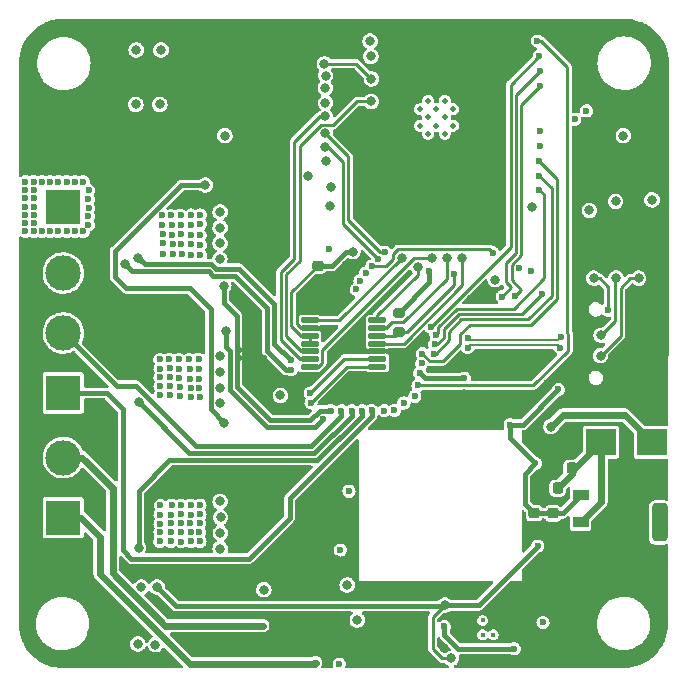
<source format=gbr>
%TF.GenerationSoftware,KiCad,Pcbnew,6.0.10-86aedd382b~118~ubuntu22.04.1*%
%TF.CreationDate,2023-04-05T16:54:16+05:30*%
%TF.ProjectId,Quadruped,51756164-7275-4706-9564-2e6b69636164,rev?*%
%TF.SameCoordinates,Original*%
%TF.FileFunction,Copper,L4,Bot*%
%TF.FilePolarity,Positive*%
%FSLAX46Y46*%
G04 Gerber Fmt 4.6, Leading zero omitted, Abs format (unit mm)*
G04 Created by KiCad (PCBNEW 6.0.10-86aedd382b~118~ubuntu22.04.1) date 2023-04-05 16:54:16*
%MOMM*%
%LPD*%
G01*
G04 APERTURE LIST*
G04 Aperture macros list*
%AMRoundRect*
0 Rectangle with rounded corners*
0 $1 Rounding radius*
0 $2 $3 $4 $5 $6 $7 $8 $9 X,Y pos of 4 corners*
0 Add a 4 corners polygon primitive as box body*
4,1,4,$2,$3,$4,$5,$6,$7,$8,$9,$2,$3,0*
0 Add four circle primitives for the rounded corners*
1,1,$1+$1,$2,$3*
1,1,$1+$1,$4,$5*
1,1,$1+$1,$6,$7*
1,1,$1+$1,$8,$9*
0 Add four rect primitives between the rounded corners*
20,1,$1+$1,$2,$3,$4,$5,0*
20,1,$1+$1,$4,$5,$6,$7,0*
20,1,$1+$1,$6,$7,$8,$9,0*
20,1,$1+$1,$8,$9,$2,$3,0*%
G04 Aperture macros list end*
%TA.AperFunction,ComponentPad*%
%ADD10R,3.000000X3.000000*%
%TD*%
%TA.AperFunction,ComponentPad*%
%ADD11C,3.000000*%
%TD*%
%TA.AperFunction,ComponentPad*%
%ADD12C,0.400000*%
%TD*%
%TA.AperFunction,HeatsinkPad*%
%ADD13C,0.500000*%
%TD*%
%TA.AperFunction,ComponentPad*%
%ADD14O,2.100000X1.050000*%
%TD*%
%TA.AperFunction,SMDPad,CuDef*%
%ADD15RoundRect,0.200000X-0.275000X0.200000X-0.275000X-0.200000X0.275000X-0.200000X0.275000X0.200000X0*%
%TD*%
%TA.AperFunction,SMDPad,CuDef*%
%ADD16RoundRect,0.225000X-0.250000X0.225000X-0.250000X-0.225000X0.250000X-0.225000X0.250000X0.225000X0*%
%TD*%
%TA.AperFunction,SMDPad,CuDef*%
%ADD17RoundRect,0.225000X0.225000X0.250000X-0.225000X0.250000X-0.225000X-0.250000X0.225000X-0.250000X0*%
%TD*%
%TA.AperFunction,SMDPad,CuDef*%
%ADD18RoundRect,0.065100X-0.589900X-0.399900X0.589900X-0.399900X0.589900X0.399900X-0.589900X0.399900X0*%
%TD*%
%TA.AperFunction,SMDPad,CuDef*%
%ADD19RoundRect,0.314400X-0.340600X-1.305600X0.340600X-1.305600X0.340600X1.305600X-0.340600X1.305600X0*%
%TD*%
%TA.AperFunction,SMDPad,CuDef*%
%ADD20R,2.500000X2.300000*%
%TD*%
%TA.AperFunction,SMDPad,CuDef*%
%ADD21RoundRect,0.020500X0.714500X0.184500X-0.714500X0.184500X-0.714500X-0.184500X0.714500X-0.184500X0*%
%TD*%
%TA.AperFunction,ViaPad*%
%ADD22C,0.600000*%
%TD*%
%TA.AperFunction,ViaPad*%
%ADD23C,0.800000*%
%TD*%
%TA.AperFunction,Conductor*%
%ADD24C,0.400000*%
%TD*%
%TA.AperFunction,Conductor*%
%ADD25C,0.600000*%
%TD*%
%TA.AperFunction,Conductor*%
%ADD26C,0.250000*%
%TD*%
%TA.AperFunction,Conductor*%
%ADD27C,0.200000*%
%TD*%
G04 APERTURE END LIST*
D10*
%TO.P,P1,1,1*%
%TO.N,VM*%
X32800000Y-91500000D03*
D11*
%TO.P,P1,2,2*%
%TO.N,GND*%
X32800000Y-86420000D03*
%TD*%
D10*
%TO.P,J2,1*%
%TO.N,/DRV8323/MOTOR_C*%
X32800000Y-107280000D03*
D11*
%TO.P,J2,2*%
%TO.N,/DRV8323/MOTOR_B*%
X32800000Y-102200000D03*
%TO.P,J2,3*%
%TO.N,/DRV8323/MOTOR_A*%
X32800000Y-97120000D03*
%TD*%
D12*
%TO.P,IC1,12*%
%TO.N,N/C*%
X68300000Y-126550000D03*
%TO.P,IC1,13*%
%TO.N,GND*%
X69200000Y-126550000D03*
%TO.P,IC1,14*%
X68750000Y-127150000D03*
%TO.P,IC1,15*%
%TO.N,N/C*%
X68300000Y-127750000D03*
%TO.P,IC1,16*%
X69200000Y-127750000D03*
%TD*%
D13*
%TO.P,U1,41*%
%TO.N,N/C*%
X62990000Y-84650000D03*
X65090000Y-83950000D03*
X64390000Y-84650000D03*
X63690000Y-82550000D03*
X65090000Y-85350000D03*
X63690000Y-83950000D03*
X65790000Y-84650000D03*
X62990000Y-83250000D03*
X65090000Y-82550000D03*
X64390000Y-83250000D03*
X63690000Y-85350000D03*
X65790000Y-83250000D03*
%TD*%
D10*
%TO.P,P2,1,1*%
%TO.N,/CAN_BUS_IC/CANH*%
X32800000Y-117840000D03*
D11*
%TO.P,P2,2,2*%
%TO.N,/CAN_BUS_IC/CANL*%
X32800000Y-112760000D03*
%TD*%
D14*
%TO.P,J1,S1,SHIELD*%
%TO.N,GND*%
X77345000Y-107420000D03*
%TO.P,J1,S2,SHIELD*%
X77345000Y-98780000D03*
%TO.P,J1,S3,SHIELD*%
X81525000Y-107420000D03*
%TO.P,J1,S4,SHIELD*%
X81525000Y-98780000D03*
%TD*%
D15*
%TO.P,R11,1*%
%TO.N,3V3_IN*%
X61190000Y-100495000D03*
%TO.P,R11,2*%
%TO.N,/IO14*%
X61190000Y-102145000D03*
%TD*%
D16*
%TO.P,C26,1*%
%TO.N,VBUS*%
X72670000Y-117450000D03*
%TO.P,C26,2*%
%TO.N,GND*%
X72670000Y-119000000D03*
%TD*%
%TO.P,C25,1*%
%TO.N,VBUS*%
X74270000Y-117475000D03*
%TO.P,C25,2*%
%TO.N,GND*%
X74270000Y-119025000D03*
%TD*%
D17*
%TO.P,C28,1*%
%TO.N,/ESP_3V3*%
X75845000Y-113650000D03*
%TO.P,C28,2*%
%TO.N,GND*%
X74295000Y-113650000D03*
%TD*%
%TO.P,C27,1*%
%TO.N,/ESP_3V3*%
X74645000Y-115350000D03*
%TO.P,C27,2*%
%TO.N,GND*%
X73095000Y-115350000D03*
%TD*%
D18*
%TO.P,U4,1,GND/ADJ*%
%TO.N,GND*%
X76587500Y-120540000D03*
%TO.P,U4,2,VOUT*%
%TO.N,/ESP_3V3*%
X76587500Y-118250000D03*
%TO.P,U4,3,VIN*%
%TO.N,VBUS*%
X76587500Y-115960000D03*
D19*
%TO.P,U4,4*%
%TO.N,N/C*%
X83277500Y-118250000D03*
%TD*%
D16*
%TO.P,C8,1*%
%TO.N,3V3_IN*%
X54330000Y-96515000D03*
%TO.P,C8,2*%
%TO.N,GND*%
X54330000Y-98065000D03*
%TD*%
D20*
%TO.P,D1,1,K*%
%TO.N,3V3_IN*%
X82620000Y-111450000D03*
%TO.P,D1,2,A*%
%TO.N,/ESP_3V3*%
X78320000Y-111450000D03*
%TD*%
D21*
%TO.P,U2,1,CSN*%
%TO.N,/IO10*%
X59395000Y-101150000D03*
%TO.P,U2,2,CLK*%
%TO.N,/IO12*%
X59395000Y-101800000D03*
%TO.P,U2,3,MISO*%
%TO.N,/IO14*%
X59395000Y-102450000D03*
%TO.P,U2,4,MOSI*%
%TO.N,/IO13*%
X59395000Y-103100000D03*
%TO.P,U2,5,TEST*%
%TO.N,GND*%
X59395000Y-103750000D03*
%TO.P,U2,6,B*%
%TO.N,/IO5*%
X59395000Y-104400000D03*
%TO.P,U2,7,A*%
%TO.N,/IO4*%
X59395000Y-105050000D03*
%TO.P,U2,8,W/PWM*%
%TO.N,/IO11*%
X53655000Y-105050000D03*
%TO.P,U2,9,V*%
%TO.N,/IO7*%
X53655000Y-104400000D03*
%TO.P,U2,10,U*%
%TO.N,/IO6*%
X53655000Y-103750000D03*
%TO.P,U2,11,VDD*%
%TO.N,3V3_IN*%
X53655000Y-103100000D03*
%TO.P,U2,12,VDD3V3*%
X53655000Y-102450000D03*
%TO.P,U2,13,GND*%
%TO.N,GND*%
X53655000Y-101800000D03*
%TO.P,U2,14,I/PWM*%
%TO.N,/IO9*%
X53655000Y-101150000D03*
%TD*%
D22*
%TO.N,3V3_IN*%
X62966972Y-105563366D03*
X73420000Y-126720000D03*
D23*
X77340000Y-91830000D03*
D22*
X63783145Y-96993677D03*
X66740000Y-106020000D03*
X56980000Y-115600000D03*
D23*
X69363374Y-97691224D03*
D22*
X77080000Y-83400000D03*
D23*
X58770000Y-77500000D03*
X74090000Y-110130000D03*
X57320000Y-95330000D03*
D22*
%TO.N,GND*%
X31350000Y-88110000D03*
D23*
X55990000Y-121450000D03*
D22*
X34800000Y-87210000D03*
D23*
X46640000Y-128570000D03*
D22*
X47480000Y-116600000D03*
X81530000Y-85500000D03*
X48360000Y-104330000D03*
X35480000Y-86100000D03*
X35480000Y-85400000D03*
X48880000Y-115900000D03*
X50280000Y-115900000D03*
D23*
X44560000Y-123810000D03*
D22*
X35480000Y-84700000D03*
X31080000Y-84100000D03*
X50280000Y-116600000D03*
X29580000Y-84880000D03*
D23*
X56700000Y-103280000D03*
D22*
X47480000Y-115900000D03*
D23*
X67281516Y-99363082D03*
D22*
X34810000Y-86350000D03*
X48190000Y-105440000D03*
X30380000Y-86900000D03*
X48180000Y-115900000D03*
D23*
X74280000Y-125810000D03*
D22*
X34780000Y-85500000D03*
X72280000Y-76500000D03*
X35480000Y-88200000D03*
D23*
X44570000Y-83050000D03*
D22*
X48960000Y-92220000D03*
D23*
X66730000Y-107370161D03*
D22*
X35480000Y-86800000D03*
X49650000Y-91520000D03*
D23*
X77070000Y-122450000D03*
D22*
X49800000Y-104330000D03*
X49480000Y-93220000D03*
X30410000Y-87760000D03*
X48800000Y-93210000D03*
X49640000Y-92200000D03*
X32480000Y-84100000D03*
X30380000Y-84800000D03*
X74380000Y-108600000D03*
X30380000Y-86200000D03*
D23*
X44670000Y-128570000D03*
D22*
X47710000Y-103660000D03*
X48090000Y-93220000D03*
X29580000Y-84100000D03*
D23*
X46690000Y-78140000D03*
D22*
X48420000Y-103650000D03*
D23*
X65044652Y-128874500D03*
D22*
X47520000Y-91560000D03*
X34470000Y-87960000D03*
X34580000Y-84100000D03*
X48180000Y-116600000D03*
X35280000Y-84100000D03*
X48960000Y-105430000D03*
X49580000Y-115900000D03*
X33980000Y-84800000D03*
D23*
X46580000Y-123840000D03*
X52060000Y-120350000D03*
X49325000Y-117796500D03*
D22*
X49710000Y-105440000D03*
X35480000Y-87500000D03*
D23*
X46630000Y-83050000D03*
X51980000Y-76900000D03*
D22*
X48250000Y-91550000D03*
X48970000Y-91530000D03*
X33180000Y-84100000D03*
X49140000Y-103660000D03*
X29600000Y-85640000D03*
X75180000Y-126400000D03*
D23*
X57700000Y-129700000D03*
X76370000Y-111250000D03*
D22*
X29600000Y-87300000D03*
X31780000Y-84100000D03*
D23*
X44430000Y-78140000D03*
D22*
X47690000Y-104330000D03*
X49580000Y-116600000D03*
X50980000Y-115900000D03*
X31180000Y-84800000D03*
D23*
X56730000Y-96440000D03*
D22*
X73780000Y-106420000D03*
X29650000Y-88120000D03*
X48260000Y-92220000D03*
X48880000Y-116600000D03*
X70780000Y-103900000D03*
D23*
X83060000Y-95270000D03*
D22*
X30380000Y-85500000D03*
X29590000Y-86440000D03*
X81590000Y-88990000D03*
X49070000Y-104310000D03*
X56760000Y-114490000D03*
X33880000Y-84100000D03*
X30380000Y-84100000D03*
X47530000Y-92240000D03*
X34680000Y-84800000D03*
D23*
%TO.N,/EN*%
X80210000Y-85490000D03*
X58840000Y-78790000D03*
D22*
%TO.N,VM*%
X44380000Y-92220000D03*
X30280000Y-92200000D03*
D23*
X46080000Y-106850000D03*
D22*
X43590000Y-94690000D03*
X30280000Y-91500000D03*
D23*
X46080000Y-120470000D03*
D22*
X42790000Y-94700000D03*
D23*
X46070000Y-93290000D03*
X46070000Y-91960000D03*
D22*
X41200000Y-93850000D03*
X41790000Y-105200000D03*
X44380000Y-92990000D03*
X42590000Y-104440000D03*
X44260000Y-104430000D03*
X30280000Y-89400000D03*
X40990000Y-105970000D03*
X31680000Y-93600000D03*
X44380000Y-93930000D03*
X42750000Y-118320000D03*
D23*
X46080000Y-105530000D03*
D22*
X41900000Y-118320000D03*
X42000000Y-93870000D03*
X42610000Y-106020000D03*
X29580000Y-89400000D03*
X40990000Y-117590000D03*
X41840000Y-107480000D03*
X34480000Y-89400000D03*
X40990000Y-107490000D03*
X33080000Y-93600000D03*
D23*
X46100000Y-119140000D03*
D22*
X41170000Y-93090000D03*
X40970000Y-104440000D03*
D23*
X38970000Y-78240000D03*
D22*
X43510000Y-105280000D03*
X34930000Y-90890000D03*
D23*
X46070000Y-116470000D03*
D22*
X42850000Y-95530000D03*
X30280000Y-90800000D03*
D23*
X39110000Y-128540000D03*
X40730000Y-123710000D03*
D22*
X44370000Y-116780000D03*
D23*
X40600000Y-128600000D03*
D22*
X30980000Y-89400000D03*
X41920000Y-117580000D03*
D23*
X41070000Y-78240000D03*
D22*
X43600000Y-119850000D03*
X43610000Y-92220000D03*
X43440000Y-104440000D03*
X43620000Y-117580000D03*
X44340000Y-107620000D03*
X41820000Y-106680000D03*
X33780000Y-93600000D03*
X34940000Y-90140000D03*
X41910000Y-92260000D03*
X42770000Y-93850000D03*
X40970000Y-119840000D03*
X42770000Y-117560000D03*
X29580000Y-91500000D03*
X42780000Y-119080000D03*
X41920000Y-119840000D03*
X42610000Y-105230000D03*
X30280000Y-90100000D03*
X43570000Y-106850000D03*
X29580000Y-92200000D03*
X29580000Y-90100000D03*
D23*
X46070000Y-104170000D03*
D22*
X42770000Y-116790000D03*
X44400000Y-94740000D03*
X44370000Y-117560000D03*
X41960000Y-116780000D03*
X40990000Y-105220000D03*
X30980000Y-93600000D03*
D23*
X65110000Y-125250000D03*
D22*
X31680000Y-89400000D03*
X34480000Y-93600000D03*
X34940000Y-91620000D03*
X43610000Y-93910000D03*
X43550000Y-118280000D03*
X30280000Y-93600000D03*
D23*
X38940000Y-82860000D03*
D22*
X33780000Y-89400000D03*
X34930000Y-93050000D03*
X32380000Y-89400000D03*
X42760000Y-93030000D03*
X41200000Y-94590000D03*
D23*
X65647752Y-129752428D03*
X46110000Y-117820000D03*
D22*
X33080000Y-89400000D03*
X72970000Y-120250000D03*
X40980000Y-119100000D03*
X44250000Y-105250000D03*
X42720000Y-92240000D03*
D23*
X46050000Y-95950000D03*
D22*
X41180000Y-92260000D03*
X29580000Y-93600000D03*
X40990000Y-106720000D03*
X44370000Y-119850000D03*
X44400000Y-95590000D03*
X42700000Y-106760000D03*
X43570000Y-116780000D03*
X34920000Y-92330000D03*
X42050000Y-94690000D03*
X44310000Y-119070000D03*
X43640000Y-93030000D03*
X40990000Y-118350000D03*
D23*
X40970000Y-82860000D03*
D22*
X41770000Y-104440000D03*
X41810000Y-105940000D03*
X44290000Y-106860000D03*
X41900000Y-119080000D03*
X29580000Y-90800000D03*
X42120000Y-95530000D03*
X29580000Y-92900000D03*
X42780000Y-119870000D03*
X41020000Y-116800000D03*
X44250000Y-106070000D03*
D23*
X46070000Y-108170000D03*
D22*
X41260000Y-95490000D03*
X43520000Y-106070000D03*
X44350000Y-118280000D03*
X43590000Y-107640000D03*
X41970000Y-93070000D03*
X32380000Y-93600000D03*
X30280000Y-92900000D03*
D23*
X39406728Y-123723272D03*
D22*
X42700000Y-107540000D03*
D23*
X46070000Y-94610000D03*
D22*
X43570000Y-95570000D03*
X43570000Y-119080000D03*
%TO.N,/IO47*%
X71374500Y-96700000D03*
X63133784Y-104781461D03*
%TO.N,VBUS*%
X72770000Y-113250000D03*
X78915500Y-100270000D03*
X74710000Y-106980000D03*
D23*
X77700000Y-97570000D03*
D22*
X70630000Y-109960000D03*
%TO.N,/D-*%
X67025358Y-103445000D03*
D23*
X78280000Y-104120000D03*
D22*
X74890000Y-103470000D03*
D23*
X81500000Y-97570000D03*
%TO.N,/D+*%
X79590000Y-97570000D03*
D22*
X67025358Y-102595000D03*
D23*
X78340000Y-102400000D03*
D22*
X74920000Y-102540000D03*
D23*
%TO.N,/RTS*%
X82640000Y-90930000D03*
X54895000Y-79424500D03*
X58880000Y-80690000D03*
D22*
%TO.N,/RXD*%
X71058386Y-99078386D03*
X73170000Y-81330000D03*
%TO.N,/TXD*%
X73180000Y-80050000D03*
X69960000Y-99130000D03*
D23*
%TO.N,/DTR*%
X54992299Y-82712299D03*
X79554500Y-91060000D03*
%TO.N,/DRV8323/GHA*%
X39161945Y-95830000D03*
D22*
X52041893Y-104515071D03*
D23*
%TO.N,/DRV8323/MOTOR_A*%
X38005523Y-96378152D03*
D22*
X52090588Y-105313089D03*
D23*
%TO.N,/DRV8323/GLA*%
X46480000Y-85500000D03*
X51180000Y-107500000D03*
%TO.N,/DRV8323/SPA*%
X46380000Y-109795500D03*
X44829945Y-89680000D03*
%TO.N,/DRV8323/SPB*%
X46560500Y-102000000D03*
D22*
X54819500Y-109505000D03*
%TO.N,/DRV8323/GLB*%
X55430000Y-108780000D03*
D23*
X46380000Y-98200000D03*
D22*
%TO.N,/DRV8323/MOTOR_B*%
X56350000Y-108790000D03*
D23*
%TO.N,/DRV8323/GHB*%
X39185055Y-108080000D03*
D22*
X57199647Y-108799647D03*
%TO.N,/DRV8323/GHC*%
X58085460Y-108794188D03*
D23*
X39166000Y-120380000D03*
D22*
%TO.N,/DRV8323/MOTOR_C*%
X58920000Y-108750000D03*
%TO.N,/DRV8323/GLC*%
X59966896Y-108773104D03*
%TO.N,/DRV8323/SPC*%
X60838485Y-108761515D03*
%TO.N,/IO19*%
X61630000Y-108140000D03*
D23*
X55360500Y-91470000D03*
D22*
%TO.N,/IO8*%
X62560000Y-107570000D03*
D23*
X55429750Y-89860250D03*
D22*
%TO.N,/IO1*%
X72930000Y-77490000D03*
X62821161Y-106645661D03*
%TO.N,/IO38*%
X73110000Y-87660000D03*
X63190000Y-103954500D03*
%TO.N,/IO37*%
X73090000Y-88900000D03*
X64168118Y-103957578D03*
%TO.N,/IO48*%
X64233663Y-103160767D03*
X72410000Y-96980000D03*
X73340000Y-98900000D03*
%TO.N,/IO36*%
X64355349Y-102370579D03*
X73090000Y-90070000D03*
%TO.N,/IO2*%
X63920000Y-101700000D03*
X73090000Y-78760000D03*
D23*
%TO.N,/IO17*%
X56830000Y-123540000D03*
X55020000Y-87660000D03*
%TO.N,/IO18*%
X49780000Y-123940000D03*
X53550000Y-88900000D03*
D22*
%TO.N,/IO21*%
X58928747Y-96537579D03*
X69150000Y-95410000D03*
%TO.N,/IO39*%
X73120000Y-86390000D03*
X58392026Y-97130145D03*
%TO.N,/IO40*%
X73140000Y-85120000D03*
X57910768Y-97768577D03*
%TO.N,/IO41*%
X76104500Y-84100000D03*
X57613054Y-98510581D03*
%TO.N,/CAN_BUS_IC/CANH*%
X54170000Y-130110000D03*
%TO.N,/CAN_BUS_IC/CANL*%
X49690000Y-126990000D03*
%TO.N,/IO35*%
X56160000Y-130240000D03*
D23*
X57690000Y-126500000D03*
X72480000Y-91500000D03*
%TO.N,/IO4*%
X54996676Y-80419208D03*
D22*
X53770000Y-108100000D03*
D23*
%TO.N,/IO5*%
X54980000Y-81450000D03*
D22*
X53694549Y-107292274D03*
D23*
%TO.N,/IO6*%
X58860000Y-82590000D03*
%TO.N,/IO7*%
X54980000Y-83860000D03*
D22*
%TO.N,/IO15*%
X60020000Y-95370000D03*
D23*
X54980000Y-85309500D03*
D22*
%TO.N,/IO16*%
X59455238Y-95935905D03*
D23*
X54980000Y-86500000D03*
D22*
%TO.N,/IO20*%
X55330000Y-95070000D03*
X56242371Y-120586627D03*
D23*
%TO.N,/IO9*%
X61450000Y-95830000D03*
%TO.N,/IO10*%
X62792299Y-96582299D03*
%TO.N,/IO11*%
X64020000Y-95840000D03*
%TO.N,/IO12*%
X65260000Y-95850000D03*
%TO.N,/IO13*%
X66540000Y-95860000D03*
D22*
%TO.N,/IO14*%
X65915500Y-97250000D03*
%TO.N,/EN-TPS*%
X70970000Y-128950000D03*
X65068411Y-127051589D03*
%TD*%
D24*
%TO.N,3V3_IN*%
X66740000Y-106020000D02*
X63423606Y-106020000D01*
X63423606Y-106020000D02*
X62966972Y-105563366D01*
X55523629Y-96515000D02*
X54330000Y-96515000D01*
X63783145Y-96993677D02*
X63783145Y-97901855D01*
D25*
X80320000Y-109150000D02*
X75070000Y-109150000D01*
D26*
X53655000Y-103100000D02*
X53655000Y-102450000D01*
D24*
X56708629Y-95330000D02*
X55523629Y-96515000D01*
D26*
X52917389Y-102450000D02*
X52100000Y-101632611D01*
D25*
X82620000Y-111450000D02*
X80320000Y-109150000D01*
D24*
X57320000Y-95330000D02*
X56708629Y-95330000D01*
D26*
X52100000Y-98745000D02*
X54330000Y-96515000D01*
X53655000Y-102450000D02*
X52917389Y-102450000D01*
D24*
X63783145Y-97901855D02*
X61190000Y-100495000D01*
D26*
X52100000Y-101632611D02*
X52100000Y-98745000D01*
D25*
X75070000Y-109150000D02*
X74090000Y-110130000D01*
D24*
%TO.N,GND*%
X76587500Y-121967500D02*
X77070000Y-122450000D01*
D26*
X52917389Y-101800000D02*
X52595000Y-101477611D01*
X52595000Y-99800000D02*
X54330000Y-98065000D01*
X57170000Y-103750000D02*
X56700000Y-103280000D01*
D25*
X73095000Y-115350000D02*
X73095000Y-114850000D01*
D26*
X54330000Y-98065000D02*
X55105000Y-98065000D01*
X55105000Y-98065000D02*
X56730000Y-96440000D01*
X52595000Y-101477611D02*
X52595000Y-99800000D01*
D24*
X74270000Y-119650000D02*
X77070000Y-122450000D01*
X72670000Y-119000000D02*
X74245000Y-119000000D01*
D26*
X59395000Y-103750000D02*
X57170000Y-103750000D01*
X53655000Y-101800000D02*
X52917389Y-101800000D01*
D25*
X73095000Y-114850000D02*
X74295000Y-113650000D01*
D24*
X74270000Y-119025000D02*
X74270000Y-119650000D01*
X74245000Y-119000000D02*
X74270000Y-119025000D01*
X76587500Y-120540000D02*
X76587500Y-121967500D01*
D25*
X74295000Y-113650000D02*
X74295000Y-113325000D01*
X74295000Y-113325000D02*
X76370000Y-111250000D01*
D24*
%TO.N,VM*%
X67970000Y-125250000D02*
X65110000Y-125250000D01*
X65110000Y-125250000D02*
X65040000Y-125320000D01*
X72970000Y-120250000D02*
X67970000Y-125250000D01*
X65040000Y-125320000D02*
X42340000Y-125320000D01*
D26*
X65110000Y-125250000D02*
X64070000Y-126290000D01*
D24*
X42340000Y-125320000D02*
X40730000Y-123710000D01*
D26*
X64070000Y-128925153D02*
X64897275Y-129752428D01*
X64070000Y-126290000D02*
X64070000Y-128925153D01*
X64897275Y-129752428D02*
X65647752Y-129752428D01*
D24*
%TO.N,VBUS*%
X71870000Y-116650000D02*
X71870000Y-114150000D01*
X72670000Y-117450000D02*
X74245000Y-117450000D01*
X74270000Y-117475000D02*
X75072500Y-117475000D01*
D26*
X78210000Y-97570000D02*
X78915500Y-98275500D01*
X78915500Y-98275500D02*
X78915500Y-100270000D01*
D24*
X75072500Y-117475000D02*
X76587500Y-115960000D01*
X72770000Y-113250000D02*
X70630000Y-111110000D01*
X70630000Y-111110000D02*
X70630000Y-109960000D01*
X70630000Y-109960000D02*
X71730000Y-109960000D01*
X72670000Y-117450000D02*
X71870000Y-116650000D01*
X74245000Y-117450000D02*
X74270000Y-117475000D01*
X71730000Y-109960000D02*
X74710000Y-106980000D01*
X71870000Y-114150000D02*
X72770000Y-113250000D01*
D26*
X77700000Y-97570000D02*
X78210000Y-97570000D01*
D25*
%TO.N,/ESP_3V3*%
X78320000Y-116517500D02*
X76587500Y-118250000D01*
X75845000Y-113650000D02*
X76120000Y-113650000D01*
X75845000Y-114150000D02*
X74645000Y-115350000D01*
X76120000Y-113650000D02*
X78320000Y-111450000D01*
X75845000Y-113650000D02*
X75845000Y-114150000D01*
X78320000Y-111450000D02*
X78320000Y-116517500D01*
D27*
%TO.N,/D-*%
X74665001Y-103245001D02*
X67225357Y-103245001D01*
D26*
X81500000Y-97570000D02*
X80790000Y-97570000D01*
X79990000Y-102440000D02*
X78310000Y-104120000D01*
X78310000Y-104120000D02*
X78280000Y-104120000D01*
D27*
X74890000Y-103470000D02*
X74665001Y-103245001D01*
D26*
X80790000Y-97570000D02*
X79990000Y-98370000D01*
X79990000Y-98370000D02*
X79990000Y-102440000D01*
D27*
X67225357Y-103245001D02*
X67025358Y-103445000D01*
D26*
%TO.N,/D+*%
X79540000Y-97620000D02*
X79540000Y-101200000D01*
D27*
X67225357Y-102794999D02*
X67025358Y-102595000D01*
D26*
X79590000Y-97570000D02*
X79540000Y-97620000D01*
X79540000Y-101200000D02*
X78340000Y-102400000D01*
D27*
X74920000Y-102540000D02*
X74665001Y-102794999D01*
X74665001Y-102794999D02*
X67225357Y-102794999D01*
D26*
%TO.N,/RTS*%
X57605000Y-79415000D02*
X58880000Y-80690000D01*
X54895000Y-79424500D02*
X54904500Y-79415000D01*
X54904500Y-79415000D02*
X57605000Y-79415000D01*
%TO.N,/RXD*%
X71580000Y-98556772D02*
X70749500Y-97726272D01*
X71580000Y-82920000D02*
X73170000Y-81330000D01*
X70749500Y-97726272D02*
X70749500Y-96441116D01*
X71580000Y-95610616D02*
X71580000Y-82920000D01*
X71058386Y-99078386D02*
X71580000Y-98556772D01*
X70749500Y-96441116D02*
X71580000Y-95610616D01*
%TO.N,/TXD*%
X71130000Y-95424220D02*
X71130000Y-82100000D01*
X70299500Y-96254720D02*
X71130000Y-95424220D01*
X69960000Y-99130000D02*
X70738416Y-98351584D01*
X70299500Y-97912668D02*
X70299500Y-96254720D01*
X70738416Y-98351584D02*
X70299500Y-97912668D01*
X71130000Y-82100000D02*
X73180000Y-80050000D01*
D24*
%TO.N,/DRV8323/GHA*%
X47640000Y-96750000D02*
X45718629Y-96750000D01*
X50675000Y-103148178D02*
X50675000Y-99785000D01*
X39701945Y-96370000D02*
X39161945Y-95830000D01*
X45718629Y-96750000D02*
X45338629Y-96370000D01*
X52041893Y-104515071D02*
X50675000Y-103148178D01*
X45338629Y-96370000D02*
X39701945Y-96370000D01*
X50675000Y-99785000D02*
X47640000Y-96750000D01*
%TO.N,/DRV8323/MOTOR_A*%
X51633089Y-105313089D02*
X50040000Y-103720000D01*
X45120101Y-97000000D02*
X38627371Y-97000000D01*
X47330000Y-97350000D02*
X45470101Y-97350000D01*
X45470101Y-97350000D02*
X45120101Y-97000000D01*
X52090588Y-105313089D02*
X51633089Y-105313089D01*
X50040000Y-103720000D02*
X50040000Y-100060000D01*
X38627371Y-97000000D02*
X38005523Y-96378152D01*
X50040000Y-100060000D02*
X47330000Y-97350000D01*
%TO.N,/DRV8323/SPA*%
X43490000Y-98420000D02*
X38140000Y-98420000D01*
X42770050Y-89680000D02*
X44829945Y-89680000D01*
X37190000Y-95260050D02*
X42770050Y-89680000D01*
X45270000Y-100200000D02*
X43490000Y-98420000D01*
X37190000Y-97470000D02*
X37190000Y-95260050D01*
X38140000Y-98420000D02*
X37190000Y-97470000D01*
X46380000Y-109795500D02*
X45270000Y-108685500D01*
X45270000Y-108685500D02*
X45270000Y-100200000D01*
%TO.N,/DRV8323/SPB*%
X46880000Y-103711000D02*
X46880000Y-107030000D01*
X46880000Y-107030000D02*
X50040000Y-110190000D01*
X50040000Y-110190000D02*
X54134500Y-110190000D01*
X54134500Y-110190000D02*
X54819500Y-109505000D01*
X46560500Y-102000000D02*
X46560500Y-103391500D01*
X46560500Y-103391500D02*
X46880000Y-103711000D01*
%TO.N,/DRV8323/GLB*%
X53710000Y-109590000D02*
X54520000Y-108780000D01*
X50288528Y-109590000D02*
X53710000Y-109590000D01*
X55410000Y-108800000D02*
X55430000Y-108780000D01*
X46380000Y-98200000D02*
X46380000Y-99676000D01*
X46380000Y-99676000D02*
X47480000Y-100776000D01*
X47480000Y-106781472D02*
X50288528Y-109590000D01*
X47480000Y-100776000D02*
X47480000Y-106781472D01*
X54520000Y-108780000D02*
X55430000Y-108780000D01*
%TO.N,/DRV8323/MOTOR_B*%
X38916426Y-106680000D02*
X44006426Y-111770000D01*
X32830000Y-102200000D02*
X37310000Y-106680000D01*
X53810000Y-111770000D02*
X56350000Y-109230000D01*
X44006426Y-111770000D02*
X53810000Y-111770000D01*
X56350000Y-109230000D02*
X56350000Y-108790000D01*
D26*
X56350000Y-108790000D02*
X56350000Y-108858384D01*
D24*
X37310000Y-106680000D02*
X38916426Y-106680000D01*
X32800000Y-102200000D02*
X32830000Y-102200000D01*
%TO.N,/DRV8323/GHB*%
X39185055Y-108080000D02*
X43475055Y-112370000D01*
X54058528Y-112370000D02*
X57199647Y-109228881D01*
D26*
X57199647Y-108799647D02*
X57199647Y-108755763D01*
D24*
X57199647Y-109228881D02*
X57199647Y-108799647D01*
X43475055Y-112370000D02*
X54058528Y-112370000D01*
%TO.N,/DRV8323/GHC*%
X54310000Y-112970000D02*
X58085460Y-109194540D01*
X39166000Y-120380000D02*
X39166000Y-115584000D01*
X39166000Y-115584000D02*
X41780000Y-112970000D01*
X41780000Y-112970000D02*
X54310000Y-112970000D01*
X58085460Y-109194540D02*
X58085460Y-108794188D01*
%TO.N,/DRV8323/MOTOR_C*%
X51950000Y-116210000D02*
X58920000Y-109240000D01*
X32800000Y-107280000D02*
X36470000Y-107280000D01*
X37850000Y-120590000D02*
X38570000Y-121310000D01*
X48480000Y-121310000D02*
X51950000Y-117840000D01*
X37850000Y-108660000D02*
X37850000Y-120590000D01*
X38570000Y-121310000D02*
X48480000Y-121310000D01*
X58920000Y-109240000D02*
X58920000Y-108750000D01*
X51950000Y-117840000D02*
X51950000Y-116210000D01*
X36470000Y-107280000D02*
X37850000Y-108660000D01*
D26*
%TO.N,/IO1*%
X72930000Y-77490000D02*
X73280000Y-77490000D01*
X75545000Y-102281116D02*
X75545000Y-103698884D01*
X73280000Y-77490000D02*
X75480000Y-79690000D01*
X75480000Y-79690000D02*
X75480000Y-102216116D01*
X75480000Y-102216116D02*
X75545000Y-102281116D01*
X72598223Y-106645661D02*
X62821161Y-106645661D01*
X75545000Y-103698884D02*
X72598223Y-106645661D01*
%TO.N,/IO38*%
X64937422Y-104582578D02*
X63818078Y-104582578D01*
X73110000Y-87660000D02*
X74590000Y-89140000D01*
X74590000Y-89140000D02*
X74590000Y-99300000D01*
X66400358Y-102329642D02*
X66400358Y-103119642D01*
X66400358Y-103119642D02*
X64937422Y-104582578D01*
X67230000Y-101500000D02*
X66400358Y-102329642D01*
X63818078Y-104582578D02*
X63190000Y-103954500D01*
X72390000Y-101500000D02*
X67230000Y-101500000D01*
X74590000Y-99300000D02*
X72390000Y-101500000D01*
%TO.N,/IO37*%
X74140000Y-89950000D02*
X74140000Y-99090000D01*
X72180000Y-101050000D02*
X66479188Y-101050000D01*
X65445000Y-102084188D02*
X65445000Y-102833314D01*
X64320736Y-103957578D02*
X64168118Y-103957578D01*
X73090000Y-88900000D02*
X74140000Y-89950000D01*
X74140000Y-99090000D02*
X72180000Y-101050000D01*
X65445000Y-102833314D02*
X64320736Y-103957578D01*
X66479188Y-101050000D02*
X65445000Y-102084188D01*
%TO.N,/IO48*%
X66292792Y-100600000D02*
X71640000Y-100600000D01*
X71640000Y-100600000D02*
X73340000Y-98900000D01*
X64449045Y-103160767D02*
X64995000Y-102614812D01*
X64233663Y-103160767D02*
X64449045Y-103160767D01*
X64995000Y-101897792D02*
X66292792Y-100600000D01*
X64995000Y-102614812D02*
X64995000Y-101897792D01*
%TO.N,/IO36*%
X73090000Y-90070000D02*
X73490000Y-90470000D01*
X64545000Y-101711396D02*
X64545000Y-102180928D01*
X64545000Y-102180928D02*
X64355349Y-102370579D01*
X73490000Y-90470000D02*
X73490000Y-97580000D01*
X66106396Y-100150000D02*
X64545000Y-101711396D01*
X73490000Y-97580000D02*
X70920000Y-100150000D01*
X70920000Y-100150000D02*
X66106396Y-100150000D01*
%TO.N,/IO2*%
X63920000Y-101700000D02*
X70680000Y-94940000D01*
X70680000Y-81170000D02*
X73090000Y-78760000D01*
X70680000Y-94940000D02*
X70680000Y-81170000D01*
%TO.N,/IO21*%
X68840000Y-95100000D02*
X61154695Y-95100000D01*
X60725000Y-95529695D02*
X60725000Y-95918604D01*
X60082699Y-96560905D02*
X58952073Y-96560905D01*
X60725000Y-95918604D02*
X60082699Y-96560905D01*
X58952073Y-96560905D02*
X58928747Y-96537579D01*
X61154695Y-95100000D02*
X60725000Y-95529695D01*
X69150000Y-95410000D02*
X68840000Y-95100000D01*
D25*
%TO.N,/CAN_BUS_IC/CANH*%
X43490000Y-130210000D02*
X35900000Y-122620000D01*
X35900000Y-122620000D02*
X35900000Y-119460000D01*
X34280000Y-117840000D02*
X32800000Y-117840000D01*
X54070000Y-130210000D02*
X43490000Y-130210000D01*
X54170000Y-130110000D02*
X54070000Y-130210000D01*
X35900000Y-119460000D02*
X34280000Y-117840000D01*
%TO.N,/CAN_BUS_IC/CANL*%
X36970000Y-115310000D02*
X34420000Y-112760000D01*
X36970000Y-122558630D02*
X36970000Y-115310000D01*
X49690000Y-126990000D02*
X41401370Y-126990000D01*
X34420000Y-112760000D02*
X32800000Y-112760000D01*
X41401370Y-126990000D02*
X36970000Y-122558630D01*
D26*
%TO.N,/IO4*%
X56820000Y-105050000D02*
X53770000Y-108100000D01*
X59395000Y-105050000D02*
X56820000Y-105050000D01*
%TO.N,/IO5*%
X59395000Y-104400000D02*
X56586823Y-104400000D01*
X56586823Y-104400000D02*
X53694549Y-107292274D01*
%TO.N,/IO6*%
X53655000Y-103750000D02*
X52917389Y-103750000D01*
X51650000Y-102482611D02*
X51650000Y-97251701D01*
X51650000Y-97251701D02*
X52800000Y-96101701D01*
X52917389Y-103750000D02*
X51650000Y-102482611D01*
X57645305Y-82590000D02*
X58860000Y-82590000D01*
X52800000Y-86410000D02*
X54625000Y-84585000D01*
X54625000Y-84585000D02*
X55650305Y-84585000D01*
X55650305Y-84585000D02*
X57645305Y-82590000D01*
X52800000Y-96101701D02*
X52800000Y-86410000D01*
%TO.N,/IO7*%
X52350000Y-86020000D02*
X52350000Y-95915305D01*
X51200000Y-97065305D02*
X51200000Y-102790000D01*
X52810000Y-104400000D02*
X53655000Y-104400000D01*
X54980000Y-83860000D02*
X54510000Y-83860000D01*
X51200000Y-102790000D02*
X52810000Y-104400000D01*
X52350000Y-95915305D02*
X51200000Y-97065305D01*
X54510000Y-83860000D02*
X52350000Y-86020000D01*
%TO.N,/IO15*%
X56930000Y-87250000D02*
X56930000Y-92650000D01*
X59590905Y-95310905D02*
X59960905Y-95310905D01*
X59960905Y-95310905D02*
X60020000Y-95370000D01*
X56930000Y-92650000D02*
X59590905Y-95310905D01*
X54989500Y-85309500D02*
X56930000Y-87250000D01*
X54980000Y-85309500D02*
X54989500Y-85309500D01*
%TO.N,/IO16*%
X55220000Y-86500000D02*
X56480000Y-87760000D01*
X54980000Y-86500000D02*
X55220000Y-86500000D01*
X56480000Y-87760000D02*
X56480000Y-92960667D01*
X56480000Y-92960667D02*
X59455238Y-95935905D01*
%TO.N,/IO9*%
X56130000Y-101150000D02*
X61450000Y-95830000D01*
X53655000Y-101150000D02*
X56130000Y-101150000D01*
%TO.N,/IO10*%
X59395000Y-100715000D02*
X59395000Y-101150000D01*
X62792299Y-97317701D02*
X59395000Y-100715000D01*
X62792299Y-96582299D02*
X62792299Y-97317701D01*
%TO.N,/IO11*%
X54715000Y-104727611D02*
X54715000Y-103635000D01*
X62510000Y-95840000D02*
X64020000Y-95840000D01*
X54392611Y-105050000D02*
X54715000Y-104727611D01*
X54715000Y-103635000D02*
X62510000Y-95840000D01*
X53655000Y-105050000D02*
X54392611Y-105050000D01*
%TO.N,/IO12*%
X61582462Y-101320000D02*
X60612611Y-101320000D01*
X65260000Y-95850000D02*
X65260000Y-97642462D01*
X65260000Y-97642462D02*
X61582462Y-101320000D01*
X60132611Y-101800000D02*
X59395000Y-101800000D01*
X60612611Y-101320000D02*
X60132611Y-101800000D01*
%TO.N,/IO13*%
X66540000Y-98180000D02*
X61620000Y-103100000D01*
X61620000Y-103100000D02*
X59395000Y-103100000D01*
X66540000Y-95860000D02*
X66540000Y-98180000D01*
%TO.N,/IO14*%
X59395000Y-102450000D02*
X60885000Y-102450000D01*
X61938604Y-102145000D02*
X61190000Y-102145000D01*
X65915500Y-97250000D02*
X65915500Y-98168104D01*
X65915500Y-98168104D02*
X61938604Y-102145000D01*
X60885000Y-102450000D02*
X61190000Y-102145000D01*
D24*
%TO.N,/EN-TPS*%
X66251523Y-128950000D02*
X65068411Y-127766888D01*
X65068411Y-127766888D02*
X65068411Y-127051589D01*
X70970000Y-128950000D02*
X66251523Y-128950000D01*
%TD*%
%TA.AperFunction,Conductor*%
%TO.N,GND*%
G36*
X56408836Y-75589466D02*
G01*
X80272515Y-75594491D01*
X80297061Y-75596912D01*
X80310000Y-75599486D01*
X80322169Y-75597066D01*
X80334569Y-75597066D01*
X80345624Y-75596251D01*
X80557669Y-75606667D01*
X80672906Y-75612329D01*
X80685202Y-75613539D01*
X81038497Y-75665946D01*
X81050603Y-75668353D01*
X81397074Y-75755140D01*
X81408893Y-75758725D01*
X81654496Y-75846604D01*
X81745158Y-75879044D01*
X81756580Y-75883775D01*
X82079449Y-76036479D01*
X82090355Y-76042308D01*
X82396694Y-76225921D01*
X82406975Y-76232791D01*
X82693836Y-76445542D01*
X82703394Y-76453386D01*
X82968024Y-76693232D01*
X82976768Y-76701976D01*
X83216614Y-76966606D01*
X83224458Y-76976164D01*
X83437209Y-77263025D01*
X83444079Y-77273306D01*
X83492105Y-77353432D01*
X83626168Y-77577102D01*
X83627692Y-77579645D01*
X83633521Y-77590551D01*
X83786225Y-77913420D01*
X83790956Y-77924842D01*
X83796210Y-77939526D01*
X83908663Y-78253807D01*
X83911272Y-78261099D01*
X83914860Y-78272926D01*
X84001647Y-78619397D01*
X84004054Y-78631503D01*
X84056244Y-78983338D01*
X84056460Y-78984793D01*
X84057671Y-78997094D01*
X84061562Y-79076287D01*
X84073749Y-79324376D01*
X84072934Y-79335431D01*
X84072934Y-79347831D01*
X84070514Y-79360000D01*
X84072935Y-79372169D01*
X84073020Y-79372598D01*
X84075442Y-79397375D01*
X84045753Y-98484884D01*
X84027966Y-109920376D01*
X84007858Y-109988466D01*
X83954130Y-110034875D01*
X83895067Y-110044667D01*
X83895067Y-110045500D01*
X83694100Y-110045500D01*
X82051872Y-110045501D01*
X81983751Y-110025499D01*
X81962777Y-110008596D01*
X80722768Y-108768587D01*
X80719115Y-108764779D01*
X80682584Y-108725052D01*
X80682583Y-108725051D01*
X80676774Y-108718734D01*
X80661645Y-108709353D01*
X80639494Y-108695619D01*
X80629712Y-108688896D01*
X80601605Y-108667562D01*
X80601606Y-108667562D01*
X80594765Y-108662370D01*
X80584932Y-108658477D01*
X80580604Y-108656763D01*
X80560598Y-108646700D01*
X80554963Y-108643206D01*
X80554954Y-108643202D01*
X80547656Y-108638677D01*
X80505521Y-108626435D01*
X80494298Y-108622593D01*
X80453510Y-108606444D01*
X80439308Y-108604951D01*
X80438367Y-108604852D01*
X80416394Y-108600541D01*
X80401765Y-108596291D01*
X80390993Y-108595500D01*
X80355995Y-108595500D01*
X80342824Y-108594810D01*
X80332607Y-108593736D01*
X80323435Y-108592772D01*
X80310963Y-108591461D01*
X80302419Y-108590563D01*
X80283654Y-108593737D01*
X80262652Y-108595500D01*
X75085074Y-108595500D01*
X75079798Y-108595390D01*
X75017326Y-108592772D01*
X75008961Y-108594734D01*
X74974622Y-108602788D01*
X74962949Y-108604951D01*
X74952050Y-108606444D01*
X74919482Y-108610905D01*
X74907087Y-108616269D01*
X74905506Y-108616953D01*
X74884237Y-108623987D01*
X74869417Y-108627463D01*
X74830963Y-108648603D01*
X74820317Y-108653818D01*
X74787937Y-108667830D01*
X74787933Y-108667832D01*
X74780054Y-108671242D01*
X74773381Y-108676646D01*
X74773379Y-108676647D01*
X74768225Y-108680821D01*
X74749637Y-108693312D01*
X74736285Y-108700652D01*
X74731281Y-108704972D01*
X74729860Y-108706198D01*
X74729853Y-108706204D01*
X74728109Y-108707710D01*
X74703366Y-108732453D01*
X74693565Y-108741279D01*
X74668662Y-108761444D01*
X74668659Y-108761447D01*
X74661987Y-108766850D01*
X74650962Y-108782364D01*
X74637355Y-108798464D01*
X73968995Y-109466824D01*
X73909314Y-109500248D01*
X73867563Y-109510271D01*
X73867559Y-109510272D01*
X73860184Y-109512043D01*
X73719414Y-109584700D01*
X73600039Y-109688838D01*
X73508950Y-109818444D01*
X73506190Y-109825524D01*
X73454300Y-109958615D01*
X73451406Y-109966037D01*
X73450414Y-109973570D01*
X73450414Y-109973571D01*
X73432042Y-110113124D01*
X73430729Y-110123096D01*
X73438280Y-110191488D01*
X73446823Y-110268865D01*
X73448113Y-110280553D01*
X73450723Y-110287684D01*
X73450723Y-110287686D01*
X73498926Y-110419407D01*
X73502553Y-110429319D01*
X73506789Y-110435622D01*
X73506789Y-110435623D01*
X73566888Y-110525059D01*
X73590908Y-110560805D01*
X73596527Y-110565918D01*
X73596528Y-110565919D01*
X73688281Y-110649407D01*
X73708076Y-110667419D01*
X73847293Y-110743008D01*
X74000522Y-110783207D01*
X74084477Y-110784526D01*
X74151319Y-110785576D01*
X74151322Y-110785576D01*
X74158916Y-110785695D01*
X74313332Y-110750329D01*
X74383742Y-110714917D01*
X74448072Y-110682563D01*
X74448075Y-110682561D01*
X74454855Y-110679151D01*
X74460626Y-110674222D01*
X74460629Y-110674220D01*
X74569536Y-110581204D01*
X74569536Y-110581203D01*
X74575314Y-110576269D01*
X74667755Y-110447624D01*
X74726842Y-110300641D01*
X74726941Y-110299945D01*
X74757953Y-110246228D01*
X75262778Y-109741404D01*
X75325090Y-109707379D01*
X75351873Y-109704500D01*
X80038129Y-109704500D01*
X80106250Y-109724502D01*
X80127224Y-109741405D01*
X81078595Y-110692776D01*
X81112621Y-110755088D01*
X81115500Y-110781871D01*
X81115501Y-112625066D01*
X81118838Y-112641843D01*
X81126948Y-112682617D01*
X81130266Y-112699301D01*
X81137161Y-112709620D01*
X81137162Y-112709622D01*
X81139374Y-112712932D01*
X81186516Y-112783484D01*
X81270699Y-112839734D01*
X81344933Y-112854500D01*
X81351120Y-112854500D01*
X83895066Y-112854499D01*
X83895066Y-112856832D01*
X83954603Y-112868120D01*
X84006134Y-112916957D01*
X84023207Y-112980483D01*
X84018081Y-116275967D01*
X84018034Y-116305908D01*
X83997926Y-116373998D01*
X83944198Y-116420407D01*
X83873908Y-116430401D01*
X83843816Y-116422121D01*
X83774242Y-116393303D01*
X83766613Y-116390143D01*
X83758429Y-116389066D01*
X83758427Y-116389065D01*
X83659475Y-116376038D01*
X83659474Y-116376038D01*
X83655388Y-116375500D01*
X82899612Y-116375500D01*
X82895526Y-116376038D01*
X82895525Y-116376038D01*
X82831052Y-116384526D01*
X82788387Y-116390143D01*
X82780758Y-116393303D01*
X82775638Y-116395424D01*
X82649995Y-116447467D01*
X82608012Y-116479682D01*
X82537709Y-116533627D01*
X82537706Y-116533630D01*
X82531156Y-116538656D01*
X82526130Y-116545206D01*
X82526129Y-116545207D01*
X82494694Y-116586174D01*
X82439967Y-116657496D01*
X82436808Y-116665122D01*
X82436807Y-116665124D01*
X82423471Y-116697320D01*
X82382643Y-116795887D01*
X82381566Y-116804071D01*
X82381565Y-116804073D01*
X82370301Y-116889636D01*
X82368000Y-116907112D01*
X82368000Y-119592888D01*
X82382643Y-119704113D01*
X82439967Y-119842505D01*
X82463135Y-119872698D01*
X82526127Y-119954791D01*
X82526130Y-119954794D01*
X82531156Y-119961344D01*
X82537706Y-119966370D01*
X82537707Y-119966371D01*
X82571603Y-119992380D01*
X82649996Y-120052533D01*
X82657622Y-120055692D01*
X82657624Y-120055693D01*
X82739374Y-120089555D01*
X82788387Y-120109857D01*
X82796571Y-120110934D01*
X82796573Y-120110935D01*
X82895525Y-120123962D01*
X82899612Y-120124500D01*
X83655388Y-120124500D01*
X83674272Y-120122014D01*
X83758425Y-120110935D01*
X83766613Y-120109857D01*
X83837765Y-120080385D01*
X83908353Y-120072796D01*
X83971840Y-120104575D01*
X84008068Y-120165633D01*
X84011982Y-120196990D01*
X84001776Y-126758643D01*
X83999355Y-126783028D01*
X83999153Y-126784044D01*
X83996732Y-126796217D01*
X83999153Y-126808389D01*
X83999153Y-126820796D01*
X83999967Y-126831838D01*
X83993341Y-126966713D01*
X83984057Y-127155695D01*
X83983744Y-127162059D01*
X83982533Y-127174356D01*
X83929911Y-127529095D01*
X83929695Y-127530554D01*
X83927283Y-127542681D01*
X83839783Y-127891994D01*
X83836199Y-127903811D01*
X83714877Y-128242879D01*
X83710155Y-128254277D01*
X83556190Y-128579805D01*
X83550362Y-128590710D01*
X83365236Y-128899574D01*
X83358366Y-128909855D01*
X83143861Y-129199081D01*
X83136017Y-129208639D01*
X82894194Y-129475450D01*
X82885450Y-129484194D01*
X82618639Y-129726017D01*
X82609081Y-129733861D01*
X82319855Y-129948366D01*
X82309574Y-129955236D01*
X82000710Y-130140362D01*
X81989805Y-130146190D01*
X81664277Y-130300155D01*
X81652879Y-130304877D01*
X81313811Y-130426199D01*
X81301994Y-130429783D01*
X80952681Y-130517283D01*
X80940557Y-130519694D01*
X80584356Y-130572533D01*
X80572065Y-130573743D01*
X80454290Y-130579530D01*
X80241838Y-130589967D01*
X80230796Y-130589153D01*
X80218389Y-130589153D01*
X80206217Y-130586732D01*
X80193305Y-130589300D01*
X80168736Y-130591721D01*
X79812069Y-130591749D01*
X65964429Y-130592853D01*
X65896307Y-130572856D01*
X65849810Y-130519204D01*
X65839700Y-130448931D01*
X65869188Y-130384348D01*
X65907806Y-130354288D01*
X66005821Y-130304993D01*
X66005827Y-130304989D01*
X66012607Y-130301579D01*
X66018378Y-130296650D01*
X66018381Y-130296648D01*
X66127288Y-130203632D01*
X66127288Y-130203631D01*
X66133066Y-130198697D01*
X66225507Y-130070052D01*
X66284594Y-129923069D01*
X66299266Y-129819972D01*
X66306333Y-129770319D01*
X66306333Y-129770316D01*
X66306914Y-129766235D01*
X66307059Y-129752428D01*
X66306473Y-129747581D01*
X66295351Y-129655676D01*
X66288028Y-129595161D01*
X66280424Y-129575038D01*
X66275056Y-129504245D01*
X66308813Y-129441788D01*
X66370979Y-129407496D01*
X66398290Y-129404500D01*
X70608678Y-129404500D01*
X70676799Y-129424502D01*
X70683000Y-129428863D01*
X70683807Y-129429329D01*
X70690357Y-129434355D01*
X70697983Y-129437514D01*
X70697985Y-129437515D01*
X70789569Y-129475450D01*
X70825246Y-129490228D01*
X70970000Y-129509285D01*
X70978188Y-129508207D01*
X71106566Y-129491306D01*
X71114754Y-129490228D01*
X71249643Y-129434355D01*
X71256196Y-129429327D01*
X71358921Y-129350503D01*
X71358924Y-129350500D01*
X71365474Y-129345474D01*
X71454355Y-129229642D01*
X71459627Y-129216916D01*
X71492555Y-129137419D01*
X71510228Y-129094754D01*
X71512869Y-129074698D01*
X71528207Y-128958188D01*
X71529285Y-128950000D01*
X71518915Y-128871233D01*
X71511306Y-128813432D01*
X71511305Y-128813430D01*
X71510228Y-128805246D01*
X71459593Y-128683003D01*
X71457515Y-128677986D01*
X71457514Y-128677984D01*
X71454355Y-128670358D01*
X71393239Y-128590710D01*
X71370501Y-128561077D01*
X71370500Y-128561076D01*
X71365474Y-128554526D01*
X71358924Y-128549500D01*
X71358921Y-128549497D01*
X71256196Y-128470673D01*
X71256194Y-128470672D01*
X71249643Y-128465645D01*
X71114754Y-128409772D01*
X70970000Y-128390715D01*
X70961812Y-128391793D01*
X70833432Y-128408694D01*
X70833430Y-128408695D01*
X70825246Y-128409772D01*
X70777430Y-128429578D01*
X70697986Y-128462485D01*
X70697984Y-128462486D01*
X70690358Y-128465645D01*
X70683808Y-128470671D01*
X70676655Y-128474801D01*
X70675728Y-128473196D01*
X70619158Y-128495063D01*
X70608678Y-128495500D01*
X66491973Y-128495500D01*
X66423852Y-128475498D01*
X66402878Y-128458595D01*
X65688673Y-127744390D01*
X67840860Y-127744390D01*
X67842024Y-127753292D01*
X67842024Y-127753295D01*
X67856577Y-127864582D01*
X67857741Y-127873481D01*
X67910174Y-127992645D01*
X67993946Y-128092303D01*
X68001414Y-128097274D01*
X68001415Y-128097275D01*
X68094850Y-128159472D01*
X68094853Y-128159473D01*
X68102320Y-128164444D01*
X68110887Y-128167120D01*
X68110888Y-128167121D01*
X68157532Y-128181693D01*
X68226587Y-128203267D01*
X68235560Y-128203431D01*
X68235563Y-128203432D01*
X68292790Y-128204481D01*
X68356755Y-128205653D01*
X68456274Y-128178521D01*
X68473701Y-128173770D01*
X68473703Y-128173769D01*
X68482360Y-128171409D01*
X68593306Y-128103288D01*
X68601853Y-128093846D01*
X68657045Y-128032870D01*
X68717588Y-127995789D01*
X68788568Y-127997326D01*
X68846910Y-128036349D01*
X68888168Y-128085431D01*
X68888174Y-128085436D01*
X68893946Y-128092303D01*
X68901414Y-128097274D01*
X68901415Y-128097275D01*
X68994850Y-128159472D01*
X68994853Y-128159473D01*
X69002320Y-128164444D01*
X69010887Y-128167120D01*
X69010888Y-128167121D01*
X69057532Y-128181693D01*
X69126587Y-128203267D01*
X69135560Y-128203431D01*
X69135563Y-128203432D01*
X69192790Y-128204481D01*
X69256755Y-128205653D01*
X69356274Y-128178521D01*
X69373701Y-128173770D01*
X69373703Y-128173769D01*
X69382360Y-128171409D01*
X69493306Y-128103288D01*
X69499330Y-128096633D01*
X69574644Y-128013427D01*
X69574645Y-128013426D01*
X69580672Y-128006767D01*
X69586347Y-127995055D01*
X69633522Y-127897685D01*
X69633522Y-127897684D01*
X69637437Y-127889604D01*
X69659037Y-127761219D01*
X69659174Y-127750000D01*
X69640718Y-127621125D01*
X69605948Y-127544652D01*
X69590548Y-127510782D01*
X69590547Y-127510780D01*
X69586832Y-127502610D01*
X69501850Y-127403983D01*
X69392601Y-127333172D01*
X69267870Y-127295870D01*
X69258894Y-127295815D01*
X69258893Y-127295815D01*
X69205678Y-127295490D01*
X69137683Y-127295074D01*
X69012505Y-127330850D01*
X68902400Y-127400321D01*
X68896458Y-127407049D01*
X68896457Y-127407050D01*
X68844287Y-127466122D01*
X68784201Y-127503941D01*
X68713207Y-127503271D01*
X68654395Y-127464964D01*
X68601850Y-127403983D01*
X68492601Y-127333172D01*
X68367870Y-127295870D01*
X68358894Y-127295815D01*
X68358893Y-127295815D01*
X68305678Y-127295490D01*
X68237683Y-127295074D01*
X68112505Y-127330850D01*
X68002400Y-127400321D01*
X67916219Y-127497903D01*
X67912404Y-127506028D01*
X67912403Y-127506030D01*
X67878319Y-127578628D01*
X67860890Y-127615751D01*
X67859509Y-127624620D01*
X67844232Y-127722735D01*
X67840860Y-127744390D01*
X65688673Y-127744390D01*
X65559816Y-127615533D01*
X65525790Y-127553221D01*
X65522911Y-127526438D01*
X65522911Y-127412911D01*
X65542913Y-127344790D01*
X65547274Y-127338588D01*
X65547740Y-127337781D01*
X65552766Y-127331231D01*
X65557164Y-127320615D01*
X65605480Y-127203969D01*
X65608639Y-127196343D01*
X65611533Y-127174365D01*
X65626618Y-127059777D01*
X65627696Y-127051589D01*
X65621720Y-127006193D01*
X65609717Y-126915021D01*
X65609716Y-126915019D01*
X65608639Y-126906835D01*
X65578835Y-126834883D01*
X65555926Y-126779575D01*
X65555925Y-126779573D01*
X65552766Y-126771947D01*
X65480444Y-126677695D01*
X65468912Y-126662666D01*
X65468911Y-126662665D01*
X65463885Y-126656115D01*
X65457335Y-126651089D01*
X65457332Y-126651086D01*
X65354607Y-126572262D01*
X65354605Y-126572261D01*
X65348054Y-126567234D01*
X65292904Y-126544390D01*
X67840860Y-126544390D01*
X67842024Y-126553292D01*
X67842024Y-126553295D01*
X67856385Y-126663115D01*
X67857741Y-126673481D01*
X67910174Y-126792645D01*
X67993946Y-126892303D01*
X68001414Y-126897274D01*
X68001415Y-126897275D01*
X68094850Y-126959472D01*
X68094853Y-126959473D01*
X68102320Y-126964444D01*
X68110887Y-126967120D01*
X68110888Y-126967121D01*
X68131473Y-126973552D01*
X68226587Y-127003267D01*
X68235560Y-127003431D01*
X68235563Y-127003432D01*
X68292790Y-127004481D01*
X68356755Y-127005653D01*
X68414169Y-126990000D01*
X68473701Y-126973770D01*
X68473703Y-126973769D01*
X68482360Y-126971409D01*
X68593306Y-126903288D01*
X68617579Y-126876472D01*
X68674644Y-126813427D01*
X68674645Y-126813426D01*
X68680672Y-126806767D01*
X68684786Y-126798277D01*
X68722711Y-126720000D01*
X72860715Y-126720000D01*
X72861793Y-126728188D01*
X72877544Y-126847827D01*
X72879772Y-126864754D01*
X72897203Y-126906835D01*
X72923366Y-126969997D01*
X72935645Y-126999642D01*
X72969851Y-127044220D01*
X72991701Y-127072695D01*
X73024526Y-127115474D01*
X73031076Y-127120500D01*
X73031079Y-127120503D01*
X73133804Y-127199327D01*
X73140357Y-127204355D01*
X73275246Y-127260228D01*
X73420000Y-127279285D01*
X73428188Y-127278207D01*
X73556566Y-127261306D01*
X73564754Y-127260228D01*
X73699643Y-127204355D01*
X73706196Y-127199327D01*
X73808921Y-127120503D01*
X73808924Y-127120500D01*
X73815474Y-127115474D01*
X73848300Y-127072695D01*
X73870149Y-127044220D01*
X73904355Y-126999642D01*
X73916635Y-126969997D01*
X73942797Y-126906835D01*
X73960228Y-126864754D01*
X73962457Y-126847827D01*
X73962524Y-126847320D01*
X77990950Y-126847320D01*
X77991313Y-126851468D01*
X77991313Y-126851472D01*
X78008608Y-127049151D01*
X78017053Y-127145679D01*
X78017963Y-127149751D01*
X78017964Y-127149756D01*
X78067898Y-127373150D01*
X78082386Y-127437964D01*
X78083830Y-127441887D01*
X78083830Y-127441889D01*
X78095775Y-127474355D01*
X78185802Y-127719040D01*
X78187749Y-127722733D01*
X78187750Y-127722735D01*
X78210568Y-127766013D01*
X78325484Y-127983970D01*
X78333362Y-127995055D01*
X78496553Y-128224689D01*
X78496558Y-128224695D01*
X78498977Y-128228099D01*
X78501821Y-128231148D01*
X78501826Y-128231155D01*
X78671335Y-128412931D01*
X78703234Y-128447138D01*
X78934666Y-128637239D01*
X78938223Y-128639445D01*
X78938228Y-128639448D01*
X79032157Y-128697686D01*
X79189207Y-128795061D01*
X79462385Y-128917832D01*
X79557876Y-128946299D01*
X79745402Y-129002203D01*
X79745404Y-129002203D01*
X79749401Y-129003395D01*
X79753521Y-129004048D01*
X79753523Y-129004048D01*
X79867840Y-129022154D01*
X80045212Y-129050247D01*
X80087480Y-129052166D01*
X80137455Y-129054436D01*
X80137474Y-129054436D01*
X80138874Y-129054500D01*
X80325971Y-129054500D01*
X80548839Y-129039697D01*
X80842429Y-128980499D01*
X81125609Y-128882992D01*
X81129342Y-128881123D01*
X81129346Y-128881121D01*
X81389663Y-128750764D01*
X81389665Y-128750763D01*
X81393407Y-128748889D01*
X81517658Y-128664448D01*
X81637656Y-128582898D01*
X81637659Y-128582896D01*
X81641115Y-128580547D01*
X81685742Y-128540646D01*
X81861267Y-128383709D01*
X81861268Y-128383708D01*
X81864384Y-128380922D01*
X82059289Y-128153521D01*
X82141737Y-128026563D01*
X82220129Y-127905851D01*
X82220132Y-127905846D01*
X82222408Y-127902341D01*
X82350873Y-127631794D01*
X82353177Y-127624620D01*
X82441148Y-127350621D01*
X82441148Y-127350620D01*
X82442428Y-127346634D01*
X82468097Y-127203969D01*
X82494725Y-127055978D01*
X82494726Y-127055973D01*
X82495464Y-127051869D01*
X82495812Y-127044220D01*
X82508861Y-126756850D01*
X82508861Y-126756845D01*
X82509050Y-126752680D01*
X82506015Y-126717982D01*
X82483311Y-126458482D01*
X82482947Y-126454321D01*
X82481690Y-126448694D01*
X82418526Y-126166115D01*
X82418525Y-126166112D01*
X82417614Y-126162036D01*
X82405233Y-126128384D01*
X82381541Y-126063992D01*
X82314198Y-125880960D01*
X82306794Y-125866916D01*
X82213894Y-125690716D01*
X82174516Y-125616030D01*
X82132393Y-125556757D01*
X82003447Y-125375311D01*
X82003442Y-125375305D01*
X82001023Y-125371901D01*
X81998179Y-125368852D01*
X81998174Y-125368845D01*
X81799616Y-125155918D01*
X81799614Y-125155916D01*
X81796766Y-125152862D01*
X81565334Y-124962761D01*
X81561777Y-124960555D01*
X81561772Y-124960552D01*
X81317081Y-124808838D01*
X81310793Y-124804939D01*
X81037615Y-124682168D01*
X80832270Y-124620952D01*
X80754598Y-124597797D01*
X80754596Y-124597797D01*
X80750599Y-124596605D01*
X80746479Y-124595952D01*
X80746477Y-124595952D01*
X80627800Y-124577156D01*
X80454788Y-124549753D01*
X80412520Y-124547834D01*
X80362545Y-124545564D01*
X80362526Y-124545564D01*
X80361126Y-124545500D01*
X80174029Y-124545500D01*
X79951161Y-124560303D01*
X79657571Y-124619501D01*
X79374391Y-124717008D01*
X79370658Y-124718877D01*
X79370654Y-124718879D01*
X79144465Y-124832146D01*
X79106593Y-124851111D01*
X78858885Y-125019453D01*
X78635616Y-125219078D01*
X78440711Y-125446479D01*
X78389899Y-125524723D01*
X78281889Y-125691043D01*
X78277592Y-125697659D01*
X78275798Y-125701437D01*
X78275797Y-125701439D01*
X78227028Y-125804146D01*
X78149127Y-125968206D01*
X78147848Y-125972189D01*
X78147847Y-125972192D01*
X78060010Y-126245771D01*
X78057572Y-126253366D01*
X78049077Y-126300582D01*
X78010584Y-126514520D01*
X78004536Y-126548131D01*
X78004347Y-126552298D01*
X78004346Y-126552305D01*
X77991510Y-126834984D01*
X77990950Y-126847320D01*
X73962524Y-126847320D01*
X73978207Y-126728188D01*
X73979285Y-126720000D01*
X73971081Y-126657686D01*
X73961306Y-126583432D01*
X73961305Y-126583430D01*
X73960228Y-126575246D01*
X73927009Y-126495048D01*
X73907515Y-126447986D01*
X73907514Y-126447984D01*
X73904355Y-126440358D01*
X73859914Y-126382442D01*
X73820501Y-126331077D01*
X73820500Y-126331076D01*
X73815474Y-126324526D01*
X73808924Y-126319500D01*
X73808921Y-126319497D01*
X73706196Y-126240673D01*
X73706194Y-126240672D01*
X73699643Y-126235645D01*
X73564754Y-126179772D01*
X73420000Y-126160715D01*
X73411812Y-126161793D01*
X73283432Y-126178694D01*
X73283430Y-126178695D01*
X73275246Y-126179772D01*
X73254687Y-126188288D01*
X73147986Y-126232485D01*
X73147984Y-126232486D01*
X73140358Y-126235645D01*
X73061955Y-126295806D01*
X73042438Y-126310782D01*
X73024526Y-126324526D01*
X72935645Y-126440358D01*
X72932486Y-126447984D01*
X72932485Y-126447986D01*
X72912991Y-126495048D01*
X72879772Y-126575246D01*
X72878695Y-126583430D01*
X72878694Y-126583432D01*
X72868919Y-126657686D01*
X72860715Y-126720000D01*
X68722711Y-126720000D01*
X68733522Y-126697685D01*
X68733522Y-126697684D01*
X68737437Y-126689604D01*
X68759037Y-126561219D01*
X68759174Y-126550000D01*
X68740718Y-126421125D01*
X68705075Y-126342733D01*
X68690548Y-126310782D01*
X68690547Y-126310780D01*
X68686832Y-126302610D01*
X68643382Y-126252183D01*
X68607713Y-126210787D01*
X68607712Y-126210786D01*
X68601850Y-126203983D01*
X68492601Y-126133172D01*
X68367870Y-126095870D01*
X68358894Y-126095815D01*
X68358893Y-126095815D01*
X68305678Y-126095490D01*
X68237683Y-126095074D01*
X68112505Y-126130850D01*
X68002400Y-126200321D01*
X67996458Y-126207049D01*
X67996457Y-126207050D01*
X67951915Y-126257485D01*
X67916219Y-126297903D01*
X67912404Y-126306028D01*
X67912403Y-126306030D01*
X67868945Y-126398595D01*
X67860890Y-126415751D01*
X67859509Y-126424620D01*
X67843217Y-126529254D01*
X67840860Y-126544390D01*
X65292904Y-126544390D01*
X65213165Y-126511361D01*
X65145760Y-126502487D01*
X65140788Y-126501832D01*
X65068411Y-126492304D01*
X65060223Y-126493382D01*
X64931843Y-126510283D01*
X64931841Y-126510284D01*
X64923657Y-126511361D01*
X64880460Y-126529254D01*
X64796397Y-126564074D01*
X64796395Y-126564075D01*
X64788769Y-126567234D01*
X64744663Y-126601078D01*
X64680186Y-126650553D01*
X64672937Y-126656115D01*
X64667914Y-126662661D01*
X64664595Y-126665980D01*
X64602283Y-126700006D01*
X64531468Y-126694941D01*
X64474632Y-126652394D01*
X64449821Y-126585874D01*
X64449500Y-126576885D01*
X64449500Y-126499384D01*
X64469502Y-126431263D01*
X64486405Y-126410289D01*
X64956178Y-125940516D01*
X65018490Y-125906490D01*
X65047252Y-125903627D01*
X65171318Y-125905576D01*
X65171321Y-125905576D01*
X65178916Y-125905695D01*
X65333332Y-125870329D01*
X65474855Y-125799151D01*
X65550332Y-125734688D01*
X65615119Y-125705658D01*
X65632160Y-125704500D01*
X67935544Y-125704500D01*
X67950354Y-125705373D01*
X67984438Y-125709407D01*
X67993702Y-125707715D01*
X67993705Y-125707715D01*
X68042680Y-125698771D01*
X68046582Y-125698122D01*
X68095836Y-125690716D01*
X68095839Y-125690715D01*
X68105151Y-125689315D01*
X68111718Y-125686162D01*
X68118883Y-125684853D01*
X68171467Y-125657538D01*
X68174957Y-125655795D01*
X68228353Y-125630154D01*
X68233648Y-125625259D01*
X68233787Y-125625166D01*
X68240166Y-125621852D01*
X68245254Y-125617506D01*
X68282836Y-125579924D01*
X68286402Y-125576494D01*
X68321798Y-125543774D01*
X68328712Y-125537383D01*
X68332430Y-125530983D01*
X68338037Y-125524723D01*
X70625855Y-123236905D01*
X70688167Y-123202879D01*
X70714950Y-123200000D01*
X71600000Y-123200000D01*
X71600000Y-122314950D01*
X71620002Y-122246829D01*
X71636905Y-122225855D01*
X73035886Y-120826874D01*
X73098198Y-120792848D01*
X73105672Y-120791546D01*
X73106570Y-120791305D01*
X73114754Y-120790228D01*
X73249643Y-120734355D01*
X73264187Y-120723195D01*
X73358921Y-120650503D01*
X73358924Y-120650500D01*
X73365474Y-120645474D01*
X73374958Y-120633115D01*
X73449328Y-120536193D01*
X73454355Y-120529642D01*
X73477348Y-120474134D01*
X73504209Y-120409285D01*
X73510228Y-120394754D01*
X73511999Y-120381306D01*
X73528207Y-120258188D01*
X73529285Y-120250000D01*
X73521538Y-120191153D01*
X73511306Y-120113432D01*
X73511305Y-120113430D01*
X73510228Y-120105246D01*
X73478621Y-120028941D01*
X73457515Y-119977986D01*
X73457514Y-119977984D01*
X73454355Y-119970358D01*
X73406432Y-119907903D01*
X73370501Y-119861077D01*
X73370500Y-119861076D01*
X73365474Y-119854526D01*
X73358924Y-119849500D01*
X73358921Y-119849497D01*
X73256196Y-119770673D01*
X73256194Y-119770672D01*
X73249643Y-119765645D01*
X73114754Y-119709772D01*
X72970000Y-119690715D01*
X72961812Y-119691793D01*
X72833432Y-119708694D01*
X72833430Y-119708695D01*
X72825246Y-119709772D01*
X72777430Y-119729578D01*
X72697986Y-119762485D01*
X72697984Y-119762486D01*
X72690358Y-119765645D01*
X72574526Y-119854526D01*
X72485645Y-119970358D01*
X72482486Y-119977984D01*
X72482485Y-119977986D01*
X72432931Y-120097620D01*
X72429772Y-120105246D01*
X72428695Y-120113430D01*
X72426557Y-120121409D01*
X72424768Y-120120930D01*
X72400226Y-120176398D01*
X72393126Y-120184114D01*
X71815095Y-120762145D01*
X71752783Y-120796171D01*
X71681968Y-120791106D01*
X71625132Y-120748559D01*
X71600321Y-120682039D01*
X71600000Y-120673050D01*
X71600000Y-117326950D01*
X71620002Y-117258829D01*
X71673658Y-117212336D01*
X71743932Y-117202232D01*
X71808512Y-117231726D01*
X71815095Y-117237855D01*
X71903595Y-117326355D01*
X71937621Y-117388667D01*
X71940500Y-117415450D01*
X71940501Y-117568188D01*
X71940501Y-117720388D01*
X71940870Y-117723782D01*
X71940870Y-117723788D01*
X71945757Y-117768774D01*
X71946870Y-117779024D01*
X71995083Y-117907635D01*
X72000463Y-117914814D01*
X72000465Y-117914817D01*
X72057293Y-117990641D01*
X72077456Y-118017544D01*
X72084633Y-118022923D01*
X72180183Y-118094535D01*
X72180186Y-118094537D01*
X72187365Y-118099917D01*
X72195769Y-118103067D01*
X72195770Y-118103068D01*
X72308581Y-118145358D01*
X72308582Y-118145358D01*
X72315976Y-118148130D01*
X72323826Y-118148983D01*
X72323827Y-118148983D01*
X72371205Y-118154130D01*
X72374611Y-118154500D01*
X72669956Y-118154500D01*
X72965388Y-118154499D01*
X72968782Y-118154130D01*
X72968788Y-118154130D01*
X73016166Y-118148984D01*
X73016170Y-118148983D01*
X73024024Y-118148130D01*
X73119909Y-118112185D01*
X73144230Y-118103068D01*
X73144231Y-118103067D01*
X73152635Y-118099917D01*
X73159814Y-118094537D01*
X73159817Y-118094535D01*
X73255367Y-118022923D01*
X73262544Y-118017544D01*
X73267923Y-118010367D01*
X73267926Y-118010364D01*
X73309468Y-117954935D01*
X73366328Y-117912420D01*
X73410294Y-117904500D01*
X73510969Y-117904500D01*
X73579090Y-117924502D01*
X73611795Y-117954934D01*
X73632060Y-117981973D01*
X73677456Y-118042544D01*
X73684633Y-118047923D01*
X73780183Y-118119535D01*
X73780186Y-118119537D01*
X73787365Y-118124917D01*
X73795769Y-118128067D01*
X73795770Y-118128068D01*
X73908581Y-118170358D01*
X73908582Y-118170358D01*
X73915976Y-118173130D01*
X73923826Y-118173983D01*
X73923827Y-118173983D01*
X73941418Y-118175894D01*
X73974611Y-118179500D01*
X74269956Y-118179500D01*
X74565388Y-118179499D01*
X74568782Y-118179130D01*
X74568788Y-118179130D01*
X74616166Y-118173984D01*
X74616170Y-118173983D01*
X74624024Y-118173130D01*
X74752635Y-118124917D01*
X74759814Y-118119537D01*
X74759817Y-118119535D01*
X74855367Y-118047923D01*
X74862544Y-118042544D01*
X74867923Y-118035367D01*
X74867926Y-118035364D01*
X74909468Y-117979935D01*
X74966328Y-117937420D01*
X75010294Y-117929500D01*
X75038044Y-117929500D01*
X75052854Y-117930373D01*
X75086938Y-117934407D01*
X75096202Y-117932715D01*
X75096205Y-117932715D01*
X75145180Y-117923771D01*
X75149082Y-117923122D01*
X75198336Y-117915716D01*
X75198339Y-117915715D01*
X75207651Y-117914315D01*
X75214218Y-117911162D01*
X75221383Y-117909853D01*
X75273967Y-117882538D01*
X75277457Y-117880795D01*
X75330853Y-117855154D01*
X75336148Y-117850259D01*
X75336287Y-117850166D01*
X75342666Y-117846852D01*
X75347754Y-117842506D01*
X75385336Y-117804924D01*
X75388902Y-117801494D01*
X75403649Y-117787862D01*
X75431212Y-117762383D01*
X75434930Y-117755983D01*
X75440537Y-117749723D01*
X75462905Y-117727355D01*
X75525217Y-117693329D01*
X75596032Y-117698394D01*
X75652868Y-117740941D01*
X75677679Y-117807461D01*
X75678000Y-117816450D01*
X75678000Y-118687348D01*
X75678538Y-118691434D01*
X75678538Y-118691435D01*
X75682869Y-118724336D01*
X75682870Y-118724339D01*
X75684128Y-118733895D01*
X75731761Y-118836043D01*
X75811457Y-118915739D01*
X75821449Y-118920399D01*
X75821450Y-118920399D01*
X75896188Y-118955250D01*
X75913605Y-118963372D01*
X75923161Y-118964630D01*
X75923164Y-118964631D01*
X75956027Y-118968957D01*
X75960152Y-118969500D01*
X77214848Y-118969500D01*
X77218973Y-118968957D01*
X77251836Y-118964631D01*
X77251839Y-118964630D01*
X77261395Y-118963372D01*
X77278813Y-118955250D01*
X77353550Y-118920399D01*
X77353551Y-118920399D01*
X77363543Y-118915739D01*
X77443239Y-118836043D01*
X77490872Y-118733895D01*
X77492130Y-118724339D01*
X77492131Y-118724336D01*
X77496462Y-118691435D01*
X77496462Y-118691434D01*
X77497000Y-118687348D01*
X77497000Y-118176871D01*
X77517002Y-118108750D01*
X77533905Y-118087776D01*
X78701413Y-116920268D01*
X78705221Y-116916615D01*
X78744948Y-116880084D01*
X78744949Y-116880083D01*
X78751266Y-116874274D01*
X78774381Y-116836994D01*
X78781104Y-116827212D01*
X78802438Y-116799105D01*
X78807630Y-116792265D01*
X78813237Y-116778104D01*
X78823300Y-116758098D01*
X78826794Y-116752463D01*
X78826798Y-116752454D01*
X78831323Y-116745156D01*
X78843565Y-116703020D01*
X78847409Y-116691793D01*
X78854702Y-116673372D01*
X78863556Y-116651010D01*
X78865148Y-116635867D01*
X78869459Y-116613894D01*
X78871867Y-116605604D01*
X78873709Y-116599265D01*
X78874500Y-116588493D01*
X78874500Y-116553495D01*
X78875190Y-116540324D01*
X78878539Y-116508463D01*
X78879437Y-116499919D01*
X78876263Y-116481154D01*
X78874500Y-116460152D01*
X78874500Y-112980499D01*
X78894502Y-112912378D01*
X78948158Y-112865885D01*
X79000500Y-112854499D01*
X79595066Y-112854499D01*
X79630818Y-112847388D01*
X79657126Y-112842156D01*
X79657128Y-112842155D01*
X79669301Y-112839734D01*
X79679621Y-112832839D01*
X79679622Y-112832838D01*
X79743168Y-112790377D01*
X79753484Y-112783484D01*
X79809734Y-112699301D01*
X79824500Y-112625067D01*
X79824499Y-110274934D01*
X79809734Y-110200699D01*
X79753484Y-110116516D01*
X79669301Y-110060266D01*
X79595067Y-110045500D01*
X78320207Y-110045500D01*
X77044934Y-110045501D01*
X77009182Y-110052612D01*
X76982874Y-110057844D01*
X76982872Y-110057845D01*
X76970699Y-110060266D01*
X76960379Y-110067161D01*
X76960378Y-110067162D01*
X76929664Y-110087685D01*
X76886516Y-110116516D01*
X76830266Y-110200699D01*
X76815500Y-110274933D01*
X76815501Y-111221177D01*
X76815501Y-112118128D01*
X76795499Y-112186249D01*
X76778596Y-112207223D01*
X76102224Y-112883595D01*
X76039912Y-112917621D01*
X76013129Y-112920500D01*
X75604774Y-112920501D01*
X75574612Y-112920501D01*
X75571218Y-112920870D01*
X75571212Y-112920870D01*
X75523834Y-112926016D01*
X75523830Y-112926017D01*
X75515976Y-112926870D01*
X75387365Y-112975083D01*
X75380186Y-112980463D01*
X75380183Y-112980465D01*
X75284633Y-113052077D01*
X75277456Y-113057456D01*
X75272077Y-113064633D01*
X75200465Y-113160183D01*
X75200463Y-113160186D01*
X75195083Y-113167365D01*
X75191933Y-113175769D01*
X75191932Y-113175770D01*
X75174146Y-113223217D01*
X75146870Y-113295976D01*
X75140500Y-113354611D01*
X75140501Y-113945388D01*
X75146223Y-113998064D01*
X75133695Y-114067944D01*
X75110055Y-114100764D01*
X74627223Y-114583596D01*
X74564911Y-114617622D01*
X74538128Y-114620501D01*
X74374612Y-114620501D01*
X74371218Y-114620870D01*
X74371212Y-114620870D01*
X74323834Y-114626016D01*
X74323830Y-114626017D01*
X74315976Y-114626870D01*
X74187365Y-114675083D01*
X74180186Y-114680463D01*
X74180183Y-114680465D01*
X74133772Y-114715249D01*
X74077456Y-114757456D01*
X74072077Y-114764633D01*
X74000465Y-114860183D01*
X74000463Y-114860186D01*
X73995083Y-114867365D01*
X73991933Y-114875769D01*
X73991932Y-114875770D01*
X73968347Y-114938686D01*
X73946870Y-114995976D01*
X73946017Y-115003826D01*
X73946017Y-115003827D01*
X73940869Y-115051214D01*
X73940500Y-115054611D01*
X73940501Y-115645388D01*
X73946870Y-115704024D01*
X73966478Y-115756329D01*
X73989160Y-115816834D01*
X73995083Y-115832635D01*
X74000463Y-115839814D01*
X74000465Y-115839817D01*
X74067014Y-115928611D01*
X74077456Y-115942544D01*
X74084633Y-115947923D01*
X74180183Y-116019535D01*
X74180186Y-116019537D01*
X74187365Y-116024917D01*
X74195769Y-116028067D01*
X74195770Y-116028068D01*
X74308581Y-116070358D01*
X74308582Y-116070358D01*
X74315976Y-116073130D01*
X74323826Y-116073983D01*
X74323827Y-116073983D01*
X74371205Y-116079130D01*
X74374611Y-116079500D01*
X74644920Y-116079500D01*
X74915388Y-116079499D01*
X74918782Y-116079130D01*
X74918788Y-116079130D01*
X74966166Y-116073984D01*
X74966170Y-116073983D01*
X74974024Y-116073130D01*
X75102635Y-116024917D01*
X75109814Y-116019537D01*
X75109817Y-116019535D01*
X75205367Y-115947923D01*
X75212544Y-115942544D01*
X75222986Y-115928611D01*
X75289535Y-115839817D01*
X75289537Y-115839814D01*
X75294917Y-115832635D01*
X75300500Y-115817743D01*
X75340358Y-115711419D01*
X75340358Y-115711418D01*
X75343130Y-115704024D01*
X75349500Y-115645389D01*
X75349500Y-115481872D01*
X75369502Y-115413751D01*
X75386405Y-115392777D01*
X75511783Y-115267399D01*
X75574095Y-115233373D01*
X75644910Y-115238438D01*
X75701746Y-115280985D01*
X75726557Y-115347505D01*
X75715073Y-115409744D01*
X75690038Y-115463432D01*
X75684128Y-115476105D01*
X75682870Y-115485661D01*
X75682869Y-115485664D01*
X75678545Y-115518510D01*
X75678000Y-115522652D01*
X75678000Y-116174550D01*
X75657998Y-116242671D01*
X75641095Y-116263645D01*
X75016808Y-116887932D01*
X74954496Y-116921958D01*
X74883681Y-116916893D01*
X74852148Y-116899663D01*
X74759821Y-116830468D01*
X74759816Y-116830465D01*
X74752635Y-116825083D01*
X74696590Y-116804073D01*
X74631419Y-116779642D01*
X74631418Y-116779642D01*
X74624024Y-116776870D01*
X74616174Y-116776017D01*
X74616173Y-116776017D01*
X74568786Y-116770869D01*
X74568785Y-116770869D01*
X74565389Y-116770500D01*
X74270044Y-116770500D01*
X73974612Y-116770501D01*
X73971218Y-116770870D01*
X73971212Y-116770870D01*
X73923834Y-116776016D01*
X73923830Y-116776017D01*
X73915976Y-116776870D01*
X73787365Y-116825083D01*
X73780186Y-116830463D01*
X73780183Y-116830465D01*
X73703400Y-116888012D01*
X73677456Y-116907456D01*
X73672077Y-116914633D01*
X73672075Y-116914635D01*
X73649269Y-116945065D01*
X73592410Y-116987580D01*
X73548443Y-116995500D01*
X73410294Y-116995500D01*
X73342173Y-116975498D01*
X73309468Y-116945065D01*
X73267926Y-116889636D01*
X73267923Y-116889633D01*
X73262544Y-116882456D01*
X73195147Y-116831944D01*
X73159817Y-116805465D01*
X73159814Y-116805463D01*
X73152635Y-116800083D01*
X73141442Y-116795887D01*
X73031419Y-116754642D01*
X73031418Y-116754642D01*
X73024024Y-116751870D01*
X73016174Y-116751017D01*
X73016173Y-116751017D01*
X72968786Y-116745869D01*
X72968785Y-116745869D01*
X72965389Y-116745500D01*
X72943450Y-116745500D01*
X72660451Y-116745501D01*
X72592331Y-116725499D01*
X72571356Y-116708596D01*
X72361405Y-116498645D01*
X72327379Y-116436333D01*
X72324500Y-116409550D01*
X72324500Y-114390450D01*
X72344502Y-114322329D01*
X72361405Y-114301355D01*
X72835886Y-113826874D01*
X72898198Y-113792848D01*
X72905672Y-113791546D01*
X72906570Y-113791305D01*
X72914754Y-113790228D01*
X73049643Y-113734355D01*
X73056196Y-113729327D01*
X73158921Y-113650503D01*
X73158924Y-113650500D01*
X73165474Y-113645474D01*
X73175037Y-113633012D01*
X73224590Y-113568432D01*
X73254355Y-113529642D01*
X73262287Y-113510494D01*
X73307069Y-113402380D01*
X73310228Y-113394754D01*
X73329285Y-113250000D01*
X73310228Y-113105246D01*
X73288204Y-113052077D01*
X73257515Y-112977986D01*
X73257514Y-112977984D01*
X73254355Y-112970358D01*
X73202080Y-112902232D01*
X73170501Y-112861077D01*
X73170500Y-112861076D01*
X73165474Y-112854526D01*
X73158924Y-112849500D01*
X73158921Y-112849497D01*
X73056196Y-112770673D01*
X73056194Y-112770672D01*
X73049643Y-112765645D01*
X72914754Y-112709772D01*
X72906566Y-112708694D01*
X72898590Y-112706557D01*
X72899069Y-112704768D01*
X72843602Y-112680226D01*
X72835886Y-112673126D01*
X71636905Y-111474145D01*
X71602879Y-111411833D01*
X71600000Y-111385050D01*
X71600000Y-110544104D01*
X71620002Y-110475983D01*
X71673658Y-110429490D01*
X71725757Y-110421337D01*
X71725671Y-110418596D01*
X71735086Y-110418300D01*
X71744438Y-110419407D01*
X71753702Y-110417715D01*
X71753705Y-110417715D01*
X71802680Y-110408771D01*
X71806582Y-110408122D01*
X71855836Y-110400716D01*
X71855839Y-110400715D01*
X71865151Y-110399315D01*
X71871718Y-110396162D01*
X71878883Y-110394853D01*
X71931467Y-110367538D01*
X71934957Y-110365795D01*
X71988353Y-110340154D01*
X71993648Y-110335259D01*
X71993787Y-110335166D01*
X72000166Y-110331852D01*
X72005254Y-110327506D01*
X72042836Y-110289924D01*
X72046402Y-110286494D01*
X72054996Y-110278550D01*
X72088712Y-110247383D01*
X72092430Y-110240983D01*
X72098037Y-110234723D01*
X74775886Y-107556874D01*
X74838198Y-107522848D01*
X74845672Y-107521546D01*
X74846570Y-107521305D01*
X74854754Y-107520228D01*
X74989643Y-107464355D01*
X75022380Y-107439235D01*
X75098921Y-107380503D01*
X75098924Y-107380500D01*
X75105474Y-107375474D01*
X75111060Y-107368195D01*
X75164933Y-107297986D01*
X75194355Y-107259642D01*
X75204856Y-107234292D01*
X75245214Y-107136858D01*
X75250228Y-107124754D01*
X75252011Y-107111215D01*
X75268207Y-106988188D01*
X75269285Y-106980000D01*
X75260079Y-106910075D01*
X75251306Y-106843432D01*
X75251305Y-106843430D01*
X75250228Y-106835246D01*
X75215319Y-106750968D01*
X75197515Y-106707986D01*
X75197514Y-106707984D01*
X75194355Y-106700358D01*
X75125332Y-106610405D01*
X75110501Y-106591077D01*
X75110500Y-106591076D01*
X75105474Y-106584526D01*
X75098924Y-106579500D01*
X75098921Y-106579497D01*
X74996196Y-106500673D01*
X74996194Y-106500672D01*
X74989643Y-106495645D01*
X74854754Y-106439772D01*
X74710000Y-106420715D01*
X74701812Y-106421793D01*
X74573432Y-106438694D01*
X74573430Y-106438695D01*
X74565246Y-106439772D01*
X74551275Y-106445559D01*
X74437986Y-106492485D01*
X74437984Y-106492486D01*
X74430358Y-106495645D01*
X74314526Y-106584526D01*
X74309503Y-106591072D01*
X74306873Y-106594500D01*
X74225645Y-106700358D01*
X74222486Y-106707984D01*
X74222485Y-106707986D01*
X74172931Y-106827620D01*
X74169772Y-106835246D01*
X74168695Y-106843430D01*
X74166557Y-106851409D01*
X74164768Y-106850930D01*
X74140226Y-106906398D01*
X74133126Y-106914114D01*
X71578645Y-109468595D01*
X71516333Y-109502621D01*
X71489550Y-109505500D01*
X70991322Y-109505500D01*
X70923201Y-109485498D01*
X70917000Y-109481137D01*
X70916193Y-109480671D01*
X70909643Y-109475645D01*
X70902017Y-109472486D01*
X70902015Y-109472485D01*
X70782383Y-109422932D01*
X70774754Y-109419772D01*
X70630000Y-109400715D01*
X70621812Y-109401793D01*
X70493432Y-109418694D01*
X70493430Y-109418695D01*
X70485246Y-109419772D01*
X70452756Y-109433230D01*
X70357986Y-109472485D01*
X70357984Y-109472486D01*
X70350358Y-109475645D01*
X70234526Y-109564526D01*
X70145645Y-109680358D01*
X70089772Y-109815246D01*
X70088695Y-109823430D01*
X70088694Y-109823432D01*
X70073841Y-109936255D01*
X70070715Y-109960000D01*
X70071793Y-109968188D01*
X70081981Y-110045572D01*
X70089772Y-110104754D01*
X70092932Y-110112382D01*
X70092933Y-110112387D01*
X70139903Y-110225781D01*
X70147493Y-110296371D01*
X70115714Y-110359858D01*
X70054656Y-110396086D01*
X70023495Y-110400000D01*
X58706950Y-110400000D01*
X58638829Y-110379998D01*
X58592336Y-110326342D01*
X58582232Y-110256068D01*
X58611726Y-110191488D01*
X58617855Y-110184905D01*
X59217011Y-109585749D01*
X59228100Y-109575894D01*
X59229444Y-109574835D01*
X59255059Y-109554641D01*
X59288742Y-109505906D01*
X59291024Y-109502713D01*
X59326209Y-109455076D01*
X59328623Y-109448203D01*
X59332764Y-109442211D01*
X59350629Y-109385722D01*
X59351880Y-109381973D01*
X59357577Y-109365751D01*
X59371493Y-109326126D01*
X59371776Y-109318922D01*
X59371809Y-109318751D01*
X59373975Y-109311903D01*
X59374500Y-109305232D01*
X59374500Y-109272977D01*
X59394502Y-109204856D01*
X59448158Y-109158363D01*
X59518432Y-109148259D01*
X59577204Y-109173015D01*
X59585481Y-109179366D01*
X59687253Y-109257459D01*
X59822142Y-109313332D01*
X59966896Y-109332389D01*
X59975084Y-109331311D01*
X60103462Y-109314410D01*
X60111650Y-109313332D01*
X60246539Y-109257459D01*
X60333537Y-109190702D01*
X60399758Y-109165101D01*
X60469307Y-109179366D01*
X60486946Y-109190702D01*
X60558842Y-109245870D01*
X60693731Y-109301743D01*
X60701919Y-109302821D01*
X60757756Y-109310172D01*
X60838485Y-109320800D01*
X60846673Y-109319722D01*
X60853320Y-109318847D01*
X60919214Y-109310172D01*
X60975051Y-109302821D01*
X60983239Y-109301743D01*
X61118128Y-109245870D01*
X61124682Y-109240841D01*
X61227406Y-109162018D01*
X61227409Y-109162015D01*
X61233959Y-109156989D01*
X61322840Y-109041157D01*
X61326098Y-109033293D01*
X61375554Y-108913895D01*
X61378713Y-108906269D01*
X61381028Y-108888690D01*
X61389120Y-108827218D01*
X61393334Y-108795214D01*
X61422055Y-108730288D01*
X61481320Y-108691196D01*
X61534701Y-108686739D01*
X61621812Y-108698207D01*
X61630000Y-108699285D01*
X61638188Y-108698207D01*
X61663050Y-108694934D01*
X61708913Y-108688896D01*
X61766566Y-108681306D01*
X61774754Y-108680228D01*
X61909643Y-108624355D01*
X61916196Y-108619327D01*
X62018921Y-108540503D01*
X62018924Y-108540500D01*
X62025474Y-108535474D01*
X62031185Y-108528032D01*
X62075439Y-108470358D01*
X62114355Y-108419642D01*
X62124759Y-108394526D01*
X62155419Y-108320505D01*
X62170228Y-108284754D01*
X62181622Y-108198207D01*
X62183254Y-108185812D01*
X62211977Y-108120885D01*
X62271242Y-108081794D01*
X62342233Y-108080949D01*
X62356395Y-108085851D01*
X62407613Y-108107067D01*
X62407618Y-108107068D01*
X62415246Y-108110228D01*
X62560000Y-108129285D01*
X62568188Y-108128207D01*
X62573445Y-108127515D01*
X62704754Y-108110228D01*
X62839643Y-108054355D01*
X62846196Y-108049327D01*
X62948921Y-107970503D01*
X62948924Y-107970500D01*
X62955474Y-107965474D01*
X62969882Y-107946698D01*
X63036132Y-107860358D01*
X63044355Y-107849642D01*
X63053326Y-107827986D01*
X63089667Y-107740251D01*
X63100228Y-107714754D01*
X63103784Y-107687748D01*
X63118207Y-107578188D01*
X63119285Y-107570000D01*
X63112906Y-107521546D01*
X63101306Y-107433432D01*
X63101305Y-107433430D01*
X63100228Y-107425246D01*
X63044355Y-107290358D01*
X63047154Y-107289198D01*
X63033826Y-107234292D01*
X63057037Y-107167196D01*
X63095527Y-107132202D01*
X63100804Y-107130016D01*
X63203521Y-107051198D01*
X63269739Y-107025598D01*
X63280223Y-107025161D01*
X72544303Y-107025161D01*
X72568251Y-107027710D01*
X72569916Y-107027789D01*
X72580099Y-107029981D01*
X72590440Y-107028757D01*
X72613446Y-107026034D01*
X72619377Y-107025684D01*
X72619369Y-107025589D01*
X72624547Y-107025161D01*
X72629747Y-107025161D01*
X72634876Y-107024307D01*
X72634879Y-107024307D01*
X72648788Y-107021992D01*
X72654666Y-107021155D01*
X72695224Y-107016355D01*
X72695225Y-107016355D01*
X72705564Y-107015131D01*
X72713816Y-107011168D01*
X72722849Y-107009665D01*
X72732018Y-107004718D01*
X72732020Y-107004717D01*
X72767955Y-106985327D01*
X72773248Y-106982630D01*
X72812305Y-106963876D01*
X72812309Y-106963873D01*
X72819455Y-106960442D01*
X72823731Y-106956847D01*
X72825654Y-106954924D01*
X72827586Y-106953152D01*
X72827665Y-106953109D01*
X72827778Y-106953233D01*
X72828318Y-106952757D01*
X72834037Y-106949671D01*
X72870640Y-106910074D01*
X72874069Y-106906509D01*
X73790578Y-105990000D01*
X77265284Y-105990000D01*
X77286060Y-106147806D01*
X77289218Y-106155430D01*
X77289219Y-106155434D01*
X77339318Y-106276385D01*
X77346970Y-106294858D01*
X77351997Y-106301409D01*
X77351998Y-106301411D01*
X77410561Y-106377730D01*
X77443866Y-106421134D01*
X77450416Y-106426160D01*
X77547521Y-106500672D01*
X77570142Y-106518030D01*
X77577772Y-106521190D01*
X77577773Y-106521191D01*
X77709566Y-106575781D01*
X77709570Y-106575782D01*
X77717194Y-106578940D01*
X77725374Y-106580017D01*
X77725378Y-106580018D01*
X77809343Y-106591072D01*
X77835381Y-106594500D01*
X77914619Y-106594500D01*
X77940657Y-106591072D01*
X78024622Y-106580018D01*
X78024626Y-106580017D01*
X78032806Y-106578940D01*
X78040430Y-106575782D01*
X78040434Y-106575781D01*
X78172227Y-106521191D01*
X78172228Y-106521190D01*
X78179858Y-106518030D01*
X78202480Y-106500672D01*
X78299584Y-106426160D01*
X78306134Y-106421134D01*
X78339439Y-106377730D01*
X78398002Y-106301411D01*
X78398003Y-106301409D01*
X78403030Y-106294858D01*
X78410682Y-106276385D01*
X78460781Y-106155434D01*
X78460782Y-106155430D01*
X78463940Y-106147806D01*
X78484716Y-105990000D01*
X78463940Y-105832194D01*
X78460782Y-105824570D01*
X78460781Y-105824566D01*
X78406191Y-105692773D01*
X78406190Y-105692772D01*
X78403030Y-105685142D01*
X78395612Y-105675474D01*
X78315870Y-105571554D01*
X78306134Y-105558866D01*
X78268049Y-105529642D01*
X78186411Y-105466998D01*
X78186409Y-105466997D01*
X78179858Y-105461970D01*
X78172227Y-105458809D01*
X78040434Y-105404219D01*
X78040430Y-105404218D01*
X78032806Y-105401060D01*
X78024626Y-105399983D01*
X78024622Y-105399982D01*
X77918705Y-105386038D01*
X77918706Y-105386038D01*
X77914619Y-105385500D01*
X77835381Y-105385500D01*
X77831294Y-105386038D01*
X77831295Y-105386038D01*
X77725378Y-105399982D01*
X77725374Y-105399983D01*
X77717194Y-105401060D01*
X77709570Y-105404218D01*
X77709566Y-105404219D01*
X77577773Y-105458809D01*
X77570142Y-105461970D01*
X77563591Y-105466997D01*
X77563589Y-105466998D01*
X77481951Y-105529642D01*
X77443866Y-105558866D01*
X77434130Y-105571554D01*
X77354389Y-105675474D01*
X77346970Y-105685142D01*
X77343810Y-105692772D01*
X77343809Y-105692773D01*
X77289219Y-105824566D01*
X77289218Y-105824570D01*
X77286060Y-105832194D01*
X77265284Y-105990000D01*
X73790578Y-105990000D01*
X75775216Y-104005362D01*
X75793964Y-103990220D01*
X75795189Y-103989105D01*
X75803940Y-103983455D01*
X75810387Y-103975277D01*
X75810389Y-103975275D01*
X75824729Y-103957084D01*
X75828675Y-103952643D01*
X75828602Y-103952581D01*
X75831961Y-103948617D01*
X75835638Y-103944940D01*
X75846892Y-103929192D01*
X75850398Y-103924522D01*
X75882156Y-103884237D01*
X75885188Y-103875603D01*
X75890514Y-103868150D01*
X75905203Y-103819034D01*
X75907036Y-103813392D01*
X75921390Y-103772517D01*
X75921390Y-103772516D01*
X75924018Y-103765033D01*
X75924500Y-103759468D01*
X75924500Y-103756760D01*
X75924614Y-103754126D01*
X75924643Y-103754028D01*
X75924807Y-103754035D01*
X75924851Y-103753331D01*
X75926713Y-103747106D01*
X75924597Y-103693249D01*
X75924500Y-103688302D01*
X75924500Y-102335036D01*
X75927049Y-102311088D01*
X75927128Y-102309423D01*
X75929320Y-102299240D01*
X75925373Y-102265893D01*
X75925023Y-102259962D01*
X75924928Y-102259970D01*
X75924500Y-102254792D01*
X75924500Y-102249592D01*
X75923498Y-102243571D01*
X75921331Y-102230551D01*
X75920494Y-102224673D01*
X75915694Y-102184115D01*
X75915694Y-102184114D01*
X75914470Y-102173775D01*
X75910507Y-102165523D01*
X75909004Y-102156490D01*
X75899839Y-102139503D01*
X75884666Y-102111384D01*
X75881968Y-102106089D01*
X75871915Y-102085152D01*
X75859500Y-102030614D01*
X75859500Y-97563096D01*
X77040729Y-97563096D01*
X77048337Y-97632009D01*
X77054113Y-97684320D01*
X77058113Y-97720553D01*
X77060723Y-97727684D01*
X77060723Y-97727686D01*
X77103465Y-97844484D01*
X77112553Y-97869319D01*
X77116789Y-97875622D01*
X77116789Y-97875623D01*
X77193227Y-97989374D01*
X77200908Y-98000805D01*
X77206527Y-98005918D01*
X77206528Y-98005919D01*
X77308593Y-98098790D01*
X77318076Y-98107419D01*
X77457293Y-98183008D01*
X77610522Y-98223207D01*
X77694477Y-98224526D01*
X77761319Y-98225576D01*
X77761322Y-98225576D01*
X77768916Y-98225695D01*
X77923332Y-98190329D01*
X78064855Y-98119151D01*
X78070633Y-98114216D01*
X78072984Y-98112654D01*
X78140791Y-98091614D01*
X78209209Y-98110573D01*
X78231810Y-98128504D01*
X78499095Y-98395789D01*
X78533121Y-98458101D01*
X78536000Y-98484884D01*
X78536000Y-99707250D01*
X78515998Y-99775371D01*
X78462342Y-99821864D01*
X78392068Y-99831968D01*
X78327488Y-99802474D01*
X78315581Y-99789837D01*
X78311160Y-99785416D01*
X78306134Y-99778866D01*
X78269339Y-99750632D01*
X78186411Y-99686998D01*
X78186409Y-99686997D01*
X78179858Y-99681970D01*
X78157594Y-99672748D01*
X78040434Y-99624219D01*
X78040430Y-99624218D01*
X78032806Y-99621060D01*
X78024626Y-99619983D01*
X78024622Y-99619982D01*
X77918705Y-99606038D01*
X77918706Y-99606038D01*
X77914619Y-99605500D01*
X77835381Y-99605500D01*
X77831294Y-99606038D01*
X77831295Y-99606038D01*
X77725378Y-99619982D01*
X77725374Y-99619983D01*
X77717194Y-99621060D01*
X77709570Y-99624218D01*
X77709566Y-99624219D01*
X77592406Y-99672748D01*
X77570142Y-99681970D01*
X77563591Y-99686997D01*
X77563589Y-99686998D01*
X77480661Y-99750632D01*
X77443866Y-99778866D01*
X77438840Y-99785416D01*
X77370463Y-99874526D01*
X77346970Y-99905142D01*
X77343810Y-99912772D01*
X77343809Y-99912773D01*
X77289219Y-100044566D01*
X77289218Y-100044570D01*
X77286060Y-100052194D01*
X77265284Y-100210000D01*
X77286060Y-100367806D01*
X77289218Y-100375430D01*
X77289219Y-100375434D01*
X77341125Y-100500746D01*
X77346970Y-100514858D01*
X77351997Y-100521409D01*
X77351998Y-100521411D01*
X77410537Y-100597699D01*
X77443866Y-100641134D01*
X77450416Y-100646160D01*
X77537979Y-100713350D01*
X77570142Y-100738030D01*
X77577772Y-100741190D01*
X77577773Y-100741191D01*
X77709566Y-100795781D01*
X77709570Y-100795782D01*
X77717194Y-100798940D01*
X77725374Y-100800017D01*
X77725378Y-100800018D01*
X77821399Y-100812659D01*
X77835381Y-100814500D01*
X77914619Y-100814500D01*
X77928601Y-100812659D01*
X78024622Y-100800018D01*
X78024626Y-100800017D01*
X78032806Y-100798940D01*
X78040430Y-100795782D01*
X78040434Y-100795781D01*
X78172227Y-100741191D01*
X78172228Y-100741190D01*
X78179858Y-100738030D01*
X78212022Y-100713350D01*
X78299584Y-100646160D01*
X78306134Y-100641134D01*
X78311160Y-100634584D01*
X78314336Y-100631408D01*
X78376648Y-100597382D01*
X78447463Y-100602447D01*
X78503393Y-100643799D01*
X78511929Y-100654922D01*
X78520026Y-100665474D01*
X78526576Y-100670500D01*
X78526579Y-100670503D01*
X78629287Y-100749314D01*
X78635857Y-100754355D01*
X78770746Y-100810228D01*
X78778934Y-100811306D01*
X78843123Y-100819757D01*
X78915500Y-100829285D01*
X78923688Y-100828207D01*
X78923689Y-100828207D01*
X79018054Y-100815784D01*
X79088203Y-100826724D01*
X79141301Y-100873852D01*
X79160500Y-100940706D01*
X79160500Y-100990616D01*
X79140498Y-101058737D01*
X79123595Y-101079711D01*
X78494411Y-101708895D01*
X78432099Y-101742921D01*
X78404658Y-101745798D01*
X78264221Y-101745062D01*
X78256841Y-101746834D01*
X78256839Y-101746834D01*
X78117563Y-101780271D01*
X78117560Y-101780272D01*
X78110184Y-101782043D01*
X77969414Y-101854700D01*
X77850039Y-101958838D01*
X77758950Y-102088444D01*
X77741408Y-102133437D01*
X77705837Y-102224673D01*
X77701406Y-102236037D01*
X77700414Y-102243570D01*
X77700414Y-102243571D01*
X77684772Y-102362388D01*
X77680729Y-102393096D01*
X77686245Y-102443054D01*
X77694225Y-102515333D01*
X77698113Y-102550553D01*
X77700723Y-102557684D01*
X77700723Y-102557686D01*
X77746154Y-102681832D01*
X77752553Y-102699319D01*
X77756789Y-102705622D01*
X77756789Y-102705623D01*
X77824261Y-102806031D01*
X77840908Y-102830805D01*
X77846527Y-102835918D01*
X77846528Y-102835919D01*
X77929280Y-102911217D01*
X77958076Y-102937419D01*
X78097293Y-103013008D01*
X78250522Y-103053207D01*
X78334477Y-103054526D01*
X78401319Y-103055576D01*
X78401322Y-103055576D01*
X78408916Y-103055695D01*
X78538047Y-103026120D01*
X78608912Y-103030409D01*
X78666210Y-103072331D01*
X78691748Y-103138575D01*
X78677417Y-103208111D01*
X78655272Y-103238034D01*
X78462978Y-103430328D01*
X78400668Y-103464352D01*
X78363123Y-103466015D01*
X78362633Y-103465892D01*
X78355039Y-103465852D01*
X78355037Y-103465852D01*
X78285248Y-103465487D01*
X78204221Y-103465062D01*
X78196841Y-103466834D01*
X78196839Y-103466834D01*
X78057563Y-103500271D01*
X78057560Y-103500272D01*
X78050184Y-103502043D01*
X77909414Y-103574700D01*
X77790039Y-103678838D01*
X77698950Y-103808444D01*
X77674251Y-103871793D01*
X77644497Y-103948110D01*
X77641406Y-103956037D01*
X77640414Y-103963570D01*
X77640414Y-103963571D01*
X77621975Y-104103635D01*
X77620729Y-104113096D01*
X77623606Y-104139152D01*
X77636357Y-104254644D01*
X77638113Y-104270553D01*
X77640723Y-104277684D01*
X77640723Y-104277686D01*
X77685941Y-104401250D01*
X77692553Y-104419319D01*
X77696789Y-104425622D01*
X77696789Y-104425623D01*
X77753117Y-104509447D01*
X77780908Y-104550805D01*
X77786527Y-104555918D01*
X77786528Y-104555919D01*
X77847708Y-104611588D01*
X77898076Y-104657419D01*
X78037293Y-104733008D01*
X78190522Y-104773207D01*
X78274477Y-104774526D01*
X78341319Y-104775576D01*
X78341322Y-104775576D01*
X78348916Y-104775695D01*
X78503332Y-104740329D01*
X78578295Y-104702627D01*
X78638072Y-104672563D01*
X78638075Y-104672561D01*
X78644855Y-104669151D01*
X78650626Y-104664222D01*
X78650629Y-104664220D01*
X78759536Y-104571204D01*
X78759536Y-104571203D01*
X78765314Y-104566269D01*
X78857755Y-104437624D01*
X78916842Y-104290641D01*
X78931391Y-104188412D01*
X78938581Y-104137891D01*
X78938581Y-104137888D01*
X78939162Y-104133807D01*
X78939307Y-104120000D01*
X78937720Y-104106880D01*
X78936676Y-104098255D01*
X78948351Y-104028225D01*
X78972669Y-103994025D01*
X80220216Y-102746478D01*
X80238964Y-102731336D01*
X80240189Y-102730221D01*
X80248940Y-102724571D01*
X80255387Y-102716393D01*
X80255389Y-102716391D01*
X80269729Y-102698200D01*
X80273675Y-102693759D01*
X80273602Y-102693697D01*
X80276961Y-102689733D01*
X80280638Y-102686056D01*
X80291892Y-102670308D01*
X80295398Y-102665638D01*
X80327156Y-102625353D01*
X80330188Y-102616719D01*
X80335514Y-102609266D01*
X80350203Y-102560150D01*
X80352036Y-102554508D01*
X80366390Y-102513633D01*
X80366390Y-102513632D01*
X80369018Y-102506149D01*
X80369500Y-102500584D01*
X80369500Y-102497876D01*
X80369614Y-102495242D01*
X80369643Y-102495144D01*
X80369807Y-102495151D01*
X80369851Y-102494447D01*
X80371713Y-102488222D01*
X80369597Y-102434365D01*
X80369500Y-102429418D01*
X80369500Y-98579384D01*
X80389502Y-98511263D01*
X80406405Y-98490289D01*
X80860929Y-98035765D01*
X80923241Y-98001739D01*
X80994056Y-98006804D01*
X81034823Y-98031666D01*
X81108593Y-98098790D01*
X81118076Y-98107419D01*
X81257293Y-98183008D01*
X81410522Y-98223207D01*
X81494477Y-98224526D01*
X81561319Y-98225576D01*
X81561322Y-98225576D01*
X81568916Y-98225695D01*
X81723332Y-98190329D01*
X81820053Y-98141684D01*
X81858072Y-98122563D01*
X81858075Y-98122561D01*
X81864855Y-98119151D01*
X81870626Y-98114222D01*
X81870629Y-98114220D01*
X81979536Y-98021204D01*
X81979536Y-98021203D01*
X81985314Y-98016269D01*
X82077755Y-97887624D01*
X82136842Y-97740641D01*
X82146842Y-97670373D01*
X82158581Y-97587891D01*
X82158581Y-97587888D01*
X82159162Y-97583807D01*
X82159307Y-97570000D01*
X82158040Y-97559525D01*
X82153519Y-97522173D01*
X82140276Y-97412733D01*
X82084280Y-97264546D01*
X82059403Y-97228349D01*
X81998855Y-97140251D01*
X81998854Y-97140249D01*
X81994553Y-97133992D01*
X81984185Y-97124754D01*
X81938821Y-97084337D01*
X81876275Y-97028611D01*
X81868889Y-97024700D01*
X81810296Y-96993677D01*
X81736274Y-96954484D01*
X81582633Y-96915892D01*
X81575034Y-96915852D01*
X81575033Y-96915852D01*
X81509181Y-96915507D01*
X81424221Y-96915062D01*
X81416841Y-96916834D01*
X81416839Y-96916834D01*
X81277563Y-96950271D01*
X81277560Y-96950272D01*
X81270184Y-96952043D01*
X81129414Y-97024700D01*
X81010039Y-97128838D01*
X81005672Y-97135051D01*
X81005667Y-97135057D01*
X81004336Y-97136951D01*
X81003013Y-97138005D01*
X81000589Y-97140697D01*
X81000140Y-97140293D01*
X80948802Y-97181183D01*
X80901250Y-97190500D01*
X80843920Y-97190500D01*
X80819972Y-97187951D01*
X80818307Y-97187872D01*
X80808124Y-97185680D01*
X80797783Y-97186904D01*
X80774777Y-97189627D01*
X80768846Y-97189977D01*
X80768854Y-97190072D01*
X80763676Y-97190500D01*
X80758476Y-97190500D01*
X80753347Y-97191354D01*
X80753344Y-97191354D01*
X80739435Y-97193669D01*
X80733557Y-97194506D01*
X80692999Y-97199306D01*
X80692998Y-97199306D01*
X80682659Y-97200530D01*
X80674407Y-97204493D01*
X80665374Y-97205996D01*
X80656205Y-97210943D01*
X80656203Y-97210944D01*
X80620268Y-97230334D01*
X80614975Y-97233031D01*
X80575918Y-97251785D01*
X80575914Y-97251788D01*
X80568768Y-97255219D01*
X80564492Y-97258814D01*
X80562569Y-97260737D01*
X80560637Y-97262509D01*
X80560558Y-97262552D01*
X80560445Y-97262428D01*
X80559905Y-97262904D01*
X80554186Y-97265990D01*
X80547119Y-97273635D01*
X80517584Y-97305586D01*
X80514154Y-97309152D01*
X80417705Y-97405601D01*
X80355393Y-97439627D01*
X80284578Y-97434562D01*
X80227742Y-97392015D01*
X80210744Y-97361044D01*
X80189420Y-97304611D01*
X80174280Y-97264546D01*
X80149403Y-97228349D01*
X80088855Y-97140251D01*
X80088854Y-97140249D01*
X80084553Y-97133992D01*
X80074185Y-97124754D01*
X80028821Y-97084337D01*
X79966275Y-97028611D01*
X79958889Y-97024700D01*
X79900296Y-96993677D01*
X79826274Y-96954484D01*
X79672633Y-96915892D01*
X79665034Y-96915852D01*
X79665033Y-96915852D01*
X79599181Y-96915507D01*
X79514221Y-96915062D01*
X79506841Y-96916834D01*
X79506839Y-96916834D01*
X79367563Y-96950271D01*
X79367560Y-96950272D01*
X79360184Y-96952043D01*
X79219414Y-97024700D01*
X79100039Y-97128838D01*
X79008950Y-97258444D01*
X78981963Y-97327663D01*
X78964161Y-97373323D01*
X78951406Y-97406037D01*
X78950415Y-97413568D01*
X78950414Y-97413570D01*
X78941865Y-97478506D01*
X78913142Y-97543433D01*
X78853877Y-97582524D01*
X78782885Y-97583369D01*
X78727848Y-97551154D01*
X78516478Y-97339784D01*
X78501336Y-97321036D01*
X78500221Y-97319811D01*
X78494571Y-97311060D01*
X78486393Y-97304613D01*
X78486391Y-97304611D01*
X78468200Y-97290271D01*
X78463759Y-97286325D01*
X78463697Y-97286398D01*
X78459733Y-97283039D01*
X78456056Y-97279362D01*
X78440308Y-97268108D01*
X78435638Y-97264602D01*
X78395353Y-97232844D01*
X78386719Y-97229812D01*
X78379266Y-97224486D01*
X78330150Y-97209797D01*
X78324508Y-97207964D01*
X78283628Y-97193608D01*
X78283625Y-97193607D01*
X78276149Y-97190982D01*
X78273910Y-97190788D01*
X78213744Y-97158101D01*
X78199035Y-97140454D01*
X78198850Y-97140244D01*
X78194553Y-97133992D01*
X78076275Y-97028611D01*
X78068889Y-97024700D01*
X78010296Y-96993677D01*
X77936274Y-96954484D01*
X77782633Y-96915892D01*
X77775034Y-96915852D01*
X77775033Y-96915852D01*
X77709181Y-96915507D01*
X77624221Y-96915062D01*
X77616841Y-96916834D01*
X77616839Y-96916834D01*
X77477563Y-96950271D01*
X77477560Y-96950272D01*
X77470184Y-96952043D01*
X77329414Y-97024700D01*
X77210039Y-97128838D01*
X77118950Y-97258444D01*
X77091963Y-97327663D01*
X77074161Y-97373323D01*
X77061406Y-97406037D01*
X77060414Y-97413570D01*
X77060414Y-97413571D01*
X77042709Y-97548060D01*
X77040729Y-97563096D01*
X75859500Y-97563096D01*
X75859500Y-91823096D01*
X76680729Y-91823096D01*
X76685056Y-91862289D01*
X76697030Y-91970742D01*
X76698113Y-91980553D01*
X76700723Y-91987684D01*
X76700723Y-91987686D01*
X76749611Y-92121279D01*
X76752553Y-92129319D01*
X76756789Y-92135622D01*
X76756789Y-92135623D01*
X76835116Y-92252185D01*
X76840908Y-92260805D01*
X76846527Y-92265918D01*
X76846528Y-92265919D01*
X76851641Y-92270571D01*
X76958076Y-92367419D01*
X77097293Y-92443008D01*
X77250522Y-92483207D01*
X77334477Y-92484526D01*
X77401319Y-92485576D01*
X77401322Y-92485576D01*
X77408916Y-92485695D01*
X77563332Y-92450329D01*
X77641124Y-92411204D01*
X77698072Y-92382563D01*
X77698075Y-92382561D01*
X77704855Y-92379151D01*
X77710626Y-92374222D01*
X77710629Y-92374220D01*
X77819536Y-92281204D01*
X77819536Y-92281203D01*
X77825314Y-92276269D01*
X77917755Y-92147624D01*
X77976842Y-92000641D01*
X77988268Y-91920358D01*
X77998581Y-91847891D01*
X77998581Y-91847888D01*
X77999162Y-91843807D01*
X77999307Y-91830000D01*
X77980276Y-91672733D01*
X77924280Y-91524546D01*
X77834553Y-91393992D01*
X77823112Y-91383798D01*
X77782976Y-91348039D01*
X77716275Y-91288611D01*
X77708889Y-91284700D01*
X77638864Y-91247624D01*
X77576274Y-91214484D01*
X77422633Y-91175892D01*
X77415034Y-91175852D01*
X77415033Y-91175852D01*
X77349181Y-91175507D01*
X77264221Y-91175062D01*
X77256841Y-91176834D01*
X77256839Y-91176834D01*
X77117563Y-91210271D01*
X77117560Y-91210272D01*
X77110184Y-91212043D01*
X76969414Y-91284700D01*
X76850039Y-91388838D01*
X76758950Y-91518444D01*
X76746519Y-91550329D01*
X76705505Y-91655524D01*
X76701406Y-91666037D01*
X76700414Y-91673570D01*
X76700414Y-91673571D01*
X76681970Y-91813672D01*
X76680729Y-91823096D01*
X75859500Y-91823096D01*
X75859500Y-91053096D01*
X78895229Y-91053096D01*
X78900402Y-91099947D01*
X78910846Y-91194546D01*
X78912613Y-91210553D01*
X78915223Y-91217684D01*
X78915223Y-91217686D01*
X78962906Y-91347986D01*
X78967053Y-91359319D01*
X78971289Y-91365622D01*
X78971289Y-91365623D01*
X79050706Y-91483807D01*
X79055408Y-91490805D01*
X79061027Y-91495918D01*
X79061028Y-91495919D01*
X79159691Y-91585695D01*
X79172576Y-91597419D01*
X79311793Y-91673008D01*
X79465022Y-91713207D01*
X79548977Y-91714526D01*
X79615819Y-91715576D01*
X79615822Y-91715576D01*
X79623416Y-91715695D01*
X79777832Y-91680329D01*
X79882502Y-91627686D01*
X79912572Y-91612563D01*
X79912575Y-91612561D01*
X79919355Y-91609151D01*
X79925126Y-91604222D01*
X79925129Y-91604220D01*
X80034036Y-91511204D01*
X80034036Y-91511203D01*
X80039814Y-91506269D01*
X80132255Y-91377624D01*
X80191342Y-91230641D01*
X80201617Y-91158444D01*
X80213081Y-91077891D01*
X80213081Y-91077888D01*
X80213662Y-91073807D01*
X80213807Y-91060000D01*
X80197240Y-90923096D01*
X81980729Y-90923096D01*
X81987600Y-90985333D01*
X81997170Y-91072011D01*
X81998113Y-91080553D01*
X82000723Y-91087684D01*
X82000723Y-91087686D01*
X82049274Y-91220358D01*
X82052553Y-91229319D01*
X82056789Y-91235622D01*
X82056789Y-91235623D01*
X82135116Y-91352185D01*
X82140908Y-91360805D01*
X82146527Y-91365918D01*
X82146528Y-91365919D01*
X82252460Y-91462309D01*
X82258076Y-91467419D01*
X82397293Y-91543008D01*
X82550522Y-91583207D01*
X82634477Y-91584526D01*
X82701319Y-91585576D01*
X82701322Y-91585576D01*
X82708916Y-91585695D01*
X82863332Y-91550329D01*
X82941124Y-91511204D01*
X82998072Y-91482563D01*
X82998075Y-91482561D01*
X83004855Y-91479151D01*
X83010626Y-91474222D01*
X83010629Y-91474220D01*
X83119536Y-91381204D01*
X83119536Y-91381203D01*
X83125314Y-91376269D01*
X83217755Y-91247624D01*
X83276842Y-91100641D01*
X83284680Y-91045565D01*
X83298581Y-90947891D01*
X83298581Y-90947888D01*
X83299162Y-90943807D01*
X83299307Y-90930000D01*
X83280276Y-90772733D01*
X83224280Y-90624546D01*
X83160676Y-90532001D01*
X83138855Y-90500251D01*
X83138854Y-90500249D01*
X83134553Y-90493992D01*
X83119499Y-90480579D01*
X83078453Y-90444009D01*
X83016275Y-90388611D01*
X83008889Y-90384700D01*
X82882988Y-90318039D01*
X82882989Y-90318039D01*
X82876274Y-90314484D01*
X82722633Y-90275892D01*
X82715034Y-90275852D01*
X82715033Y-90275852D01*
X82649181Y-90275507D01*
X82564221Y-90275062D01*
X82556841Y-90276834D01*
X82556839Y-90276834D01*
X82417563Y-90310271D01*
X82417560Y-90310272D01*
X82410184Y-90312043D01*
X82269414Y-90384700D01*
X82150039Y-90488838D01*
X82058950Y-90618444D01*
X82054347Y-90630251D01*
X82005505Y-90755524D01*
X82001406Y-90766037D01*
X82000414Y-90773570D01*
X82000414Y-90773571D01*
X81982661Y-90908424D01*
X81980729Y-90923096D01*
X80197240Y-90923096D01*
X80194776Y-90902733D01*
X80138780Y-90754546D01*
X80087732Y-90680270D01*
X80053355Y-90630251D01*
X80053354Y-90630249D01*
X80049053Y-90623992D01*
X80034815Y-90611306D01*
X80012760Y-90591656D01*
X79930775Y-90518611D01*
X79923389Y-90514700D01*
X79830417Y-90465474D01*
X79790774Y-90444484D01*
X79637133Y-90405892D01*
X79629534Y-90405852D01*
X79629533Y-90405852D01*
X79563681Y-90405507D01*
X79478721Y-90405062D01*
X79471341Y-90406834D01*
X79471339Y-90406834D01*
X79332063Y-90440271D01*
X79332060Y-90440272D01*
X79324684Y-90442043D01*
X79183914Y-90514700D01*
X79064539Y-90618838D01*
X78973450Y-90748444D01*
X78944678Y-90822240D01*
X78920005Y-90885524D01*
X78915906Y-90896037D01*
X78914914Y-90903570D01*
X78914914Y-90903571D01*
X78896640Y-91042380D01*
X78895229Y-91053096D01*
X75859500Y-91053096D01*
X75859500Y-85483096D01*
X79550729Y-85483096D01*
X79554120Y-85513807D01*
X79564117Y-85604355D01*
X79568113Y-85640553D01*
X79570723Y-85647684D01*
X79570723Y-85647686D01*
X79616927Y-85773944D01*
X79622553Y-85789319D01*
X79626789Y-85795622D01*
X79626789Y-85795623D01*
X79704100Y-85910673D01*
X79710908Y-85920805D01*
X79716527Y-85925918D01*
X79716528Y-85925919D01*
X79791927Y-85994526D01*
X79828076Y-86027419D01*
X79967293Y-86103008D01*
X80120522Y-86143207D01*
X80204477Y-86144526D01*
X80271319Y-86145576D01*
X80271322Y-86145576D01*
X80278916Y-86145695D01*
X80433332Y-86110329D01*
X80523356Y-86065052D01*
X80568072Y-86042563D01*
X80568075Y-86042561D01*
X80574855Y-86039151D01*
X80580626Y-86034222D01*
X80580629Y-86034220D01*
X80689536Y-85941204D01*
X80689536Y-85941203D01*
X80695314Y-85936269D01*
X80787755Y-85807624D01*
X80846842Y-85660641D01*
X80860887Y-85561954D01*
X80868581Y-85507891D01*
X80868581Y-85507888D01*
X80869162Y-85503807D01*
X80869307Y-85490000D01*
X80850276Y-85332733D01*
X80794280Y-85184546D01*
X80745158Y-85113073D01*
X80708855Y-85060251D01*
X80708854Y-85060249D01*
X80704553Y-85053992D01*
X80586275Y-84948611D01*
X80578889Y-84944700D01*
X80530990Y-84919339D01*
X80446274Y-84874484D01*
X80292633Y-84835892D01*
X80285034Y-84835852D01*
X80285033Y-84835852D01*
X80219181Y-84835507D01*
X80134221Y-84835062D01*
X80126841Y-84836834D01*
X80126839Y-84836834D01*
X79987563Y-84870271D01*
X79987560Y-84870272D01*
X79980184Y-84872043D01*
X79839414Y-84944700D01*
X79720039Y-85048838D01*
X79628950Y-85178444D01*
X79623802Y-85191649D01*
X79576242Y-85313634D01*
X79571406Y-85326037D01*
X79570414Y-85333570D01*
X79570414Y-85333571D01*
X79553763Y-85460053D01*
X79550729Y-85483096D01*
X75859500Y-85483096D01*
X75859500Y-84770706D01*
X75879502Y-84702585D01*
X75933158Y-84656092D01*
X76001946Y-84645784D01*
X76096311Y-84658207D01*
X76096312Y-84658207D01*
X76104500Y-84659285D01*
X76112688Y-84658207D01*
X76128754Y-84656092D01*
X76176877Y-84649757D01*
X76241066Y-84641306D01*
X76249254Y-84640228D01*
X76262115Y-84634901D01*
X76267947Y-84632485D01*
X76384143Y-84584355D01*
X76390696Y-84579327D01*
X76493421Y-84500503D01*
X76493424Y-84500500D01*
X76499974Y-84495474D01*
X76588855Y-84379642D01*
X76592779Y-84370170D01*
X76641569Y-84252380D01*
X76644728Y-84244754D01*
X76663785Y-84100000D01*
X76654366Y-84028455D01*
X76665305Y-83958308D01*
X76712433Y-83905209D01*
X76780787Y-83886019D01*
X76827506Y-83895601D01*
X76927616Y-83937068D01*
X76927619Y-83937069D01*
X76935246Y-83940228D01*
X77080000Y-83959285D01*
X77088188Y-83958207D01*
X77110680Y-83955246D01*
X77224754Y-83940228D01*
X77237615Y-83934901D01*
X77242779Y-83932762D01*
X77359643Y-83884355D01*
X77366196Y-83879327D01*
X77468921Y-83800503D01*
X77468924Y-83800500D01*
X77475474Y-83795474D01*
X77564355Y-83679642D01*
X77582640Y-83635500D01*
X77617069Y-83552380D01*
X77620228Y-83544754D01*
X77621511Y-83535014D01*
X77638207Y-83408188D01*
X77639285Y-83400000D01*
X77626588Y-83303556D01*
X77621306Y-83263432D01*
X77621305Y-83263430D01*
X77620228Y-83255246D01*
X77595689Y-83196005D01*
X77567515Y-83127986D01*
X77567514Y-83127984D01*
X77564355Y-83120358D01*
X77519010Y-83061263D01*
X77480501Y-83011077D01*
X77480500Y-83011076D01*
X77475474Y-83004526D01*
X77468924Y-82999500D01*
X77468921Y-82999497D01*
X77366196Y-82920673D01*
X77366194Y-82920672D01*
X77359643Y-82915645D01*
X77224754Y-82859772D01*
X77204170Y-82857062D01*
X77088188Y-82841793D01*
X77080000Y-82840715D01*
X77071812Y-82841793D01*
X76943432Y-82858694D01*
X76943430Y-82858695D01*
X76935246Y-82859772D01*
X76910590Y-82869985D01*
X76807986Y-82912485D01*
X76807984Y-82912486D01*
X76800358Y-82915645D01*
X76684526Y-83004526D01*
X76595645Y-83120358D01*
X76592486Y-83127984D01*
X76592485Y-83127986D01*
X76564311Y-83196005D01*
X76539772Y-83255246D01*
X76538695Y-83263430D01*
X76538694Y-83263432D01*
X76533412Y-83303556D01*
X76520715Y-83400000D01*
X76521793Y-83408188D01*
X76530134Y-83471544D01*
X76519195Y-83541692D01*
X76472067Y-83594791D01*
X76403713Y-83613981D01*
X76356994Y-83604399D01*
X76256884Y-83562932D01*
X76256881Y-83562931D01*
X76249254Y-83559772D01*
X76207052Y-83554216D01*
X76138719Y-83545220D01*
X76104500Y-83540715D01*
X76096312Y-83541793D01*
X76096311Y-83541793D01*
X76001946Y-83554216D01*
X75931797Y-83543276D01*
X75878699Y-83496148D01*
X75859500Y-83429294D01*
X75859500Y-79743920D01*
X75862049Y-79719972D01*
X75862128Y-79718307D01*
X75864320Y-79708124D01*
X75860373Y-79674777D01*
X75860023Y-79668846D01*
X75859928Y-79668854D01*
X75859500Y-79663676D01*
X75859500Y-79658476D01*
X75858646Y-79653344D01*
X75856331Y-79639435D01*
X75855494Y-79633557D01*
X75850694Y-79592999D01*
X75850694Y-79592998D01*
X75849470Y-79582659D01*
X75845507Y-79574407D01*
X75844004Y-79565374D01*
X75819665Y-79520266D01*
X75816969Y-79514975D01*
X75798215Y-79475918D01*
X75798212Y-79475914D01*
X75794781Y-79468768D01*
X75791186Y-79464492D01*
X75789263Y-79462569D01*
X75787491Y-79460637D01*
X75787448Y-79460558D01*
X75787572Y-79460445D01*
X75787096Y-79459905D01*
X75784010Y-79454186D01*
X75774825Y-79445695D01*
X75744414Y-79417584D01*
X75740848Y-79414154D01*
X75734014Y-79407320D01*
X78020950Y-79407320D01*
X78021313Y-79411468D01*
X78021313Y-79411472D01*
X78038846Y-79611869D01*
X78047053Y-79705679D01*
X78047963Y-79709751D01*
X78047964Y-79709756D01*
X78104329Y-79961919D01*
X78112386Y-79997964D01*
X78215802Y-80279040D01*
X78355484Y-80543970D01*
X78386330Y-80587375D01*
X78526553Y-80784689D01*
X78526558Y-80784695D01*
X78528977Y-80788099D01*
X78531821Y-80791148D01*
X78531826Y-80791155D01*
X78727110Y-81000571D01*
X78733234Y-81007138D01*
X78964666Y-81197239D01*
X78968223Y-81199445D01*
X78968228Y-81199448D01*
X79029179Y-81237239D01*
X79219207Y-81355061D01*
X79492385Y-81477832D01*
X79626563Y-81517832D01*
X79775402Y-81562203D01*
X79775404Y-81562203D01*
X79779401Y-81563395D01*
X79783521Y-81564048D01*
X79783523Y-81564048D01*
X79902200Y-81582844D01*
X80075212Y-81610247D01*
X80117480Y-81612166D01*
X80167455Y-81614436D01*
X80167474Y-81614436D01*
X80168874Y-81614500D01*
X80355971Y-81614500D01*
X80578839Y-81599697D01*
X80872429Y-81540499D01*
X81155609Y-81442992D01*
X81159342Y-81441123D01*
X81159346Y-81441121D01*
X81419663Y-81310764D01*
X81419665Y-81310763D01*
X81423407Y-81308889D01*
X81528837Y-81237239D01*
X81667656Y-81142898D01*
X81667659Y-81142896D01*
X81671115Y-81140547D01*
X81811474Y-81015052D01*
X81891267Y-80943709D01*
X81891268Y-80943708D01*
X81894384Y-80940922D01*
X82089289Y-80713521D01*
X82173421Y-80583970D01*
X82250129Y-80465851D01*
X82250132Y-80465846D01*
X82252408Y-80462341D01*
X82380873Y-80191794D01*
X82403649Y-80120857D01*
X82471148Y-79910621D01*
X82471148Y-79910620D01*
X82472428Y-79906634D01*
X82498126Y-79763807D01*
X82524725Y-79615978D01*
X82524726Y-79615973D01*
X82525464Y-79611869D01*
X82526791Y-79582659D01*
X82538861Y-79316850D01*
X82538861Y-79316845D01*
X82539050Y-79312680D01*
X82536499Y-79283516D01*
X82513311Y-79018482D01*
X82512947Y-79014321D01*
X82509098Y-78997099D01*
X82448526Y-78726115D01*
X82448525Y-78726112D01*
X82447614Y-78722036D01*
X82344198Y-78440960D01*
X82295628Y-78348838D01*
X82236078Y-78235892D01*
X82204516Y-78176030D01*
X82138809Y-78083571D01*
X82033447Y-77935311D01*
X82033442Y-77935305D01*
X82031023Y-77931901D01*
X82028179Y-77928852D01*
X82028174Y-77928845D01*
X81829616Y-77715918D01*
X81829614Y-77715916D01*
X81826766Y-77712862D01*
X81595334Y-77522761D01*
X81591777Y-77520555D01*
X81591772Y-77520552D01*
X81402540Y-77403224D01*
X81340793Y-77364939D01*
X81067615Y-77242168D01*
X80886388Y-77188142D01*
X80784598Y-77157797D01*
X80784596Y-77157797D01*
X80780599Y-77156605D01*
X80776479Y-77155952D01*
X80776477Y-77155952D01*
X80556619Y-77121130D01*
X80484788Y-77109753D01*
X80442520Y-77107834D01*
X80392545Y-77105564D01*
X80392526Y-77105564D01*
X80391126Y-77105500D01*
X80204029Y-77105500D01*
X79981161Y-77120303D01*
X79687571Y-77179501D01*
X79404391Y-77277008D01*
X79400658Y-77278877D01*
X79400654Y-77278879D01*
X79224389Y-77367146D01*
X79136593Y-77411111D01*
X79057582Y-77464807D01*
X78913447Y-77562761D01*
X78888885Y-77579453D01*
X78885769Y-77582239D01*
X78786897Y-77670641D01*
X78665616Y-77779078D01*
X78470711Y-78006479D01*
X78436429Y-78059269D01*
X78310094Y-78253807D01*
X78307592Y-78257659D01*
X78305798Y-78261437D01*
X78305797Y-78261439D01*
X78300340Y-78272932D01*
X78179127Y-78528206D01*
X78177848Y-78532189D01*
X78177847Y-78532192D01*
X78089763Y-78806543D01*
X78087572Y-78813366D01*
X78086831Y-78817485D01*
X78036787Y-79095623D01*
X78034536Y-79108131D01*
X78034347Y-79112298D01*
X78034346Y-79112305D01*
X78021139Y-79403150D01*
X78020950Y-79407320D01*
X75734014Y-79407320D01*
X73586478Y-77259784D01*
X73571336Y-77241036D01*
X73570221Y-77239811D01*
X73564571Y-77231060D01*
X73556393Y-77224613D01*
X73556391Y-77224611D01*
X73538200Y-77210271D01*
X73533759Y-77206325D01*
X73533697Y-77206398D01*
X73529733Y-77203039D01*
X73526056Y-77199362D01*
X73510308Y-77188108D01*
X73505638Y-77184602D01*
X73465353Y-77152844D01*
X73456719Y-77149812D01*
X73449266Y-77144486D01*
X73400150Y-77129797D01*
X73394507Y-77127964D01*
X73364358Y-77117376D01*
X73326309Y-77093438D01*
X73325474Y-77094526D01*
X73216196Y-77010673D01*
X73216194Y-77010672D01*
X73209643Y-77005645D01*
X73074754Y-76949772D01*
X72930000Y-76930715D01*
X72921812Y-76931793D01*
X72793432Y-76948694D01*
X72793430Y-76948695D01*
X72785246Y-76949772D01*
X72751708Y-76963664D01*
X72657986Y-77002485D01*
X72657984Y-77002486D01*
X72650358Y-77005645D01*
X72534526Y-77094526D01*
X72445645Y-77210358D01*
X72442486Y-77217984D01*
X72442485Y-77217986D01*
X72431758Y-77243884D01*
X72389772Y-77345246D01*
X72370715Y-77490000D01*
X72371793Y-77498188D01*
X72388099Y-77622043D01*
X72389772Y-77634754D01*
X72392931Y-77642380D01*
X72423392Y-77715918D01*
X72445645Y-77769642D01*
X72534526Y-77885474D01*
X72541076Y-77890500D01*
X72541079Y-77890503D01*
X72620186Y-77951204D01*
X72650357Y-77974355D01*
X72785246Y-78030228D01*
X72793434Y-78031306D01*
X72801410Y-78033443D01*
X72800648Y-78036287D01*
X72852603Y-78059269D01*
X72891695Y-78118533D01*
X72892542Y-78189525D01*
X72854873Y-78249704D01*
X72825124Y-78268327D01*
X72825140Y-78268355D01*
X72824348Y-78268812D01*
X72819449Y-78271879D01*
X72817989Y-78272484D01*
X72810358Y-78275645D01*
X72694526Y-78364526D01*
X72605645Y-78480358D01*
X72602486Y-78487984D01*
X72602485Y-78487986D01*
X72573640Y-78557624D01*
X72549772Y-78615246D01*
X72548695Y-78623430D01*
X72548694Y-78623432D01*
X72532873Y-78743611D01*
X72504151Y-78808538D01*
X72497046Y-78816260D01*
X70449784Y-80863522D01*
X70431036Y-80878664D01*
X70429811Y-80879779D01*
X70421060Y-80885429D01*
X70414613Y-80893607D01*
X70414611Y-80893609D01*
X70400271Y-80911800D01*
X70396325Y-80916241D01*
X70396398Y-80916303D01*
X70393039Y-80920267D01*
X70389362Y-80923944D01*
X70378108Y-80939692D01*
X70374602Y-80944362D01*
X70342844Y-80984647D01*
X70339812Y-80993281D01*
X70334486Y-81000734D01*
X70331501Y-81010715D01*
X70319799Y-81049844D01*
X70317964Y-81055492D01*
X70300982Y-81103851D01*
X70300500Y-81109416D01*
X70300500Y-81112124D01*
X70300386Y-81114758D01*
X70300357Y-81114856D01*
X70300193Y-81114849D01*
X70300149Y-81115553D01*
X70298287Y-81121778D01*
X70299050Y-81141204D01*
X70300403Y-81175635D01*
X70300500Y-81180582D01*
X70300500Y-94730616D01*
X70280498Y-94798737D01*
X70263595Y-94819711D01*
X69861010Y-95222296D01*
X69798698Y-95256322D01*
X69727883Y-95251257D01*
X69671047Y-95208710D01*
X69655507Y-95181420D01*
X69637518Y-95137993D01*
X69637516Y-95137990D01*
X69634355Y-95130358D01*
X69575553Y-95053726D01*
X69550501Y-95021077D01*
X69550500Y-95021076D01*
X69545474Y-95014526D01*
X69538924Y-95009500D01*
X69538921Y-95009497D01*
X69436196Y-94930673D01*
X69436194Y-94930672D01*
X69429643Y-94925645D01*
X69294754Y-94869772D01*
X69168524Y-94853154D01*
X69106966Y-94827182D01*
X69098185Y-94820260D01*
X69093759Y-94816325D01*
X69093697Y-94816398D01*
X69089733Y-94813039D01*
X69086056Y-94809362D01*
X69070308Y-94798108D01*
X69065638Y-94794602D01*
X69025353Y-94762844D01*
X69016719Y-94759812D01*
X69009266Y-94754486D01*
X68960150Y-94739797D01*
X68954508Y-94737964D01*
X68913633Y-94723610D01*
X68913632Y-94723610D01*
X68906149Y-94720982D01*
X68900584Y-94720500D01*
X68897876Y-94720500D01*
X68895242Y-94720386D01*
X68895144Y-94720357D01*
X68895151Y-94720193D01*
X68894447Y-94720149D01*
X68888222Y-94718287D01*
X68834365Y-94720403D01*
X68829418Y-94720500D01*
X61208615Y-94720500D01*
X61184668Y-94717951D01*
X61183002Y-94717872D01*
X61172819Y-94715680D01*
X61162477Y-94716904D01*
X61162474Y-94716904D01*
X61139482Y-94719626D01*
X61133541Y-94719977D01*
X61133549Y-94720072D01*
X61128369Y-94720500D01*
X61123171Y-94720500D01*
X61118049Y-94721353D01*
X61118044Y-94721353D01*
X61104122Y-94723671D01*
X61098245Y-94724508D01*
X61091744Y-94725277D01*
X61057692Y-94729307D01*
X61057690Y-94729308D01*
X61047354Y-94730531D01*
X61039105Y-94734492D01*
X61030069Y-94735996D01*
X61020900Y-94740943D01*
X61020898Y-94740944D01*
X60984935Y-94760348D01*
X60979646Y-94763043D01*
X60942999Y-94780641D01*
X60933463Y-94785220D01*
X60929187Y-94788814D01*
X60927247Y-94790754D01*
X60925336Y-94792507D01*
X60925246Y-94792556D01*
X60925134Y-94792433D01*
X60924599Y-94792905D01*
X60918881Y-94795990D01*
X60911814Y-94803635D01*
X60882279Y-94835586D01*
X60878849Y-94839152D01*
X60659478Y-95058523D01*
X60597166Y-95092549D01*
X60526351Y-95087484D01*
X60470421Y-95046133D01*
X60420502Y-94981078D01*
X60420500Y-94981076D01*
X60415474Y-94974526D01*
X60408924Y-94969500D01*
X60408921Y-94969497D01*
X60306196Y-94890673D01*
X60306194Y-94890672D01*
X60299643Y-94885645D01*
X60164754Y-94829772D01*
X60020000Y-94810715D01*
X60011812Y-94811793D01*
X59883432Y-94828694D01*
X59883430Y-94828695D01*
X59875246Y-94829772D01*
X59867617Y-94832932D01*
X59791255Y-94864562D01*
X59720666Y-94872151D01*
X59653942Y-94837248D01*
X57346405Y-92529711D01*
X57312379Y-92467399D01*
X57309500Y-92440616D01*
X57309500Y-87303920D01*
X57312049Y-87279973D01*
X57312128Y-87278307D01*
X57314320Y-87268124D01*
X57313096Y-87257782D01*
X57313096Y-87257779D01*
X57310374Y-87234787D01*
X57310023Y-87228846D01*
X57309928Y-87228854D01*
X57309500Y-87223674D01*
X57309500Y-87218476D01*
X57306329Y-87199424D01*
X57305492Y-87193547D01*
X57300693Y-87152997D01*
X57300692Y-87152995D01*
X57299469Y-87142659D01*
X57295508Y-87134410D01*
X57294004Y-87125374D01*
X57279737Y-87098932D01*
X57269652Y-87080240D01*
X57266957Y-87074951D01*
X57248212Y-87035915D01*
X57244780Y-87028768D01*
X57241186Y-87024492D01*
X57239246Y-87022552D01*
X57237493Y-87020641D01*
X57237444Y-87020551D01*
X57237567Y-87020439D01*
X57237095Y-87019904D01*
X57234010Y-87014186D01*
X57194413Y-86977583D01*
X57190848Y-86974154D01*
X55671326Y-85454632D01*
X55637300Y-85392320D01*
X55635678Y-85347786D01*
X55639162Y-85323307D01*
X55639307Y-85309500D01*
X55638115Y-85299645D01*
X55632902Y-85256568D01*
X55620276Y-85152233D01*
X55611582Y-85129225D01*
X55606214Y-85058431D01*
X55639972Y-84995974D01*
X55702138Y-84961682D01*
X55714639Y-84959560D01*
X55747305Y-84955694D01*
X55747306Y-84955694D01*
X55757646Y-84954470D01*
X55765898Y-84950507D01*
X55774931Y-84949004D01*
X55784100Y-84944057D01*
X55784102Y-84944056D01*
X55820037Y-84924666D01*
X55825330Y-84921969D01*
X55864387Y-84903215D01*
X55864391Y-84903212D01*
X55871537Y-84899781D01*
X55875813Y-84896186D01*
X55877736Y-84894263D01*
X55879668Y-84892491D01*
X55879747Y-84892448D01*
X55879860Y-84892572D01*
X55880400Y-84892096D01*
X55886119Y-84889010D01*
X55896261Y-84878039D01*
X55922721Y-84849414D01*
X55926151Y-84845848D01*
X56128226Y-84643773D01*
X62480350Y-84643773D01*
X62481514Y-84652675D01*
X62481514Y-84652678D01*
X62496949Y-84770706D01*
X62499088Y-84787065D01*
X62557289Y-84919339D01*
X62563063Y-84926208D01*
X62599303Y-84969320D01*
X62650276Y-85029960D01*
X62657747Y-85034933D01*
X62657748Y-85034934D01*
X62763101Y-85105063D01*
X62763103Y-85105064D01*
X62770574Y-85110037D01*
X62779138Y-85112713D01*
X62779141Y-85112714D01*
X62831990Y-85129225D01*
X62908510Y-85153132D01*
X62982028Y-85154479D01*
X63044025Y-85155616D01*
X63044028Y-85155616D01*
X63052998Y-85155780D01*
X63052991Y-85156180D01*
X63117215Y-85166654D01*
X63169984Y-85214150D01*
X63188699Y-85282635D01*
X63187221Y-85299645D01*
X63183112Y-85326037D01*
X63180350Y-85343773D01*
X63181514Y-85352675D01*
X63181514Y-85352678D01*
X63189025Y-85410114D01*
X63199088Y-85487065D01*
X63257289Y-85619339D01*
X63263063Y-85626208D01*
X63344431Y-85723006D01*
X63350276Y-85729960D01*
X63357747Y-85734933D01*
X63357748Y-85734934D01*
X63463101Y-85805063D01*
X63463103Y-85805064D01*
X63470574Y-85810037D01*
X63479138Y-85812713D01*
X63479141Y-85812714D01*
X63514619Y-85823798D01*
X63608510Y-85853132D01*
X63752998Y-85855780D01*
X63772530Y-85850455D01*
X63883763Y-85820130D01*
X63883765Y-85820129D01*
X63892422Y-85817769D01*
X64015572Y-85742154D01*
X64112551Y-85635014D01*
X64175560Y-85504962D01*
X64199536Y-85362453D01*
X64199688Y-85350000D01*
X64195865Y-85323307D01*
X64192122Y-85297168D01*
X64202264Y-85226900D01*
X64248787Y-85173270D01*
X64319158Y-85153327D01*
X64349554Y-85153884D01*
X64444025Y-85155616D01*
X64444028Y-85155616D01*
X64452998Y-85155780D01*
X64452991Y-85156180D01*
X64517215Y-85166654D01*
X64569984Y-85214150D01*
X64588699Y-85282635D01*
X64587221Y-85299645D01*
X64583112Y-85326037D01*
X64580350Y-85343773D01*
X64581514Y-85352675D01*
X64581514Y-85352678D01*
X64589025Y-85410114D01*
X64599088Y-85487065D01*
X64657289Y-85619339D01*
X64663063Y-85626208D01*
X64744431Y-85723006D01*
X64750276Y-85729960D01*
X64757747Y-85734933D01*
X64757748Y-85734934D01*
X64863101Y-85805063D01*
X64863103Y-85805064D01*
X64870574Y-85810037D01*
X64879138Y-85812713D01*
X64879141Y-85812714D01*
X64914619Y-85823798D01*
X65008510Y-85853132D01*
X65152998Y-85855780D01*
X65172530Y-85850455D01*
X65283763Y-85820130D01*
X65283765Y-85820129D01*
X65292422Y-85817769D01*
X65415572Y-85742154D01*
X65512551Y-85635014D01*
X65575560Y-85504962D01*
X65599536Y-85362453D01*
X65599688Y-85350000D01*
X65595865Y-85323307D01*
X65592122Y-85297168D01*
X65602264Y-85226900D01*
X65648787Y-85173270D01*
X65719158Y-85153327D01*
X65852998Y-85155780D01*
X65862711Y-85153132D01*
X65983763Y-85120130D01*
X65983765Y-85120129D01*
X65992422Y-85117769D01*
X66115572Y-85042154D01*
X66212551Y-84935014D01*
X66260594Y-84835852D01*
X66271645Y-84813043D01*
X66271645Y-84813042D01*
X66275560Y-84804962D01*
X66299536Y-84662453D01*
X66299688Y-84650000D01*
X66286901Y-84560715D01*
X66280474Y-84515835D01*
X66280473Y-84515833D01*
X66279201Y-84506948D01*
X66219388Y-84375395D01*
X66213530Y-84368596D01*
X66213527Y-84368592D01*
X66130916Y-84272718D01*
X66130913Y-84272716D01*
X66125056Y-84265918D01*
X66003790Y-84187317D01*
X65986921Y-84182272D01*
X65873938Y-84148482D01*
X65873936Y-84148482D01*
X65865337Y-84145910D01*
X65856363Y-84145855D01*
X65856361Y-84145855D01*
X65720827Y-84145028D01*
X65720844Y-84142295D01*
X65664599Y-84133829D01*
X65611252Y-84086982D01*
X65591702Y-84018730D01*
X65593445Y-83998661D01*
X65598729Y-83967252D01*
X65598729Y-83967247D01*
X65599536Y-83962453D01*
X65599688Y-83950000D01*
X65597526Y-83934901D01*
X65592122Y-83897168D01*
X65602264Y-83826900D01*
X65648787Y-83773270D01*
X65719158Y-83753327D01*
X65852998Y-83755780D01*
X65872530Y-83750455D01*
X65983763Y-83720130D01*
X65983765Y-83720129D01*
X65992422Y-83717769D01*
X66115572Y-83642154D01*
X66212551Y-83535014D01*
X66263771Y-83429294D01*
X66271645Y-83413043D01*
X66271645Y-83413042D01*
X66275560Y-83404962D01*
X66299536Y-83262453D01*
X66299688Y-83250000D01*
X66287604Y-83165623D01*
X66280474Y-83115835D01*
X66280473Y-83115833D01*
X66279201Y-83106948D01*
X66219388Y-82975395D01*
X66213530Y-82968596D01*
X66213527Y-82968592D01*
X66130916Y-82872718D01*
X66130913Y-82872716D01*
X66125056Y-82865918D01*
X66003790Y-82787317D01*
X65938180Y-82767695D01*
X65873938Y-82748482D01*
X65873936Y-82748482D01*
X65865337Y-82745910D01*
X65856363Y-82745855D01*
X65856361Y-82745855D01*
X65720827Y-82745028D01*
X65720844Y-82742295D01*
X65664599Y-82733829D01*
X65611252Y-82686982D01*
X65591702Y-82618730D01*
X65593445Y-82598661D01*
X65598729Y-82567252D01*
X65598729Y-82567247D01*
X65599536Y-82562453D01*
X65599688Y-82550000D01*
X65582894Y-82432733D01*
X65580474Y-82415835D01*
X65580473Y-82415833D01*
X65579201Y-82406948D01*
X65519388Y-82275395D01*
X65513530Y-82268596D01*
X65513527Y-82268592D01*
X65430916Y-82172718D01*
X65430913Y-82172716D01*
X65425056Y-82165918D01*
X65339603Y-82110530D01*
X65311324Y-82092200D01*
X65311322Y-82092199D01*
X65303790Y-82087317D01*
X65222508Y-82063008D01*
X65173938Y-82048482D01*
X65173936Y-82048482D01*
X65165337Y-82045910D01*
X65156363Y-82045855D01*
X65156361Y-82045855D01*
X65093082Y-82045469D01*
X65020827Y-82045028D01*
X65012196Y-82047495D01*
X65012194Y-82047495D01*
X64890509Y-82082272D01*
X64890505Y-82082274D01*
X64881879Y-82084739D01*
X64874292Y-82089526D01*
X64874290Y-82089527D01*
X64788200Y-82143846D01*
X64759661Y-82161853D01*
X64753718Y-82168582D01*
X64753717Y-82168583D01*
X64704339Y-82224493D01*
X64663999Y-82270170D01*
X64660185Y-82278293D01*
X64660184Y-82278295D01*
X64641256Y-82318611D01*
X64602583Y-82400982D01*
X64601203Y-82409846D01*
X64601202Y-82409849D01*
X64598026Y-82430251D01*
X64580350Y-82543773D01*
X64581514Y-82552675D01*
X64581514Y-82552678D01*
X64588168Y-82603556D01*
X64577168Y-82673695D01*
X64529994Y-82726753D01*
X64462463Y-82745892D01*
X64320827Y-82745028D01*
X64320844Y-82742295D01*
X64264599Y-82733829D01*
X64211252Y-82686982D01*
X64191702Y-82618730D01*
X64193445Y-82598661D01*
X64198729Y-82567252D01*
X64198729Y-82567247D01*
X64199536Y-82562453D01*
X64199688Y-82550000D01*
X64182894Y-82432733D01*
X64180474Y-82415835D01*
X64180473Y-82415833D01*
X64179201Y-82406948D01*
X64119388Y-82275395D01*
X64113530Y-82268596D01*
X64113527Y-82268592D01*
X64030916Y-82172718D01*
X64030913Y-82172716D01*
X64025056Y-82165918D01*
X63939603Y-82110530D01*
X63911324Y-82092200D01*
X63911322Y-82092199D01*
X63903790Y-82087317D01*
X63822508Y-82063008D01*
X63773938Y-82048482D01*
X63773936Y-82048482D01*
X63765337Y-82045910D01*
X63756363Y-82045855D01*
X63756361Y-82045855D01*
X63693082Y-82045469D01*
X63620827Y-82045028D01*
X63612196Y-82047495D01*
X63612194Y-82047495D01*
X63490509Y-82082272D01*
X63490505Y-82082274D01*
X63481879Y-82084739D01*
X63474292Y-82089526D01*
X63474290Y-82089527D01*
X63388200Y-82143846D01*
X63359661Y-82161853D01*
X63353718Y-82168582D01*
X63353717Y-82168583D01*
X63304339Y-82224493D01*
X63263999Y-82270170D01*
X63260185Y-82278293D01*
X63260184Y-82278295D01*
X63241256Y-82318611D01*
X63202583Y-82400982D01*
X63201203Y-82409846D01*
X63201202Y-82409849D01*
X63198026Y-82430251D01*
X63180350Y-82543773D01*
X63181514Y-82552675D01*
X63181514Y-82552678D01*
X63188168Y-82603556D01*
X63177168Y-82673695D01*
X63129994Y-82726753D01*
X63062463Y-82745892D01*
X62972266Y-82745342D01*
X62920827Y-82745028D01*
X62912196Y-82747495D01*
X62912194Y-82747495D01*
X62790509Y-82782272D01*
X62790505Y-82782274D01*
X62781879Y-82784739D01*
X62774292Y-82789526D01*
X62774290Y-82789527D01*
X62667254Y-82857062D01*
X62659661Y-82861853D01*
X62653718Y-82868582D01*
X62653717Y-82868583D01*
X62614944Y-82912485D01*
X62563999Y-82970170D01*
X62560185Y-82978293D01*
X62560184Y-82978295D01*
X62540226Y-83020805D01*
X62502583Y-83100982D01*
X62501203Y-83109846D01*
X62501202Y-83109849D01*
X62486089Y-83206916D01*
X62480350Y-83243773D01*
X62481514Y-83252675D01*
X62481514Y-83252678D01*
X62488522Y-83306269D01*
X62499088Y-83387065D01*
X62557289Y-83519339D01*
X62563063Y-83526208D01*
X62621382Y-83595586D01*
X62650276Y-83629960D01*
X62657747Y-83634933D01*
X62657748Y-83634934D01*
X62763101Y-83705063D01*
X62763103Y-83705064D01*
X62770574Y-83710037D01*
X62779138Y-83712713D01*
X62779141Y-83712714D01*
X62839542Y-83731585D01*
X62908510Y-83753132D01*
X62982028Y-83754479D01*
X63044025Y-83755616D01*
X63044028Y-83755616D01*
X63052998Y-83755780D01*
X63052991Y-83756180D01*
X63117215Y-83766654D01*
X63169984Y-83814150D01*
X63188699Y-83882635D01*
X63187221Y-83899643D01*
X63180350Y-83943773D01*
X63181514Y-83952675D01*
X63181514Y-83952678D01*
X63188168Y-84003556D01*
X63177168Y-84073695D01*
X63129994Y-84126753D01*
X63062463Y-84145892D01*
X62972266Y-84145342D01*
X62920827Y-84145028D01*
X62912196Y-84147495D01*
X62912194Y-84147495D01*
X62790509Y-84182272D01*
X62790505Y-84182274D01*
X62781879Y-84184739D01*
X62774292Y-84189526D01*
X62774290Y-84189527D01*
X62667254Y-84257062D01*
X62659661Y-84261853D01*
X62563999Y-84370170D01*
X62560185Y-84378293D01*
X62560184Y-84378295D01*
X62541651Y-84417769D01*
X62502583Y-84500982D01*
X62501203Y-84509846D01*
X62501202Y-84509849D01*
X62482108Y-84632485D01*
X62480350Y-84643773D01*
X56128226Y-84643773D01*
X57765594Y-83006405D01*
X57827906Y-82972379D01*
X57854689Y-82969500D01*
X58260141Y-82969500D01*
X58328262Y-82989502D01*
X58355522Y-83013169D01*
X58356672Y-83014501D01*
X58360908Y-83020805D01*
X58366525Y-83025916D01*
X58463117Y-83113807D01*
X58478076Y-83127419D01*
X58617293Y-83203008D01*
X58770522Y-83243207D01*
X58854477Y-83244526D01*
X58921319Y-83245576D01*
X58921322Y-83245576D01*
X58928916Y-83245695D01*
X59083332Y-83210329D01*
X59176436Y-83163503D01*
X59218072Y-83142563D01*
X59218075Y-83142561D01*
X59224855Y-83139151D01*
X59230626Y-83134222D01*
X59230629Y-83134220D01*
X59339536Y-83041204D01*
X59339536Y-83041203D01*
X59345314Y-83036269D01*
X59437755Y-82907624D01*
X59496842Y-82760641D01*
X59519162Y-82603807D01*
X59519307Y-82590000D01*
X59500276Y-82432733D01*
X59444280Y-82284546D01*
X59413851Y-82240271D01*
X59358855Y-82160251D01*
X59358854Y-82160249D01*
X59354553Y-82153992D01*
X59236275Y-82048611D01*
X59228889Y-82044700D01*
X59102988Y-81978039D01*
X59102989Y-81978039D01*
X59096274Y-81974484D01*
X58942633Y-81935892D01*
X58935034Y-81935852D01*
X58935033Y-81935852D01*
X58869181Y-81935507D01*
X58784221Y-81935062D01*
X58776841Y-81936834D01*
X58776839Y-81936834D01*
X58637563Y-81970271D01*
X58637560Y-81970272D01*
X58630184Y-81972043D01*
X58489414Y-82044700D01*
X58370039Y-82148838D01*
X58365672Y-82155051D01*
X58365667Y-82155057D01*
X58364336Y-82156951D01*
X58363013Y-82158005D01*
X58360589Y-82160697D01*
X58360140Y-82160293D01*
X58308802Y-82201183D01*
X58261250Y-82210500D01*
X57699225Y-82210500D01*
X57675277Y-82207951D01*
X57673612Y-82207872D01*
X57663429Y-82205680D01*
X57653088Y-82206904D01*
X57630082Y-82209627D01*
X57624151Y-82209977D01*
X57624159Y-82210072D01*
X57618981Y-82210500D01*
X57613781Y-82210500D01*
X57608652Y-82211354D01*
X57608649Y-82211354D01*
X57594740Y-82213669D01*
X57588862Y-82214506D01*
X57548304Y-82219306D01*
X57548303Y-82219306D01*
X57537964Y-82220530D01*
X57529712Y-82224493D01*
X57520679Y-82225996D01*
X57511510Y-82230943D01*
X57511508Y-82230944D01*
X57475573Y-82250334D01*
X57470280Y-82253031D01*
X57431223Y-82271785D01*
X57431219Y-82271788D01*
X57424073Y-82275219D01*
X57419797Y-82278814D01*
X57417874Y-82280737D01*
X57415942Y-82282509D01*
X57415863Y-82282552D01*
X57415750Y-82282428D01*
X57415210Y-82282904D01*
X57409491Y-82285990D01*
X57402424Y-82293635D01*
X57372889Y-82325586D01*
X57369459Y-82329152D01*
X55843899Y-83854712D01*
X55781587Y-83888738D01*
X55710772Y-83883673D01*
X55653936Y-83841126D01*
X55629718Y-83780757D01*
X55620276Y-83702733D01*
X55564280Y-83554546D01*
X55542629Y-83523043D01*
X55478855Y-83430251D01*
X55478854Y-83430249D01*
X55474553Y-83423992D01*
X55468882Y-83418939D01*
X55468879Y-83418936D01*
X55431792Y-83385892D01*
X55394236Y-83325642D01*
X55395217Y-83254652D01*
X55433780Y-83196005D01*
X55471835Y-83163503D01*
X55471835Y-83163502D01*
X55477613Y-83158568D01*
X55570054Y-83029923D01*
X55629141Y-82882940D01*
X55648645Y-82745892D01*
X55650880Y-82730190D01*
X55650880Y-82730187D01*
X55651461Y-82726106D01*
X55651606Y-82712299D01*
X55650449Y-82702733D01*
X55647401Y-82677553D01*
X55632575Y-82555032D01*
X55576579Y-82406845D01*
X55521968Y-82327385D01*
X55491154Y-82282550D01*
X55491153Y-82282548D01*
X55486852Y-82276291D01*
X55472431Y-82263442D01*
X55368574Y-82170910D01*
X55370287Y-82168988D01*
X55333487Y-82123269D01*
X55325938Y-82052675D01*
X55357752Y-81989206D01*
X55368092Y-81979305D01*
X55459536Y-81901204D01*
X55459536Y-81901203D01*
X55465314Y-81896269D01*
X55557755Y-81767624D01*
X55616842Y-81620641D01*
X55628130Y-81541326D01*
X55638581Y-81467891D01*
X55638581Y-81467888D01*
X55639162Y-81463807D01*
X55639307Y-81450000D01*
X55620276Y-81292733D01*
X55564280Y-81144546D01*
X55475660Y-81015602D01*
X55453560Y-80948134D01*
X55471445Y-80879427D01*
X55481666Y-80865753D01*
X55481990Y-80865477D01*
X55574431Y-80736832D01*
X55633518Y-80589849D01*
X55651165Y-80465851D01*
X55655257Y-80437099D01*
X55655257Y-80437096D01*
X55655838Y-80433015D01*
X55655983Y-80419208D01*
X55636952Y-80261941D01*
X55580956Y-80113754D01*
X55497186Y-79991867D01*
X55475086Y-79924397D01*
X55492972Y-79855691D01*
X55545164Y-79807560D01*
X55601026Y-79794500D01*
X57395616Y-79794500D01*
X57463737Y-79814502D01*
X57484711Y-79831405D01*
X58190249Y-80536943D01*
X58224275Y-80599255D01*
X58226076Y-80642482D01*
X58220729Y-80683096D01*
X58224641Y-80718527D01*
X58236362Y-80824689D01*
X58238113Y-80840553D01*
X58240723Y-80847684D01*
X58240723Y-80847686D01*
X58288318Y-80977745D01*
X58292553Y-80989319D01*
X58296789Y-80995622D01*
X58296789Y-80995623D01*
X58335143Y-81052699D01*
X58380908Y-81120805D01*
X58386527Y-81125918D01*
X58386528Y-81125919D01*
X58461986Y-81194580D01*
X58498076Y-81227419D01*
X58637293Y-81303008D01*
X58790522Y-81343207D01*
X58874477Y-81344526D01*
X58941319Y-81345576D01*
X58941322Y-81345576D01*
X58948916Y-81345695D01*
X59103332Y-81310329D01*
X59173742Y-81274917D01*
X59238072Y-81242563D01*
X59238075Y-81242561D01*
X59244855Y-81239151D01*
X59250626Y-81234222D01*
X59250629Y-81234220D01*
X59359536Y-81141204D01*
X59359536Y-81141203D01*
X59365314Y-81136269D01*
X59457755Y-81007624D01*
X59516842Y-80860641D01*
X59530605Y-80763932D01*
X59538581Y-80707891D01*
X59538581Y-80707888D01*
X59539162Y-80703807D01*
X59539307Y-80690000D01*
X59537561Y-80675567D01*
X59531777Y-80627777D01*
X59520276Y-80532733D01*
X59464280Y-80384546D01*
X59416565Y-80315120D01*
X59378855Y-80260251D01*
X59378854Y-80260249D01*
X59374553Y-80253992D01*
X59345165Y-80227808D01*
X59261946Y-80153664D01*
X59256275Y-80148611D01*
X59116274Y-80074484D01*
X58962633Y-80035892D01*
X58955034Y-80035852D01*
X58955033Y-80035852D01*
X58894626Y-80035536D01*
X58813335Y-80035110D01*
X58745321Y-80014752D01*
X58724901Y-79998207D01*
X57911478Y-79184784D01*
X57896336Y-79166036D01*
X57895221Y-79164811D01*
X57889571Y-79156060D01*
X57881393Y-79149613D01*
X57881391Y-79149611D01*
X57863200Y-79135271D01*
X57858759Y-79131325D01*
X57858697Y-79131398D01*
X57854733Y-79128039D01*
X57851056Y-79124362D01*
X57835308Y-79113108D01*
X57830638Y-79109602D01*
X57790353Y-79077844D01*
X57781719Y-79074812D01*
X57774266Y-79069486D01*
X57725150Y-79054797D01*
X57719508Y-79052964D01*
X57678633Y-79038610D01*
X57678632Y-79038610D01*
X57671149Y-79035982D01*
X57665584Y-79035500D01*
X57662876Y-79035500D01*
X57660242Y-79035386D01*
X57660144Y-79035357D01*
X57660151Y-79035193D01*
X57659447Y-79035149D01*
X57653222Y-79033287D01*
X57599365Y-79035403D01*
X57594418Y-79035500D01*
X55486671Y-79035500D01*
X55418550Y-79015498D01*
X55393072Y-78993611D01*
X55389553Y-78988492D01*
X55271275Y-78883111D01*
X55263889Y-78879200D01*
X55207567Y-78849379D01*
X55131274Y-78808984D01*
X54977633Y-78770392D01*
X54970034Y-78770352D01*
X54970033Y-78770352D01*
X54904181Y-78770007D01*
X54819221Y-78769562D01*
X54811841Y-78771334D01*
X54811839Y-78771334D01*
X54672563Y-78804771D01*
X54672560Y-78804772D01*
X54665184Y-78806543D01*
X54524414Y-78879200D01*
X54405039Y-78983338D01*
X54313950Y-79112944D01*
X54285941Y-79184784D01*
X54263944Y-79241204D01*
X54256406Y-79260537D01*
X54255414Y-79268070D01*
X54255414Y-79268071D01*
X54236893Y-79408758D01*
X54235729Y-79417596D01*
X54239011Y-79447320D01*
X54252090Y-79565785D01*
X54253113Y-79575053D01*
X54255723Y-79582184D01*
X54255723Y-79582186D01*
X54302407Y-79709756D01*
X54307553Y-79723819D01*
X54311789Y-79730122D01*
X54311789Y-79730123D01*
X54390458Y-79847194D01*
X54395908Y-79855305D01*
X54401527Y-79860418D01*
X54401528Y-79860419D01*
X54433948Y-79889919D01*
X54470870Y-79950559D01*
X54469147Y-80021535D01*
X54452235Y-80055563D01*
X54415626Y-80107652D01*
X54412866Y-80114732D01*
X54365751Y-80235576D01*
X54358082Y-80255245D01*
X54357090Y-80262778D01*
X54357090Y-80262779D01*
X54348288Y-80329642D01*
X54337405Y-80412304D01*
X54343317Y-80465851D01*
X54351942Y-80543970D01*
X54354789Y-80569761D01*
X54357399Y-80576892D01*
X54357399Y-80576894D01*
X54406116Y-80710019D01*
X54409229Y-80718527D01*
X54413465Y-80724830D01*
X54413465Y-80724831D01*
X54497584Y-80850013D01*
X54496231Y-80850922D01*
X54521886Y-80907381D01*
X54511649Y-80977636D01*
X54492606Y-81006599D01*
X54490039Y-81008838D01*
X54398950Y-81138444D01*
X54396190Y-81145524D01*
X54360432Y-81237239D01*
X54341406Y-81286037D01*
X54340414Y-81293570D01*
X54340414Y-81293571D01*
X54327053Y-81395061D01*
X54320729Y-81443096D01*
X54324224Y-81474754D01*
X54334083Y-81564048D01*
X54338113Y-81600553D01*
X54340723Y-81607684D01*
X54340723Y-81607686D01*
X54381430Y-81718923D01*
X54392553Y-81749319D01*
X54396789Y-81755622D01*
X54396789Y-81755623D01*
X54473801Y-81870228D01*
X54480908Y-81880805D01*
X54486527Y-81885918D01*
X54486528Y-81885919D01*
X54585003Y-81975524D01*
X54596365Y-81985862D01*
X54598076Y-81987419D01*
X54597816Y-81987704D01*
X54638910Y-82039861D01*
X54645723Y-82110530D01*
X54613248Y-82173664D01*
X54604808Y-82181746D01*
X54575969Y-82206904D01*
X54502338Y-82271137D01*
X54411249Y-82400743D01*
X54353705Y-82548336D01*
X54352713Y-82555869D01*
X54352713Y-82555870D01*
X54344438Y-82618730D01*
X54333028Y-82705395D01*
X54339906Y-82767695D01*
X54349335Y-82853096D01*
X54350412Y-82862852D01*
X54353022Y-82869983D01*
X54353022Y-82869985D01*
X54400419Y-82999503D01*
X54404852Y-83011618D01*
X54409088Y-83017921D01*
X54409088Y-83017922D01*
X54485102Y-83131042D01*
X54493207Y-83143104D01*
X54503417Y-83152394D01*
X54541766Y-83187290D01*
X54578688Y-83247931D01*
X54576965Y-83318906D01*
X54539796Y-83375432D01*
X54490039Y-83418838D01*
X54482018Y-83430251D01*
X54473014Y-83443062D01*
X54417479Y-83487293D01*
X54411016Y-83489542D01*
X54402659Y-83490531D01*
X54394410Y-83494492D01*
X54385374Y-83495996D01*
X54376205Y-83500943D01*
X54376203Y-83500944D01*
X54340240Y-83520348D01*
X54334951Y-83523043D01*
X54296161Y-83541670D01*
X54288768Y-83545220D01*
X54284492Y-83548814D01*
X54282552Y-83550754D01*
X54280641Y-83552507D01*
X54280551Y-83552556D01*
X54280439Y-83552433D01*
X54279904Y-83552905D01*
X54274186Y-83555990D01*
X54267119Y-83563635D01*
X54237584Y-83595586D01*
X54234154Y-83599152D01*
X52119784Y-85713522D01*
X52101036Y-85728664D01*
X52099811Y-85729779D01*
X52091060Y-85735429D01*
X52084613Y-85743607D01*
X52084611Y-85743609D01*
X52070271Y-85761800D01*
X52066325Y-85766241D01*
X52066398Y-85766303D01*
X52063039Y-85770267D01*
X52059362Y-85773944D01*
X52048108Y-85789692D01*
X52044602Y-85794362D01*
X52012844Y-85834647D01*
X52009812Y-85843281D01*
X52004486Y-85850734D01*
X52001501Y-85860715D01*
X51989799Y-85899844D01*
X51987964Y-85905492D01*
X51973610Y-85946367D01*
X51970982Y-85953851D01*
X51970500Y-85959416D01*
X51970500Y-85962124D01*
X51970386Y-85964758D01*
X51970357Y-85964856D01*
X51970193Y-85964849D01*
X51970149Y-85965553D01*
X51968287Y-85971778D01*
X51969181Y-85994526D01*
X51970403Y-86025635D01*
X51970500Y-86030582D01*
X51970500Y-95705921D01*
X51950498Y-95774042D01*
X51933595Y-95795016D01*
X50969784Y-96758827D01*
X50951036Y-96773969D01*
X50949811Y-96775084D01*
X50941060Y-96780734D01*
X50934613Y-96788912D01*
X50934611Y-96788914D01*
X50920271Y-96807105D01*
X50916325Y-96811546D01*
X50916398Y-96811608D01*
X50913039Y-96815572D01*
X50909362Y-96819249D01*
X50898108Y-96834997D01*
X50894602Y-96839667D01*
X50862844Y-96879952D01*
X50859812Y-96888586D01*
X50854486Y-96896039D01*
X50851501Y-96906020D01*
X50839799Y-96945149D01*
X50837964Y-96950797D01*
X50823790Y-96991160D01*
X50820982Y-96999156D01*
X50820500Y-97004721D01*
X50820500Y-97007429D01*
X50820386Y-97010063D01*
X50820357Y-97010161D01*
X50820193Y-97010154D01*
X50820149Y-97010858D01*
X50818287Y-97017083D01*
X50819073Y-97037076D01*
X50820403Y-97070940D01*
X50820500Y-97075887D01*
X50820500Y-98983550D01*
X50800498Y-99051671D01*
X50746842Y-99098164D01*
X50676568Y-99108268D01*
X50611988Y-99078774D01*
X50605405Y-99072645D01*
X47985749Y-96452989D01*
X47975894Y-96441900D01*
X47974216Y-96439772D01*
X47954641Y-96414941D01*
X47924676Y-96394231D01*
X47905906Y-96381258D01*
X47902713Y-96378976D01*
X47855076Y-96343791D01*
X47848203Y-96341377D01*
X47842211Y-96337236D01*
X47785722Y-96319371D01*
X47782001Y-96318129D01*
X47726126Y-96298507D01*
X47718922Y-96298224D01*
X47718751Y-96298191D01*
X47711903Y-96296025D01*
X47705232Y-96295500D01*
X47652062Y-96295500D01*
X47647116Y-96295403D01*
X47646224Y-96295368D01*
X47589563Y-96293142D01*
X47582408Y-96295039D01*
X47574033Y-96295500D01*
X46803000Y-96295500D01*
X46734879Y-96275498D01*
X46688386Y-96221842D01*
X46678282Y-96151568D01*
X46682683Y-96135198D01*
X46682042Y-96135026D01*
X46684006Y-96127695D01*
X46686842Y-96120641D01*
X46698647Y-96037695D01*
X46708581Y-95967891D01*
X46708581Y-95967888D01*
X46709162Y-95963807D01*
X46709231Y-95957265D01*
X46709264Y-95954134D01*
X46709264Y-95954128D01*
X46709307Y-95950000D01*
X46708023Y-95939385D01*
X46702674Y-95895187D01*
X46690276Y-95792733D01*
X46634280Y-95644546D01*
X46588122Y-95577385D01*
X46548855Y-95520251D01*
X46548854Y-95520249D01*
X46544553Y-95513992D01*
X46537486Y-95507695D01*
X46476581Y-95453432D01*
X46426275Y-95408611D01*
X46404571Y-95397119D01*
X46353731Y-95347571D01*
X46337748Y-95278397D01*
X46361700Y-95211563D01*
X46406917Y-95173202D01*
X46434855Y-95159151D01*
X46440626Y-95154222D01*
X46440629Y-95154220D01*
X46549536Y-95061204D01*
X46549536Y-95061203D01*
X46555314Y-95056269D01*
X46647755Y-94927624D01*
X46706842Y-94780641D01*
X46715525Y-94719626D01*
X46728581Y-94627891D01*
X46728581Y-94627888D01*
X46729162Y-94623807D01*
X46729307Y-94610000D01*
X46710276Y-94452733D01*
X46654280Y-94304546D01*
X46612332Y-94243511D01*
X46568855Y-94180251D01*
X46568854Y-94180249D01*
X46564553Y-94173992D01*
X46446275Y-94068611D01*
X46433974Y-94062098D01*
X46383132Y-94012550D01*
X46367148Y-93943376D01*
X46391099Y-93876541D01*
X46423205Y-93845796D01*
X46428072Y-93842562D01*
X46434855Y-93839151D01*
X46440626Y-93834222D01*
X46440629Y-93834220D01*
X46549536Y-93741204D01*
X46549536Y-93741203D01*
X46555314Y-93736269D01*
X46647755Y-93607624D01*
X46706842Y-93460641D01*
X46715339Y-93400935D01*
X46728581Y-93307891D01*
X46728581Y-93307888D01*
X46729162Y-93303807D01*
X46729307Y-93290000D01*
X46726844Y-93269642D01*
X46718704Y-93202380D01*
X46710276Y-93132733D01*
X46654280Y-92984546D01*
X46605405Y-92913432D01*
X46568855Y-92860251D01*
X46568854Y-92860249D01*
X46564553Y-92853992D01*
X46446275Y-92748611D01*
X46424514Y-92737089D01*
X46373672Y-92687537D01*
X46357691Y-92618362D01*
X46381645Y-92551529D01*
X46422060Y-92517246D01*
X46421742Y-92516768D01*
X46425807Y-92514067D01*
X46426866Y-92513169D01*
X46434855Y-92509151D01*
X46440626Y-92504222D01*
X46440629Y-92504220D01*
X46549536Y-92411204D01*
X46549536Y-92411203D01*
X46555314Y-92406269D01*
X46647755Y-92277624D01*
X46706842Y-92130641D01*
X46724339Y-92007695D01*
X46728581Y-91977891D01*
X46728581Y-91977888D01*
X46729162Y-91973807D01*
X46729307Y-91960000D01*
X46710276Y-91802733D01*
X46654280Y-91654546D01*
X46617508Y-91601042D01*
X46568855Y-91530251D01*
X46568854Y-91530249D01*
X46564553Y-91523992D01*
X46446275Y-91418611D01*
X46438889Y-91414700D01*
X46366305Y-91376269D01*
X46306274Y-91344484D01*
X46152633Y-91305892D01*
X46145034Y-91305852D01*
X46145033Y-91305852D01*
X46079181Y-91305507D01*
X45994221Y-91305062D01*
X45986841Y-91306834D01*
X45986839Y-91306834D01*
X45847563Y-91340271D01*
X45847560Y-91340272D01*
X45840184Y-91342043D01*
X45699414Y-91414700D01*
X45580039Y-91518838D01*
X45488950Y-91648444D01*
X45467706Y-91702932D01*
X45437396Y-91780674D01*
X45431406Y-91796037D01*
X45430414Y-91803570D01*
X45430414Y-91803571D01*
X45413664Y-91930805D01*
X45410729Y-91953096D01*
X45419023Y-92028222D01*
X45425285Y-92084934D01*
X45428113Y-92110553D01*
X45430723Y-92117684D01*
X45430723Y-92117686D01*
X45471161Y-92228188D01*
X45482553Y-92259319D01*
X45486789Y-92265622D01*
X45486789Y-92265623D01*
X45565370Y-92382563D01*
X45570908Y-92390805D01*
X45576527Y-92395918D01*
X45576528Y-92395919D01*
X45675191Y-92485695D01*
X45688076Y-92497419D01*
X45694751Y-92501043D01*
X45694752Y-92501044D01*
X45717949Y-92513639D01*
X45768271Y-92563721D01*
X45783528Y-92633059D01*
X45758876Y-92699638D01*
X45715621Y-92736334D01*
X45706163Y-92741216D01*
X45706159Y-92741218D01*
X45699414Y-92744700D01*
X45580039Y-92848838D01*
X45488950Y-92978444D01*
X45481252Y-92998188D01*
X45447452Y-93084882D01*
X45431406Y-93126037D01*
X45430414Y-93133570D01*
X45430414Y-93133571D01*
X45416862Y-93236513D01*
X45410729Y-93283096D01*
X45414843Y-93320358D01*
X45421792Y-93383296D01*
X45428113Y-93440553D01*
X45430723Y-93447684D01*
X45430723Y-93447686D01*
X45478405Y-93577983D01*
X45482553Y-93589319D01*
X45486789Y-93595622D01*
X45486789Y-93595623D01*
X45565954Y-93713432D01*
X45570908Y-93720805D01*
X45576527Y-93725918D01*
X45576528Y-93725919D01*
X45682460Y-93822309D01*
X45688076Y-93827419D01*
X45694751Y-93831043D01*
X45694752Y-93831044D01*
X45708509Y-93838514D01*
X45758830Y-93888597D01*
X45774086Y-93957935D01*
X45749433Y-94024514D01*
X45711991Y-94056276D01*
X45712446Y-94056946D01*
X45706189Y-94061198D01*
X45706174Y-94061211D01*
X45699414Y-94064700D01*
X45580039Y-94168838D01*
X45488950Y-94298444D01*
X45460178Y-94372241D01*
X45434688Y-94437620D01*
X45431406Y-94446037D01*
X45430414Y-94453570D01*
X45430414Y-94453571D01*
X45412365Y-94590673D01*
X45410729Y-94603096D01*
X45415963Y-94650504D01*
X45427114Y-94751501D01*
X45428113Y-94760553D01*
X45430723Y-94767684D01*
X45430723Y-94767686D01*
X45478956Y-94899489D01*
X45482553Y-94909319D01*
X45486789Y-94915622D01*
X45486789Y-94915623D01*
X45544727Y-95001843D01*
X45570908Y-95040805D01*
X45576527Y-95045918D01*
X45576528Y-95045919D01*
X45677131Y-95137460D01*
X45688076Y-95147419D01*
X45694751Y-95151043D01*
X45694752Y-95151044D01*
X45717646Y-95163475D01*
X45767967Y-95213558D01*
X45783223Y-95282896D01*
X45758570Y-95349475D01*
X45715313Y-95386171D01*
X45679414Y-95404700D01*
X45560039Y-95508838D01*
X45468950Y-95638444D01*
X45446435Y-95696193D01*
X45416083Y-95774042D01*
X45411406Y-95786037D01*
X45410414Y-95793570D01*
X45410414Y-95793571D01*
X45408950Y-95804692D01*
X45380227Y-95869619D01*
X45320961Y-95908710D01*
X45297857Y-95913484D01*
X45297605Y-95913512D01*
X45288192Y-95913142D01*
X45281037Y-95915039D01*
X45272662Y-95915500D01*
X45053933Y-95915500D01*
X44985812Y-95895498D01*
X44939319Y-95841842D01*
X44929215Y-95771568D01*
X44935026Y-95750390D01*
X44934930Y-95750364D01*
X44937069Y-95742379D01*
X44940228Y-95734754D01*
X44941395Y-95725895D01*
X44958207Y-95598188D01*
X44959285Y-95590000D01*
X44952175Y-95535990D01*
X44941306Y-95453432D01*
X44941305Y-95453430D01*
X44940228Y-95445246D01*
X44918998Y-95393992D01*
X44887515Y-95317986D01*
X44887514Y-95317984D01*
X44884355Y-95310358D01*
X44839005Y-95251257D01*
X44831675Y-95241704D01*
X44806075Y-95175484D01*
X44820340Y-95105935D01*
X44831675Y-95088296D01*
X44852565Y-95061072D01*
X44884355Y-95019642D01*
X44888558Y-95009497D01*
X44926614Y-94917620D01*
X44940228Y-94884754D01*
X44941447Y-94875500D01*
X44958207Y-94748188D01*
X44959285Y-94740000D01*
X44942715Y-94614134D01*
X44941306Y-94603432D01*
X44941305Y-94603430D01*
X44940228Y-94595246D01*
X44920422Y-94547430D01*
X44887515Y-94467986D01*
X44887514Y-94467984D01*
X44884355Y-94460358D01*
X44879330Y-94453809D01*
X44879328Y-94453806D01*
X44837022Y-94398673D01*
X44811421Y-94332452D01*
X44825685Y-94262904D01*
X44837022Y-94245264D01*
X44859325Y-94216198D01*
X44859327Y-94216195D01*
X44864355Y-94209642D01*
X44876530Y-94180251D01*
X44917069Y-94082380D01*
X44920228Y-94074754D01*
X44921505Y-94065060D01*
X44938207Y-93938188D01*
X44939285Y-93930000D01*
X44928753Y-93850000D01*
X44921306Y-93793432D01*
X44921305Y-93793430D01*
X44920228Y-93785246D01*
X44899941Y-93736269D01*
X44867515Y-93657986D01*
X44867514Y-93657984D01*
X44864355Y-93650358D01*
X44859327Y-93643805D01*
X44859325Y-93643802D01*
X44777146Y-93536704D01*
X44751545Y-93470484D01*
X44765810Y-93400935D01*
X44777146Y-93383296D01*
X44859325Y-93276198D01*
X44859327Y-93276195D01*
X44864355Y-93269642D01*
X44875648Y-93242380D01*
X44917069Y-93142380D01*
X44920228Y-93134754D01*
X44930100Y-93059772D01*
X44938207Y-92998188D01*
X44939285Y-92990000D01*
X44932389Y-92937620D01*
X44921306Y-92853432D01*
X44921305Y-92853430D01*
X44920228Y-92845246D01*
X44893314Y-92780271D01*
X44867515Y-92717986D01*
X44867514Y-92717984D01*
X44864355Y-92710358D01*
X44859327Y-92703805D01*
X44859325Y-92703802D01*
X44842369Y-92681704D01*
X44816768Y-92615484D01*
X44831033Y-92545935D01*
X44842369Y-92528296D01*
X44859325Y-92506198D01*
X44859327Y-92506195D01*
X44864355Y-92499642D01*
X44869594Y-92486996D01*
X44912851Y-92382563D01*
X44920228Y-92364754D01*
X44923726Y-92338188D01*
X44938207Y-92228188D01*
X44939285Y-92220000D01*
X44933706Y-92177620D01*
X44921306Y-92083432D01*
X44921305Y-92083430D01*
X44920228Y-92075246D01*
X44894950Y-92014220D01*
X44867515Y-91947986D01*
X44867514Y-91947984D01*
X44864355Y-91940358D01*
X44784226Y-91835932D01*
X44780501Y-91831077D01*
X44780500Y-91831076D01*
X44775474Y-91824526D01*
X44768924Y-91819500D01*
X44768921Y-91819497D01*
X44666196Y-91740673D01*
X44666194Y-91740672D01*
X44659643Y-91735645D01*
X44524754Y-91679772D01*
X44510877Y-91677945D01*
X44388188Y-91661793D01*
X44380000Y-91660715D01*
X44371812Y-91661793D01*
X44243432Y-91678694D01*
X44243430Y-91678695D01*
X44235246Y-91679772D01*
X44219909Y-91686125D01*
X44107986Y-91732485D01*
X44107984Y-91732486D01*
X44100358Y-91735645D01*
X44093807Y-91740672D01*
X44093802Y-91740675D01*
X44071704Y-91757631D01*
X44005484Y-91783232D01*
X43935935Y-91768967D01*
X43918297Y-91757632D01*
X43896198Y-91740675D01*
X43889643Y-91735645D01*
X43754754Y-91679772D01*
X43740877Y-91677945D01*
X43618188Y-91661793D01*
X43610000Y-91660715D01*
X43601812Y-91661793D01*
X43473432Y-91678694D01*
X43473430Y-91678695D01*
X43465246Y-91679772D01*
X43449909Y-91686125D01*
X43337986Y-91732485D01*
X43337984Y-91732486D01*
X43330358Y-91735645D01*
X43286932Y-91768967D01*
X43228671Y-91813672D01*
X43162451Y-91839272D01*
X43092902Y-91825007D01*
X43075270Y-91813676D01*
X42999643Y-91755645D01*
X42864754Y-91699772D01*
X42720000Y-91680715D01*
X42711812Y-91681793D01*
X42583432Y-91698694D01*
X42583430Y-91698695D01*
X42575246Y-91699772D01*
X42542524Y-91713326D01*
X42447986Y-91752485D01*
X42447984Y-91752486D01*
X42440358Y-91755645D01*
X42407740Y-91780674D01*
X42378671Y-91802979D01*
X42312451Y-91828579D01*
X42242902Y-91814314D01*
X42225262Y-91802977D01*
X42196197Y-91780674D01*
X42196196Y-91780674D01*
X42189643Y-91775645D01*
X42054754Y-91719772D01*
X41990243Y-91711279D01*
X41918188Y-91701793D01*
X41910000Y-91700715D01*
X41901812Y-91701793D01*
X41773432Y-91718694D01*
X41773430Y-91718695D01*
X41765246Y-91719772D01*
X41680930Y-91754697D01*
X41610341Y-91762286D01*
X41546854Y-91730507D01*
X41510626Y-91669449D01*
X41513160Y-91598498D01*
X41543617Y-91549193D01*
X42921405Y-90171405D01*
X42983717Y-90137379D01*
X43010500Y-90134500D01*
X44308148Y-90134500D01*
X44376269Y-90154502D01*
X44392947Y-90167306D01*
X44424395Y-90195921D01*
X44448021Y-90217419D01*
X44587238Y-90293008D01*
X44740467Y-90333207D01*
X44824422Y-90334526D01*
X44891264Y-90335576D01*
X44891267Y-90335576D01*
X44898861Y-90335695D01*
X45053277Y-90300329D01*
X45163777Y-90244754D01*
X45188017Y-90232563D01*
X45188020Y-90232561D01*
X45194800Y-90229151D01*
X45200571Y-90224222D01*
X45200574Y-90224220D01*
X45309481Y-90131204D01*
X45309481Y-90131203D01*
X45315259Y-90126269D01*
X45407700Y-89997624D01*
X45466787Y-89850641D01*
X45489107Y-89693807D01*
X45489252Y-89680000D01*
X45470221Y-89522733D01*
X45414225Y-89374546D01*
X45390548Y-89340095D01*
X45328800Y-89250251D01*
X45328799Y-89250249D01*
X45324498Y-89243992D01*
X45206220Y-89138611D01*
X45198834Y-89134700D01*
X45091170Y-89077695D01*
X45066219Y-89064484D01*
X44912578Y-89025892D01*
X44904979Y-89025852D01*
X44904978Y-89025852D01*
X44839126Y-89025507D01*
X44754166Y-89025062D01*
X44746786Y-89026834D01*
X44746784Y-89026834D01*
X44607508Y-89060271D01*
X44607505Y-89060272D01*
X44600129Y-89062043D01*
X44459359Y-89134700D01*
X44453640Y-89139689D01*
X44390868Y-89194449D01*
X44326386Y-89224157D01*
X44308038Y-89225500D01*
X42804506Y-89225500D01*
X42789697Y-89224627D01*
X42764965Y-89221700D01*
X42755612Y-89220593D01*
X42746348Y-89222285D01*
X42746347Y-89222285D01*
X42697360Y-89231232D01*
X42693454Y-89231882D01*
X42646500Y-89238941D01*
X42634899Y-89240685D01*
X42628333Y-89243838D01*
X42621166Y-89245147D01*
X42573361Y-89269979D01*
X42568624Y-89272440D01*
X42565087Y-89274208D01*
X42511697Y-89299846D01*
X42506401Y-89304742D01*
X42506265Y-89304834D01*
X42499884Y-89308148D01*
X42494796Y-89312494D01*
X42457214Y-89350076D01*
X42453649Y-89353506D01*
X42411338Y-89392617D01*
X42407620Y-89399017D01*
X42402013Y-89405277D01*
X36892989Y-94914301D01*
X36881900Y-94924156D01*
X36854941Y-94945409D01*
X36843133Y-94962494D01*
X36821258Y-94994144D01*
X36818976Y-94997337D01*
X36783791Y-95044974D01*
X36781377Y-95051847D01*
X36777236Y-95057839D01*
X36762026Y-95105935D01*
X36759374Y-95114320D01*
X36758129Y-95118049D01*
X36738507Y-95173924D01*
X36738224Y-95181128D01*
X36738191Y-95181299D01*
X36736025Y-95188147D01*
X36735500Y-95194818D01*
X36735500Y-95247988D01*
X36735403Y-95252934D01*
X36733142Y-95310487D01*
X36735039Y-95317642D01*
X36735500Y-95326017D01*
X36735500Y-97435544D01*
X36734627Y-97450353D01*
X36730593Y-97484438D01*
X36732285Y-97493702D01*
X36732285Y-97493705D01*
X36741229Y-97542680D01*
X36741878Y-97546582D01*
X36749284Y-97595836D01*
X36750685Y-97605151D01*
X36753838Y-97611718D01*
X36755147Y-97618883D01*
X36782462Y-97671467D01*
X36784205Y-97674957D01*
X36809846Y-97728353D01*
X36814741Y-97733648D01*
X36814834Y-97733787D01*
X36818148Y-97740166D01*
X36822494Y-97745254D01*
X36860076Y-97782836D01*
X36863506Y-97786401D01*
X36902617Y-97828712D01*
X36909017Y-97832430D01*
X36915277Y-97838037D01*
X37794251Y-98717011D01*
X37804106Y-98728100D01*
X37825359Y-98755059D01*
X37833106Y-98760413D01*
X37874094Y-98788742D01*
X37877287Y-98791024D01*
X37924924Y-98826209D01*
X37931797Y-98828623D01*
X37937789Y-98832764D01*
X37993770Y-98850468D01*
X37994270Y-98850626D01*
X37997999Y-98851871D01*
X38053874Y-98871493D01*
X38061078Y-98871776D01*
X38061249Y-98871809D01*
X38068097Y-98873975D01*
X38074768Y-98874500D01*
X38127938Y-98874500D01*
X38132884Y-98874597D01*
X38190437Y-98876858D01*
X38197592Y-98874961D01*
X38205970Y-98874500D01*
X43249550Y-98874500D01*
X43317671Y-98894502D01*
X43338645Y-98911405D01*
X44778595Y-100351355D01*
X44812621Y-100413667D01*
X44815500Y-100440450D01*
X44815500Y-103901816D01*
X44795498Y-103969937D01*
X44741842Y-104016430D01*
X44671568Y-104026534D01*
X44612798Y-104001779D01*
X44539643Y-103945645D01*
X44404754Y-103889772D01*
X44357516Y-103883553D01*
X44268188Y-103871793D01*
X44260000Y-103870715D01*
X44251812Y-103871793D01*
X44123432Y-103888694D01*
X44123430Y-103888695D01*
X44115246Y-103889772D01*
X44086170Y-103901816D01*
X43987986Y-103942485D01*
X43987984Y-103942486D01*
X43980358Y-103945645D01*
X43937732Y-103978353D01*
X43920188Y-103991815D01*
X43853968Y-104017415D01*
X43784419Y-104003150D01*
X43766781Y-103991815D01*
X43726196Y-103960673D01*
X43726193Y-103960671D01*
X43719643Y-103955645D01*
X43584754Y-103899772D01*
X43532799Y-103892932D01*
X43500607Y-103888694D01*
X43440000Y-103880715D01*
X43431812Y-103881793D01*
X43303432Y-103898694D01*
X43303430Y-103898695D01*
X43295246Y-103899772D01*
X43247430Y-103919578D01*
X43167986Y-103952485D01*
X43167984Y-103952486D01*
X43160358Y-103955645D01*
X43108739Y-103995254D01*
X43091704Y-104008325D01*
X43025484Y-104033925D01*
X42955935Y-104019660D01*
X42938296Y-104008325D01*
X42938068Y-104008150D01*
X42869643Y-103955645D01*
X42734754Y-103899772D01*
X42682799Y-103892932D01*
X42650607Y-103888694D01*
X42590000Y-103880715D01*
X42581812Y-103881793D01*
X42453432Y-103898694D01*
X42453430Y-103898695D01*
X42445246Y-103899772D01*
X42397430Y-103919578D01*
X42317986Y-103952485D01*
X42317984Y-103952486D01*
X42310358Y-103955645D01*
X42300317Y-103963350D01*
X42256704Y-103996815D01*
X42190483Y-104022415D01*
X42120935Y-104008150D01*
X42103297Y-103996815D01*
X42075070Y-103975156D01*
X42049643Y-103955645D01*
X41914754Y-103899772D01*
X41862799Y-103892932D01*
X41830607Y-103888694D01*
X41770000Y-103880715D01*
X41761812Y-103881793D01*
X41633432Y-103898694D01*
X41633430Y-103898695D01*
X41625246Y-103899772D01*
X41577430Y-103919578D01*
X41497986Y-103952485D01*
X41497984Y-103952486D01*
X41490358Y-103955645D01*
X41483807Y-103960672D01*
X41483802Y-103960675D01*
X41446704Y-103989141D01*
X41380484Y-104014742D01*
X41310935Y-104000477D01*
X41293301Y-103989145D01*
X41249643Y-103955645D01*
X41114754Y-103899772D01*
X41062799Y-103892932D01*
X41030607Y-103888694D01*
X40970000Y-103880715D01*
X40961812Y-103881793D01*
X40833432Y-103898694D01*
X40833430Y-103898695D01*
X40825246Y-103899772D01*
X40777430Y-103919578D01*
X40697986Y-103952485D01*
X40697984Y-103952486D01*
X40690358Y-103955645D01*
X40633511Y-103999265D01*
X40585643Y-104035996D01*
X40574526Y-104044526D01*
X40569503Y-104051072D01*
X40563836Y-104058457D01*
X40485645Y-104160358D01*
X40482486Y-104167984D01*
X40482485Y-104167986D01*
X40458242Y-104226514D01*
X40429772Y-104295246D01*
X40410715Y-104440000D01*
X40411793Y-104448188D01*
X40426526Y-104560095D01*
X40429772Y-104584754D01*
X40432931Y-104592380D01*
X40481503Y-104709642D01*
X40485645Y-104719642D01*
X40501519Y-104740329D01*
X40521469Y-104766329D01*
X40547069Y-104832550D01*
X40532804Y-104902098D01*
X40521474Y-104919730D01*
X40505645Y-104940358D01*
X40449772Y-105075246D01*
X40448695Y-105083430D01*
X40448694Y-105083432D01*
X40435722Y-105181964D01*
X40430715Y-105220000D01*
X40431793Y-105228188D01*
X40448358Y-105354010D01*
X40449772Y-105364754D01*
X40505645Y-105499642D01*
X40519960Y-105518298D01*
X40545560Y-105584515D01*
X40531296Y-105654064D01*
X40519964Y-105671697D01*
X40505645Y-105690358D01*
X40449772Y-105825246D01*
X40448695Y-105833430D01*
X40448694Y-105833432D01*
X40443189Y-105875246D01*
X40430715Y-105970000D01*
X40431793Y-105978188D01*
X40446970Y-106093468D01*
X40449772Y-106114754D01*
X40505645Y-106249642D01*
X40519960Y-106268298D01*
X40545560Y-106334515D01*
X40531296Y-106404064D01*
X40519964Y-106421697D01*
X40505645Y-106440358D01*
X40449772Y-106575246D01*
X40448695Y-106583430D01*
X40448694Y-106583432D01*
X40447308Y-106593962D01*
X40430715Y-106720000D01*
X40431793Y-106728188D01*
X40447670Y-106848785D01*
X40449772Y-106864754D01*
X40467022Y-106906398D01*
X40500901Y-106988188D01*
X40505645Y-106999642D01*
X40510673Y-107006195D01*
X40510675Y-107006198D01*
X40527631Y-107028296D01*
X40553232Y-107094516D01*
X40538967Y-107164065D01*
X40527631Y-107181704D01*
X40510675Y-107203802D01*
X40510673Y-107203805D01*
X40505645Y-107210358D01*
X40458267Y-107324739D01*
X40455935Y-107330368D01*
X40411387Y-107385649D01*
X40344023Y-107408070D01*
X40275232Y-107390512D01*
X40250431Y-107371245D01*
X39262175Y-106382989D01*
X39252320Y-106371900D01*
X39242519Y-106359468D01*
X39231067Y-106344941D01*
X39206188Y-106327746D01*
X39182332Y-106311258D01*
X39179139Y-106308976D01*
X39131502Y-106273791D01*
X39124629Y-106271377D01*
X39118637Y-106267236D01*
X39062148Y-106249371D01*
X39058427Y-106248129D01*
X39002552Y-106228507D01*
X38995348Y-106228224D01*
X38995177Y-106228191D01*
X38988329Y-106226025D01*
X38981658Y-106225500D01*
X38928488Y-106225500D01*
X38923542Y-106225403D01*
X38922650Y-106225368D01*
X38865989Y-106223142D01*
X38858834Y-106225039D01*
X38850459Y-106225500D01*
X37550450Y-106225500D01*
X37482329Y-106205498D01*
X37461355Y-106188595D01*
X34397193Y-103124433D01*
X34363167Y-103062121D01*
X34368232Y-102991306D01*
X34371406Y-102983588D01*
X34451389Y-102806031D01*
X34451390Y-102806028D01*
X34453314Y-102801757D01*
X34524099Y-102550772D01*
X34541004Y-102417891D01*
X34556611Y-102295212D01*
X34556611Y-102295206D01*
X34557009Y-102292081D01*
X34557093Y-102288899D01*
X34559097Y-102212341D01*
X34559420Y-102200000D01*
X34554924Y-102139503D01*
X34540440Y-101944593D01*
X34540439Y-101944589D01*
X34540094Y-101939941D01*
X34482542Y-101685595D01*
X34474998Y-101666194D01*
X34389722Y-101446909D01*
X34388027Y-101442550D01*
X34380569Y-101429500D01*
X34260945Y-101220205D01*
X34258625Y-101216145D01*
X34097180Y-101011353D01*
X33907239Y-100832674D01*
X33721806Y-100704034D01*
X33696815Y-100686697D01*
X33696812Y-100686695D01*
X33692973Y-100684032D01*
X33688783Y-100681966D01*
X33688780Y-100681964D01*
X33463278Y-100570759D01*
X33463275Y-100570758D01*
X33459090Y-100568694D01*
X33418544Y-100555715D01*
X33350115Y-100533811D01*
X33210728Y-100489193D01*
X33206121Y-100488443D01*
X33206118Y-100488442D01*
X32957955Y-100448026D01*
X32957956Y-100448026D01*
X32953344Y-100447275D01*
X32826875Y-100445620D01*
X32697267Y-100443923D01*
X32697264Y-100443923D01*
X32692590Y-100443862D01*
X32434196Y-100479028D01*
X32429710Y-100480336D01*
X32429708Y-100480336D01*
X32399321Y-100489193D01*
X32183838Y-100552000D01*
X32179586Y-100553960D01*
X32179584Y-100553961D01*
X32150713Y-100567271D01*
X31947016Y-100661177D01*
X31943111Y-100663737D01*
X31943106Y-100663740D01*
X31732846Y-100801592D01*
X31732841Y-100801596D01*
X31728933Y-100804158D01*
X31534379Y-100977804D01*
X31367629Y-101178300D01*
X31232345Y-101401240D01*
X31230538Y-101405548D01*
X31230538Y-101405549D01*
X31134476Y-101634632D01*
X31131500Y-101641728D01*
X31130349Y-101646260D01*
X31130348Y-101646263D01*
X31123732Y-101672316D01*
X31067310Y-101894480D01*
X31041183Y-102153944D01*
X31041407Y-102158611D01*
X31041407Y-102158616D01*
X31046419Y-102262948D01*
X31053694Y-102414419D01*
X31104569Y-102670185D01*
X31192690Y-102915621D01*
X31316120Y-103145336D01*
X31318915Y-103149079D01*
X31318917Y-103149082D01*
X31469357Y-103350545D01*
X31469362Y-103350551D01*
X31472149Y-103354283D01*
X31475458Y-103357563D01*
X31475463Y-103357569D01*
X31647666Y-103528275D01*
X31657348Y-103537873D01*
X31661110Y-103540631D01*
X31661113Y-103540634D01*
X31861757Y-103687753D01*
X31867649Y-103692073D01*
X31871780Y-103694247D01*
X31871781Y-103694247D01*
X32094298Y-103811319D01*
X32094304Y-103811321D01*
X32098433Y-103813494D01*
X32344629Y-103899469D01*
X32349222Y-103900341D01*
X32596239Y-103947239D01*
X32596242Y-103947239D01*
X32600828Y-103948110D01*
X32716201Y-103952643D01*
X32856735Y-103958165D01*
X32856740Y-103958165D01*
X32861403Y-103958348D01*
X32954885Y-103948110D01*
X33115976Y-103930468D01*
X33115981Y-103930467D01*
X33120629Y-103929958D01*
X33132560Y-103926817D01*
X33368291Y-103864754D01*
X33372811Y-103863564D01*
X33489353Y-103813494D01*
X33608105Y-103762475D01*
X33608110Y-103762472D01*
X33612410Y-103760625D01*
X33616398Y-103758157D01*
X33619281Y-103756656D01*
X33688941Y-103742940D01*
X33754957Y-103769063D01*
X33766562Y-103779322D01*
X36597645Y-106610405D01*
X36631671Y-106672717D01*
X36626606Y-106743532D01*
X36584059Y-106800368D01*
X36517539Y-106825179D01*
X36508550Y-106825500D01*
X36482062Y-106825500D01*
X36477116Y-106825403D01*
X36471414Y-106825179D01*
X36419563Y-106823142D01*
X36412408Y-106825039D01*
X36404033Y-106825500D01*
X34680499Y-106825500D01*
X34612378Y-106805498D01*
X34565885Y-106751842D01*
X34554499Y-106699500D01*
X34554499Y-105754934D01*
X34539734Y-105680699D01*
X34521562Y-105653502D01*
X34490377Y-105606832D01*
X34483484Y-105596516D01*
X34399301Y-105540266D01*
X34325067Y-105525500D01*
X32800247Y-105525500D01*
X31274934Y-105525501D01*
X31239820Y-105532485D01*
X31212874Y-105537844D01*
X31212872Y-105537845D01*
X31200699Y-105540266D01*
X31190379Y-105547161D01*
X31190378Y-105547162D01*
X31133601Y-105585100D01*
X31116516Y-105596516D01*
X31060266Y-105680699D01*
X31045500Y-105754933D01*
X31045501Y-108805066D01*
X31060266Y-108879301D01*
X31067161Y-108889620D01*
X31067162Y-108889622D01*
X31083381Y-108913895D01*
X31116516Y-108963484D01*
X31126832Y-108970377D01*
X31171320Y-109000103D01*
X31200699Y-109019734D01*
X31274933Y-109034500D01*
X32799753Y-109034500D01*
X34325066Y-109034499D01*
X34360818Y-109027388D01*
X34387126Y-109022156D01*
X34387128Y-109022155D01*
X34399301Y-109019734D01*
X34409621Y-109012839D01*
X34409622Y-109012838D01*
X34473168Y-108970377D01*
X34483484Y-108963484D01*
X34539734Y-108879301D01*
X34554500Y-108805067D01*
X34554500Y-107860500D01*
X34574502Y-107792379D01*
X34628158Y-107745886D01*
X34680500Y-107734500D01*
X36229550Y-107734500D01*
X36297671Y-107754502D01*
X36318645Y-107771405D01*
X37358595Y-108811355D01*
X37392621Y-108873667D01*
X37395500Y-108900450D01*
X37395500Y-114647128D01*
X37375498Y-114715249D01*
X37321842Y-114761742D01*
X37251568Y-114771846D01*
X37186988Y-114742352D01*
X37180405Y-114736223D01*
X34822767Y-112378586D01*
X34819114Y-112374778D01*
X34782584Y-112335052D01*
X34782583Y-112335051D01*
X34776774Y-112328734D01*
X34739494Y-112305619D01*
X34729712Y-112298896D01*
X34701605Y-112277562D01*
X34701606Y-112277562D01*
X34694765Y-112272370D01*
X34685053Y-112268525D01*
X34680604Y-112266763D01*
X34660598Y-112256700D01*
X34654963Y-112253206D01*
X34654954Y-112253202D01*
X34647656Y-112248677D01*
X34605521Y-112236435D01*
X34594298Y-112232593D01*
X34553510Y-112216444D01*
X34544109Y-112215456D01*
X34543384Y-112215157D01*
X34536628Y-112213498D01*
X34536878Y-112212481D01*
X34478455Y-112188443D01*
X34439851Y-112135815D01*
X34389720Y-112006904D01*
X34388027Y-112002550D01*
X34258625Y-111776145D01*
X34097180Y-111571353D01*
X33907239Y-111392674D01*
X33692973Y-111244032D01*
X33688783Y-111241966D01*
X33688780Y-111241964D01*
X33463278Y-111130759D01*
X33463275Y-111130758D01*
X33459090Y-111128694D01*
X33210728Y-111049193D01*
X33206121Y-111048443D01*
X33206118Y-111048442D01*
X32957955Y-111008026D01*
X32957956Y-111008026D01*
X32953344Y-111007275D01*
X32826875Y-111005620D01*
X32697267Y-111003923D01*
X32697264Y-111003923D01*
X32692590Y-111003862D01*
X32434196Y-111039028D01*
X32429710Y-111040336D01*
X32429708Y-111040336D01*
X32399321Y-111049193D01*
X32183838Y-111112000D01*
X31947016Y-111221177D01*
X31943111Y-111223737D01*
X31943106Y-111223740D01*
X31732846Y-111361592D01*
X31732841Y-111361596D01*
X31728933Y-111364158D01*
X31534379Y-111537804D01*
X31367629Y-111738300D01*
X31232345Y-111961240D01*
X31230538Y-111965548D01*
X31230538Y-111965549D01*
X31137071Y-112188443D01*
X31131500Y-112201728D01*
X31130349Y-112206260D01*
X31130348Y-112206263D01*
X31105115Y-112305619D01*
X31067310Y-112454480D01*
X31041183Y-112713944D01*
X31041407Y-112718611D01*
X31041407Y-112718616D01*
X31044523Y-112783484D01*
X31053694Y-112974419D01*
X31104569Y-113230185D01*
X31192690Y-113475621D01*
X31316120Y-113705336D01*
X31318915Y-113709079D01*
X31318917Y-113709082D01*
X31469357Y-113910545D01*
X31469362Y-113910551D01*
X31472149Y-113914283D01*
X31475458Y-113917563D01*
X31475463Y-113917569D01*
X31654031Y-114094585D01*
X31657348Y-114097873D01*
X31661110Y-114100631D01*
X31661113Y-114100634D01*
X31777346Y-114185860D01*
X31867649Y-114252073D01*
X31871780Y-114254247D01*
X31871781Y-114254247D01*
X32094298Y-114371319D01*
X32094304Y-114371321D01*
X32098433Y-114373494D01*
X32344629Y-114459469D01*
X32349222Y-114460341D01*
X32596239Y-114507239D01*
X32596242Y-114507239D01*
X32600828Y-114508110D01*
X32724725Y-114512978D01*
X32856735Y-114518165D01*
X32856740Y-114518165D01*
X32861403Y-114518348D01*
X32954885Y-114508110D01*
X33115976Y-114490468D01*
X33115981Y-114490467D01*
X33120629Y-114489958D01*
X33372811Y-114423564D01*
X33498866Y-114369407D01*
X33608107Y-114322474D01*
X33608110Y-114322472D01*
X33612410Y-114320625D01*
X33616390Y-114318162D01*
X33616394Y-114318160D01*
X33830188Y-114185860D01*
X33830192Y-114185857D01*
X33834161Y-114183401D01*
X34033194Y-114014907D01*
X34205135Y-113818845D01*
X34222695Y-113791546D01*
X34312206Y-113652385D01*
X34365880Y-113605914D01*
X34436158Y-113595838D01*
X34500727Y-113625356D01*
X34507272Y-113631453D01*
X36378595Y-115502776D01*
X36412621Y-115565088D01*
X36415500Y-115591871D01*
X36415500Y-118887129D01*
X36395498Y-118955250D01*
X36341842Y-119001743D01*
X36271568Y-119011847D01*
X36206988Y-118982353D01*
X36200405Y-118976224D01*
X34682768Y-117458587D01*
X34679115Y-117454779D01*
X34642584Y-117415052D01*
X34642583Y-117415051D01*
X34636774Y-117408734D01*
X34614101Y-117394676D01*
X34566748Y-117341782D01*
X34554499Y-117287591D01*
X34554499Y-116314934D01*
X34543998Y-116262138D01*
X34542156Y-116252874D01*
X34542155Y-116252872D01*
X34539734Y-116240699D01*
X34527102Y-116221793D01*
X34490377Y-116166832D01*
X34483484Y-116156516D01*
X34399301Y-116100266D01*
X34325067Y-116085500D01*
X32800247Y-116085500D01*
X31274934Y-116085501D01*
X31239182Y-116092612D01*
X31212874Y-116097844D01*
X31212872Y-116097845D01*
X31200699Y-116100266D01*
X31190379Y-116107161D01*
X31190378Y-116107162D01*
X31144082Y-116138097D01*
X31116516Y-116156516D01*
X31060266Y-116240699D01*
X31045500Y-116314933D01*
X31045501Y-119365066D01*
X31060266Y-119439301D01*
X31067161Y-119449620D01*
X31067162Y-119449622D01*
X31089770Y-119483457D01*
X31116516Y-119523484D01*
X31200699Y-119579734D01*
X31274933Y-119594500D01*
X32799753Y-119594500D01*
X34325066Y-119594499D01*
X34366445Y-119586269D01*
X34387126Y-119582156D01*
X34387128Y-119582155D01*
X34399301Y-119579734D01*
X34409621Y-119572839D01*
X34409622Y-119572838D01*
X34473168Y-119530377D01*
X34483484Y-119523484D01*
X34539734Y-119439301D01*
X34554500Y-119365067D01*
X34554500Y-119202871D01*
X34574502Y-119134750D01*
X34628158Y-119088257D01*
X34698432Y-119078153D01*
X34763012Y-119107647D01*
X34769595Y-119113776D01*
X35308595Y-119652776D01*
X35342621Y-119715088D01*
X35345500Y-119741871D01*
X35345500Y-122604925D01*
X35345390Y-122610201D01*
X35342772Y-122672674D01*
X35344734Y-122681039D01*
X35352788Y-122715378D01*
X35354951Y-122727051D01*
X35360905Y-122770518D01*
X35364317Y-122778402D01*
X35366953Y-122784494D01*
X35373987Y-122805763D01*
X35377463Y-122820583D01*
X35398603Y-122859037D01*
X35403818Y-122869683D01*
X35417830Y-122902063D01*
X35417832Y-122902067D01*
X35421242Y-122909946D01*
X35426646Y-122916619D01*
X35426647Y-122916621D01*
X35430821Y-122921775D01*
X35443312Y-122940363D01*
X35450652Y-122953715D01*
X35457710Y-122961891D01*
X35482453Y-122986634D01*
X35491279Y-122996435D01*
X35511444Y-123021338D01*
X35511447Y-123021341D01*
X35516850Y-123028013D01*
X35532364Y-123039038D01*
X35548464Y-123052645D01*
X40319249Y-127823430D01*
X40353275Y-127885742D01*
X40348210Y-127956557D01*
X40305663Y-128013393D01*
X40287943Y-128024491D01*
X40236161Y-128051217D01*
X40236157Y-128051220D01*
X40229414Y-128054700D01*
X40110039Y-128158838D01*
X40018950Y-128288444D01*
X40016191Y-128295520D01*
X40016189Y-128295524D01*
X39983651Y-128378980D01*
X39940270Y-128435182D01*
X39873391Y-128459008D01*
X39804247Y-128442894D01*
X39754791Y-128391957D01*
X39748392Y-128377748D01*
X39747746Y-128376037D01*
X39694280Y-128234546D01*
X39685814Y-128222228D01*
X39608855Y-128110251D01*
X39608854Y-128110249D01*
X39604553Y-128103992D01*
X39596294Y-128096633D01*
X39537107Y-128043900D01*
X39486275Y-127998611D01*
X39478889Y-127994700D01*
X39425409Y-127966384D01*
X39346274Y-127924484D01*
X39192633Y-127885892D01*
X39185034Y-127885852D01*
X39185033Y-127885852D01*
X39119181Y-127885507D01*
X39034221Y-127885062D01*
X39026841Y-127886834D01*
X39026839Y-127886834D01*
X38887563Y-127920271D01*
X38887560Y-127920272D01*
X38880184Y-127922043D01*
X38739414Y-127994700D01*
X38620039Y-128098838D01*
X38528950Y-128228444D01*
X38471406Y-128376037D01*
X38470414Y-128383570D01*
X38470414Y-128383571D01*
X38455679Y-128495500D01*
X38450729Y-128533096D01*
X38459421Y-128611824D01*
X38466974Y-128680233D01*
X38468113Y-128690553D01*
X38470723Y-128697684D01*
X38470723Y-128697686D01*
X38515506Y-128820061D01*
X38522553Y-128839319D01*
X38526789Y-128845622D01*
X38526789Y-128845623D01*
X38596928Y-128950000D01*
X38610908Y-128970805D01*
X38616527Y-128975918D01*
X38616528Y-128975919D01*
X38714399Y-129064974D01*
X38728076Y-129077419D01*
X38867293Y-129153008D01*
X39020522Y-129193207D01*
X39104477Y-129194526D01*
X39171319Y-129195576D01*
X39171322Y-129195576D01*
X39178916Y-129195695D01*
X39333332Y-129160329D01*
X39424780Y-129114336D01*
X39468072Y-129092563D01*
X39468075Y-129092561D01*
X39474855Y-129089151D01*
X39480626Y-129084222D01*
X39480629Y-129084220D01*
X39589536Y-128991204D01*
X39589536Y-128991203D01*
X39595314Y-128986269D01*
X39687755Y-128857624D01*
X39712905Y-128795061D01*
X39727361Y-128759102D01*
X39771328Y-128703358D01*
X39838453Y-128680233D01*
X39907424Y-128697070D01*
X39956344Y-128748523D01*
X39962594Y-128762798D01*
X40005894Y-128881121D01*
X40012553Y-128899319D01*
X40016789Y-128905622D01*
X40016789Y-128905623D01*
X40065859Y-128978646D01*
X40100908Y-129030805D01*
X40106527Y-129035918D01*
X40106528Y-129035919D01*
X40171187Y-129094754D01*
X40218076Y-129137419D01*
X40357293Y-129213008D01*
X40510522Y-129253207D01*
X40594477Y-129254526D01*
X40661319Y-129255576D01*
X40661322Y-129255576D01*
X40668916Y-129255695D01*
X40823332Y-129220329D01*
X40893742Y-129184917D01*
X40958072Y-129152563D01*
X40958075Y-129152561D01*
X40964855Y-129149151D01*
X40970626Y-129144222D01*
X40970629Y-129144220D01*
X41079536Y-129051204D01*
X41079536Y-129051203D01*
X41085314Y-129046269D01*
X41177755Y-128917624D01*
X41180178Y-128911597D01*
X41230192Y-128861869D01*
X41299609Y-128846977D01*
X41366058Y-128871980D01*
X41379354Y-128883535D01*
X42875426Y-130379607D01*
X42909452Y-130441919D01*
X42904387Y-130512734D01*
X42861840Y-130569570D01*
X42795320Y-130594381D01*
X42786341Y-130594702D01*
X32817471Y-130595497D01*
X32792880Y-130593076D01*
X32780000Y-130590514D01*
X32767831Y-130592934D01*
X32755431Y-130592934D01*
X32744376Y-130593749D01*
X32533297Y-130583380D01*
X32420035Y-130577816D01*
X32407740Y-130576606D01*
X32057357Y-130524630D01*
X32045246Y-130522222D01*
X31796367Y-130459881D01*
X31701651Y-130436156D01*
X31689818Y-130432567D01*
X31356314Y-130313237D01*
X31344890Y-130308505D01*
X31168612Y-130225132D01*
X31024687Y-130157061D01*
X31013786Y-130151234D01*
X30995648Y-130140362D01*
X30833319Y-130043066D01*
X30709973Y-129969135D01*
X30699692Y-129962265D01*
X30429725Y-129762044D01*
X30415201Y-129751272D01*
X30405643Y-129743429D01*
X30360962Y-129702932D01*
X30143184Y-129505549D01*
X30134446Y-129496811D01*
X30125616Y-129487068D01*
X29896571Y-129234357D01*
X29888727Y-129224798D01*
X29873342Y-129204053D01*
X29820422Y-129132699D01*
X29677735Y-128940308D01*
X29670865Y-128930027D01*
X29539370Y-128710641D01*
X29488764Y-128626210D01*
X29482937Y-128615309D01*
X29451811Y-128549497D01*
X29377222Y-128391793D01*
X29331495Y-128295110D01*
X29326763Y-128283686D01*
X29207433Y-127950182D01*
X29203844Y-127938349D01*
X29159475Y-127761219D01*
X29117778Y-127594754D01*
X29115368Y-127582635D01*
X29113440Y-127569632D01*
X29063394Y-127232260D01*
X29062183Y-127219960D01*
X29061417Y-127204355D01*
X29054949Y-127072695D01*
X29046251Y-126895624D01*
X29047066Y-126884569D01*
X29047066Y-126872320D01*
X30465950Y-126872320D01*
X30466313Y-126876468D01*
X30466313Y-126876472D01*
X30483846Y-127076869D01*
X30492053Y-127170679D01*
X30492963Y-127174751D01*
X30492964Y-127174756D01*
X30550886Y-127433885D01*
X30557386Y-127462964D01*
X30558830Y-127466887D01*
X30558830Y-127466889D01*
X30585274Y-127538760D01*
X30660802Y-127744040D01*
X30662749Y-127747733D01*
X30662750Y-127747735D01*
X30666507Y-127754860D01*
X30800484Y-128008970D01*
X30824058Y-128042142D01*
X30971553Y-128249689D01*
X30971558Y-128249695D01*
X30973977Y-128253099D01*
X30976821Y-128256148D01*
X30976826Y-128256155D01*
X31152071Y-128444082D01*
X31178234Y-128472138D01*
X31409666Y-128662239D01*
X31413223Y-128664445D01*
X31413228Y-128664448D01*
X31539198Y-128742552D01*
X31664207Y-128820061D01*
X31937385Y-128942832D01*
X32057521Y-128978646D01*
X32220402Y-129027203D01*
X32220404Y-129027203D01*
X32224401Y-129028395D01*
X32228521Y-129029048D01*
X32228523Y-129029048D01*
X32337253Y-129046269D01*
X32520212Y-129075247D01*
X32562480Y-129077166D01*
X32612455Y-129079436D01*
X32612474Y-129079436D01*
X32613874Y-129079500D01*
X32800971Y-129079500D01*
X33023839Y-129064697D01*
X33317429Y-129005499D01*
X33600609Y-128907992D01*
X33604342Y-128906123D01*
X33604346Y-128906121D01*
X33864663Y-128775764D01*
X33864665Y-128775763D01*
X33868407Y-128773889D01*
X34009524Y-128677986D01*
X34112656Y-128607898D01*
X34112659Y-128607896D01*
X34116115Y-128605547D01*
X34339384Y-128405922D01*
X34534289Y-128178521D01*
X34597301Y-128081491D01*
X34695129Y-127930851D01*
X34695132Y-127930846D01*
X34697408Y-127927341D01*
X34716211Y-127887743D01*
X34776288Y-127761219D01*
X34825873Y-127656794D01*
X34832686Y-127635576D01*
X34916148Y-127375621D01*
X34916148Y-127375620D01*
X34917428Y-127371634D01*
X34948431Y-127199327D01*
X34969725Y-127080978D01*
X34969726Y-127080973D01*
X34970464Y-127076869D01*
X34971241Y-127059777D01*
X34983861Y-126781850D01*
X34983861Y-126781845D01*
X34984050Y-126777680D01*
X34983549Y-126771947D01*
X34958311Y-126483482D01*
X34957947Y-126479321D01*
X34955383Y-126467848D01*
X34893526Y-126191115D01*
X34893525Y-126191112D01*
X34892614Y-126187036D01*
X34789198Y-125905960D01*
X34768613Y-125866916D01*
X34685567Y-125709407D01*
X34649516Y-125641030D01*
X34574190Y-125535036D01*
X34478447Y-125400311D01*
X34478442Y-125400305D01*
X34476023Y-125396901D01*
X34473179Y-125393852D01*
X34473174Y-125393845D01*
X34274616Y-125180918D01*
X34274614Y-125180916D01*
X34271766Y-125177862D01*
X34040334Y-124987761D01*
X34036777Y-124985555D01*
X34036772Y-124985552D01*
X33810887Y-124845498D01*
X33785793Y-124829939D01*
X33512615Y-124707168D01*
X33337977Y-124655106D01*
X33229598Y-124622797D01*
X33229596Y-124622797D01*
X33225599Y-124621605D01*
X33221479Y-124620952D01*
X33221477Y-124620952D01*
X33102800Y-124602156D01*
X32929788Y-124574753D01*
X32887520Y-124572834D01*
X32837545Y-124570564D01*
X32837526Y-124570564D01*
X32836126Y-124570500D01*
X32649029Y-124570500D01*
X32426161Y-124585303D01*
X32132571Y-124644501D01*
X31849391Y-124742008D01*
X31845658Y-124743877D01*
X31845654Y-124743879D01*
X31585337Y-124874236D01*
X31581593Y-124876111D01*
X31333885Y-125044453D01*
X31110616Y-125244078D01*
X30915711Y-125471479D01*
X30913437Y-125474981D01*
X30761917Y-125708300D01*
X30752592Y-125722659D01*
X30750798Y-125726437D01*
X30750797Y-125726439D01*
X30729404Y-125771493D01*
X30624127Y-125993206D01*
X30622848Y-125997189D01*
X30622847Y-125997192D01*
X30547303Y-126232485D01*
X30532572Y-126278366D01*
X30520991Y-126342733D01*
X30480528Y-126567620D01*
X30479536Y-126573131D01*
X30479347Y-126577298D01*
X30479346Y-126577305D01*
X30466139Y-126868150D01*
X30465950Y-126872320D01*
X29047066Y-126872320D01*
X29047066Y-126872169D01*
X29049486Y-126860000D01*
X29046964Y-126847320D01*
X29046906Y-126847026D01*
X29044485Y-126822500D01*
X29037213Y-109564526D01*
X29031950Y-97073944D01*
X31041183Y-97073944D01*
X31041407Y-97078611D01*
X31041407Y-97078616D01*
X31047204Y-97199306D01*
X31053694Y-97334419D01*
X31104569Y-97590185D01*
X31192690Y-97835621D01*
X31200011Y-97849246D01*
X31308556Y-98051258D01*
X31316120Y-98065336D01*
X31318915Y-98069079D01*
X31318917Y-98069082D01*
X31469357Y-98270545D01*
X31469362Y-98270551D01*
X31472149Y-98274283D01*
X31475458Y-98277563D01*
X31475463Y-98277569D01*
X31611545Y-98412468D01*
X31657348Y-98457873D01*
X31661110Y-98460631D01*
X31661113Y-98460634D01*
X31835764Y-98588694D01*
X31867649Y-98612073D01*
X31871780Y-98614247D01*
X31871781Y-98614247D01*
X32094298Y-98731319D01*
X32094304Y-98731321D01*
X32098433Y-98733494D01*
X32344629Y-98819469D01*
X32349222Y-98820341D01*
X32596239Y-98867239D01*
X32596242Y-98867239D01*
X32600828Y-98868110D01*
X32724725Y-98872978D01*
X32856735Y-98878165D01*
X32856740Y-98878165D01*
X32861403Y-98878348D01*
X32954885Y-98868110D01*
X33115976Y-98850468D01*
X33115981Y-98850467D01*
X33120629Y-98849958D01*
X33185937Y-98832764D01*
X33368291Y-98784754D01*
X33372811Y-98783564D01*
X33580022Y-98694540D01*
X33608107Y-98682474D01*
X33608110Y-98682472D01*
X33612410Y-98680625D01*
X33616390Y-98678162D01*
X33616394Y-98678160D01*
X33830188Y-98545860D01*
X33830192Y-98545857D01*
X33834161Y-98543401D01*
X34033194Y-98374907D01*
X34205135Y-98178845D01*
X34214809Y-98163806D01*
X34334534Y-97977672D01*
X34346208Y-97959523D01*
X34453314Y-97721757D01*
X34524099Y-97470772D01*
X34541364Y-97335059D01*
X34556611Y-97215212D01*
X34556611Y-97215206D01*
X34557009Y-97212081D01*
X34557166Y-97206114D01*
X34558937Y-97138431D01*
X34559420Y-97120000D01*
X34556770Y-97084337D01*
X34540440Y-96864593D01*
X34540439Y-96864589D01*
X34540094Y-96859941D01*
X34482542Y-96605595D01*
X34479668Y-96598203D01*
X34423874Y-96454730D01*
X34388027Y-96362550D01*
X34383940Y-96355398D01*
X34332595Y-96265565D01*
X34258625Y-96136145D01*
X34097180Y-95931353D01*
X33907239Y-95752674D01*
X33742353Y-95638288D01*
X33696815Y-95606697D01*
X33696812Y-95606695D01*
X33692973Y-95604032D01*
X33688783Y-95601966D01*
X33688780Y-95601964D01*
X33463278Y-95490759D01*
X33463275Y-95490758D01*
X33459090Y-95488694D01*
X33439725Y-95482495D01*
X33217638Y-95411405D01*
X33210728Y-95409193D01*
X33206121Y-95408443D01*
X33206118Y-95408442D01*
X32957955Y-95368026D01*
X32957956Y-95368026D01*
X32953344Y-95367275D01*
X32826875Y-95365620D01*
X32697267Y-95363923D01*
X32697264Y-95363923D01*
X32692590Y-95363862D01*
X32434196Y-95399028D01*
X32429710Y-95400336D01*
X32429708Y-95400336D01*
X32401318Y-95408611D01*
X32183838Y-95472000D01*
X31947016Y-95581177D01*
X31943111Y-95583737D01*
X31943106Y-95583740D01*
X31732846Y-95721592D01*
X31732841Y-95721596D01*
X31728933Y-95724158D01*
X31655283Y-95789893D01*
X31543877Y-95889327D01*
X31534379Y-95897804D01*
X31367629Y-96098300D01*
X31232345Y-96321240D01*
X31230538Y-96325548D01*
X31230538Y-96325549D01*
X31135596Y-96551961D01*
X31131500Y-96561728D01*
X31130349Y-96566260D01*
X31130348Y-96566263D01*
X31107656Y-96655615D01*
X31067310Y-96814480D01*
X31041183Y-97073944D01*
X29031950Y-97073944D01*
X29030711Y-94133002D01*
X29050684Y-94064874D01*
X29104320Y-94018358D01*
X29174590Y-94008225D01*
X29233413Y-94032987D01*
X29300357Y-94084355D01*
X29435246Y-94140228D01*
X29580000Y-94159285D01*
X29588188Y-94158207D01*
X29716566Y-94141306D01*
X29724754Y-94140228D01*
X29750311Y-94129642D01*
X29852015Y-94087515D01*
X29852017Y-94087514D01*
X29859643Y-94084355D01*
X29866196Y-94079327D01*
X29867000Y-94078863D01*
X29935995Y-94062125D01*
X29993000Y-94078863D01*
X29993804Y-94079327D01*
X30000357Y-94084355D01*
X30007983Y-94087514D01*
X30007985Y-94087515D01*
X30109689Y-94129642D01*
X30135246Y-94140228D01*
X30280000Y-94159285D01*
X30288188Y-94158207D01*
X30416566Y-94141306D01*
X30424754Y-94140228D01*
X30450311Y-94129642D01*
X30552015Y-94087515D01*
X30552017Y-94087514D01*
X30559643Y-94084355D01*
X30566196Y-94079327D01*
X30567000Y-94078863D01*
X30635995Y-94062125D01*
X30693000Y-94078863D01*
X30693804Y-94079327D01*
X30700357Y-94084355D01*
X30707983Y-94087514D01*
X30707985Y-94087515D01*
X30809689Y-94129642D01*
X30835246Y-94140228D01*
X30980000Y-94159285D01*
X30988188Y-94158207D01*
X31116566Y-94141306D01*
X31124754Y-94140228D01*
X31150311Y-94129642D01*
X31252015Y-94087515D01*
X31252017Y-94087514D01*
X31259643Y-94084355D01*
X31266196Y-94079327D01*
X31267000Y-94078863D01*
X31335995Y-94062125D01*
X31393000Y-94078863D01*
X31393804Y-94079327D01*
X31400357Y-94084355D01*
X31407983Y-94087514D01*
X31407985Y-94087515D01*
X31509689Y-94129642D01*
X31535246Y-94140228D01*
X31680000Y-94159285D01*
X31688188Y-94158207D01*
X31816566Y-94141306D01*
X31824754Y-94140228D01*
X31850311Y-94129642D01*
X31952015Y-94087515D01*
X31952017Y-94087514D01*
X31959643Y-94084355D01*
X31966196Y-94079327D01*
X31967000Y-94078863D01*
X32035995Y-94062125D01*
X32093000Y-94078863D01*
X32093804Y-94079327D01*
X32100357Y-94084355D01*
X32107983Y-94087514D01*
X32107985Y-94087515D01*
X32209689Y-94129642D01*
X32235246Y-94140228D01*
X32380000Y-94159285D01*
X32388188Y-94158207D01*
X32516566Y-94141306D01*
X32524754Y-94140228D01*
X32550311Y-94129642D01*
X32652015Y-94087515D01*
X32652017Y-94087514D01*
X32659643Y-94084355D01*
X32666196Y-94079327D01*
X32667000Y-94078863D01*
X32735995Y-94062125D01*
X32793000Y-94078863D01*
X32793804Y-94079327D01*
X32800357Y-94084355D01*
X32807983Y-94087514D01*
X32807985Y-94087515D01*
X32909689Y-94129642D01*
X32935246Y-94140228D01*
X33080000Y-94159285D01*
X33088188Y-94158207D01*
X33216566Y-94141306D01*
X33224754Y-94140228D01*
X33250311Y-94129642D01*
X33352015Y-94087515D01*
X33352017Y-94087514D01*
X33359643Y-94084355D01*
X33366196Y-94079327D01*
X33367000Y-94078863D01*
X33435995Y-94062125D01*
X33493000Y-94078863D01*
X33493804Y-94079327D01*
X33500357Y-94084355D01*
X33507983Y-94087514D01*
X33507985Y-94087515D01*
X33609689Y-94129642D01*
X33635246Y-94140228D01*
X33780000Y-94159285D01*
X33788188Y-94158207D01*
X33916566Y-94141306D01*
X33924754Y-94140228D01*
X33950311Y-94129642D01*
X34052015Y-94087515D01*
X34052017Y-94087514D01*
X34059643Y-94084355D01*
X34066196Y-94079327D01*
X34067000Y-94078863D01*
X34135995Y-94062125D01*
X34193000Y-94078863D01*
X34193804Y-94079327D01*
X34200357Y-94084355D01*
X34207983Y-94087514D01*
X34207985Y-94087515D01*
X34309689Y-94129642D01*
X34335246Y-94140228D01*
X34480000Y-94159285D01*
X34488188Y-94158207D01*
X34616566Y-94141306D01*
X34624754Y-94140228D01*
X34759643Y-94084355D01*
X34766196Y-94079327D01*
X34868921Y-94000503D01*
X34868924Y-94000500D01*
X34875474Y-93995474D01*
X34964355Y-93879642D01*
X35020228Y-93744754D01*
X35029105Y-93677327D01*
X35057828Y-93612400D01*
X35105808Y-93577365D01*
X35149802Y-93559142D01*
X35209643Y-93534355D01*
X35220516Y-93526012D01*
X35318921Y-93450503D01*
X35318924Y-93450500D01*
X35325474Y-93445474D01*
X35335044Y-93433003D01*
X35409328Y-93336193D01*
X35414355Y-93329642D01*
X35425057Y-93303807D01*
X35467069Y-93202380D01*
X35470228Y-93194754D01*
X35471358Y-93186175D01*
X35486997Y-93067382D01*
X35489285Y-93050000D01*
X35480668Y-92984546D01*
X35471306Y-92913432D01*
X35471305Y-92913430D01*
X35470228Y-92905246D01*
X35414355Y-92770358D01*
X35406241Y-92759784D01*
X35380640Y-92693566D01*
X35397085Y-92620077D01*
X35399326Y-92616196D01*
X35404355Y-92609642D01*
X35407514Y-92602015D01*
X35407516Y-92602012D01*
X35450840Y-92497419D01*
X35460228Y-92474754D01*
X35463221Y-92452024D01*
X35478207Y-92338188D01*
X35479285Y-92330000D01*
X35476159Y-92306255D01*
X35461306Y-92193432D01*
X35461305Y-92193430D01*
X35460228Y-92185246D01*
X35404355Y-92050358D01*
X35403862Y-92049715D01*
X35387935Y-91984073D01*
X35413829Y-91913361D01*
X35419326Y-91906197D01*
X35419329Y-91906193D01*
X35424355Y-91899642D01*
X35432666Y-91879579D01*
X35464149Y-91803571D01*
X35480228Y-91764754D01*
X35481428Y-91755645D01*
X35498207Y-91628188D01*
X35499285Y-91620000D01*
X35489963Y-91549193D01*
X35481306Y-91483432D01*
X35481305Y-91483430D01*
X35480228Y-91475246D01*
X35424355Y-91340358D01*
X35419328Y-91333807D01*
X35419326Y-91333803D01*
X35412714Y-91325186D01*
X35387114Y-91258966D01*
X35401379Y-91189417D01*
X35405261Y-91183378D01*
X35405200Y-91183343D01*
X35409328Y-91176194D01*
X35414355Y-91169642D01*
X35470228Y-91034754D01*
X35476735Y-90985333D01*
X35488207Y-90898188D01*
X35489285Y-90890000D01*
X35483369Y-90845062D01*
X35471306Y-90753432D01*
X35471305Y-90753430D01*
X35470228Y-90745246D01*
X35414355Y-90610358D01*
X35405040Y-90598219D01*
X35379440Y-90532001D01*
X35393704Y-90462452D01*
X35405036Y-90444820D01*
X35424355Y-90419642D01*
X35480228Y-90284754D01*
X35488198Y-90224220D01*
X35498207Y-90148188D01*
X35499285Y-90140000D01*
X35491147Y-90078188D01*
X35481306Y-90003432D01*
X35481305Y-90003430D01*
X35480228Y-89995246D01*
X35448074Y-89917620D01*
X35427515Y-89867986D01*
X35427514Y-89867984D01*
X35424355Y-89860358D01*
X35335474Y-89744526D01*
X35328924Y-89739500D01*
X35328921Y-89739497D01*
X35226196Y-89660673D01*
X35226194Y-89660672D01*
X35219643Y-89655645D01*
X35106019Y-89608580D01*
X35050739Y-89564033D01*
X35028318Y-89496669D01*
X35029316Y-89475727D01*
X35038207Y-89408190D01*
X35038207Y-89408188D01*
X35039285Y-89400000D01*
X35032861Y-89351204D01*
X35021306Y-89263432D01*
X35021305Y-89263430D01*
X35020228Y-89255246D01*
X34991625Y-89186193D01*
X34967515Y-89127986D01*
X34967514Y-89127984D01*
X34964355Y-89120358D01*
X34875474Y-89004526D01*
X34868924Y-88999500D01*
X34868921Y-88999497D01*
X34766196Y-88920673D01*
X34766194Y-88920672D01*
X34759643Y-88915645D01*
X34624754Y-88859772D01*
X34480000Y-88840715D01*
X34471812Y-88841793D01*
X34343432Y-88858694D01*
X34343430Y-88858695D01*
X34335246Y-88859772D01*
X34200358Y-88915645D01*
X34193810Y-88920669D01*
X34193000Y-88921137D01*
X34124005Y-88937875D01*
X34067000Y-88921137D01*
X34066193Y-88920671D01*
X34059643Y-88915645D01*
X34052017Y-88912486D01*
X34052015Y-88912485D01*
X33932383Y-88862932D01*
X33924754Y-88859772D01*
X33780000Y-88840715D01*
X33771812Y-88841793D01*
X33643432Y-88858694D01*
X33643430Y-88858695D01*
X33635246Y-88859772D01*
X33500358Y-88915645D01*
X33493810Y-88920669D01*
X33493000Y-88921137D01*
X33424005Y-88937875D01*
X33367000Y-88921137D01*
X33366193Y-88920671D01*
X33359643Y-88915645D01*
X33352017Y-88912486D01*
X33352015Y-88912485D01*
X33232383Y-88862932D01*
X33224754Y-88859772D01*
X33080000Y-88840715D01*
X33071812Y-88841793D01*
X32943432Y-88858694D01*
X32943430Y-88858695D01*
X32935246Y-88859772D01*
X32800358Y-88915645D01*
X32793810Y-88920669D01*
X32793000Y-88921137D01*
X32724005Y-88937875D01*
X32667000Y-88921137D01*
X32666193Y-88920671D01*
X32659643Y-88915645D01*
X32652017Y-88912486D01*
X32652015Y-88912485D01*
X32532383Y-88862932D01*
X32524754Y-88859772D01*
X32380000Y-88840715D01*
X32371812Y-88841793D01*
X32243432Y-88858694D01*
X32243430Y-88858695D01*
X32235246Y-88859772D01*
X32100358Y-88915645D01*
X32093810Y-88920669D01*
X32093000Y-88921137D01*
X32024005Y-88937875D01*
X31967000Y-88921137D01*
X31966193Y-88920671D01*
X31959643Y-88915645D01*
X31952017Y-88912486D01*
X31952015Y-88912485D01*
X31832383Y-88862932D01*
X31824754Y-88859772D01*
X31680000Y-88840715D01*
X31671812Y-88841793D01*
X31543432Y-88858694D01*
X31543430Y-88858695D01*
X31535246Y-88859772D01*
X31400358Y-88915645D01*
X31393810Y-88920669D01*
X31393000Y-88921137D01*
X31324005Y-88937875D01*
X31267000Y-88921137D01*
X31266193Y-88920671D01*
X31259643Y-88915645D01*
X31252017Y-88912486D01*
X31252015Y-88912485D01*
X31132383Y-88862932D01*
X31124754Y-88859772D01*
X30980000Y-88840715D01*
X30971812Y-88841793D01*
X30843432Y-88858694D01*
X30843430Y-88858695D01*
X30835246Y-88859772D01*
X30700358Y-88915645D01*
X30693810Y-88920669D01*
X30693000Y-88921137D01*
X30624005Y-88937875D01*
X30567000Y-88921137D01*
X30566193Y-88920671D01*
X30559643Y-88915645D01*
X30552017Y-88912486D01*
X30552015Y-88912485D01*
X30432383Y-88862932D01*
X30424754Y-88859772D01*
X30280000Y-88840715D01*
X30271812Y-88841793D01*
X30143432Y-88858694D01*
X30143430Y-88858695D01*
X30135246Y-88859772D01*
X30000358Y-88915645D01*
X29993810Y-88920669D01*
X29993000Y-88921137D01*
X29924005Y-88937875D01*
X29867000Y-88921137D01*
X29866193Y-88920671D01*
X29859643Y-88915645D01*
X29852017Y-88912486D01*
X29852015Y-88912485D01*
X29732383Y-88862932D01*
X29724754Y-88859772D01*
X29580000Y-88840715D01*
X29571812Y-88841793D01*
X29443432Y-88858694D01*
X29443430Y-88858695D01*
X29435246Y-88859772D01*
X29413441Y-88868804D01*
X29307986Y-88912485D01*
X29307984Y-88912486D01*
X29300358Y-88915645D01*
X29293809Y-88920670D01*
X29293806Y-88920672D01*
X29281065Y-88930449D01*
X29231198Y-88968713D01*
X29164978Y-88994314D01*
X29095430Y-88980050D01*
X29044633Y-88930449D01*
X29028494Y-88868804D01*
X29027071Y-85493096D01*
X45820729Y-85493096D01*
X45823755Y-85520503D01*
X45837250Y-85642733D01*
X45838113Y-85650553D01*
X45840723Y-85657684D01*
X45840723Y-85657686D01*
X45889014Y-85789647D01*
X45892553Y-85799319D01*
X45896789Y-85805622D01*
X45896789Y-85805623D01*
X45963685Y-85905174D01*
X45980908Y-85930805D01*
X45986527Y-85935918D01*
X45986528Y-85935919D01*
X46050937Y-85994526D01*
X46098076Y-86037419D01*
X46237293Y-86113008D01*
X46390522Y-86153207D01*
X46474477Y-86154526D01*
X46541319Y-86155576D01*
X46541322Y-86155576D01*
X46548916Y-86155695D01*
X46703332Y-86120329D01*
X46773742Y-86084917D01*
X46838072Y-86052563D01*
X46838075Y-86052561D01*
X46844855Y-86049151D01*
X46850626Y-86044222D01*
X46850629Y-86044220D01*
X46959536Y-85951204D01*
X46959536Y-85951203D01*
X46965314Y-85946269D01*
X47057755Y-85817624D01*
X47116842Y-85670641D01*
X47127545Y-85595433D01*
X47138581Y-85517891D01*
X47138581Y-85517888D01*
X47139162Y-85513807D01*
X47139307Y-85500000D01*
X47120276Y-85342733D01*
X47064280Y-85194546D01*
X47033977Y-85150455D01*
X46978855Y-85070251D01*
X46978854Y-85070249D01*
X46974553Y-85063992D01*
X46968312Y-85058431D01*
X46928645Y-85023090D01*
X46856275Y-84958611D01*
X46848889Y-84954700D01*
X46792164Y-84924666D01*
X46716274Y-84884484D01*
X46562633Y-84845892D01*
X46555034Y-84845852D01*
X46555033Y-84845852D01*
X46489181Y-84845507D01*
X46404221Y-84845062D01*
X46396841Y-84846834D01*
X46396839Y-84846834D01*
X46257563Y-84880271D01*
X46257560Y-84880272D01*
X46250184Y-84882043D01*
X46109414Y-84954700D01*
X45990039Y-85058838D01*
X45898950Y-85188444D01*
X45896190Y-85195524D01*
X45845305Y-85326037D01*
X45841406Y-85336037D01*
X45840414Y-85343570D01*
X45840414Y-85343571D01*
X45822046Y-85483096D01*
X45820729Y-85493096D01*
X29027071Y-85493096D01*
X29026147Y-83300095D01*
X29025959Y-82853096D01*
X38280729Y-82853096D01*
X38286749Y-82907624D01*
X38294552Y-82978295D01*
X38298113Y-83010553D01*
X38300723Y-83017684D01*
X38300723Y-83017686D01*
X38348491Y-83148218D01*
X38352553Y-83159319D01*
X38356789Y-83165622D01*
X38356789Y-83165623D01*
X38425078Y-83267247D01*
X38440908Y-83290805D01*
X38446527Y-83295918D01*
X38446528Y-83295919D01*
X38532003Y-83373695D01*
X38558076Y-83397419D01*
X38697293Y-83473008D01*
X38850522Y-83513207D01*
X38934477Y-83514526D01*
X39001319Y-83515576D01*
X39001322Y-83515576D01*
X39008916Y-83515695D01*
X39163332Y-83480329D01*
X39264805Y-83429294D01*
X39298072Y-83412563D01*
X39298075Y-83412561D01*
X39304855Y-83409151D01*
X39310626Y-83404222D01*
X39310629Y-83404220D01*
X39419536Y-83311204D01*
X39419536Y-83311203D01*
X39425314Y-83306269D01*
X39517755Y-83177624D01*
X39576842Y-83030641D01*
X39585673Y-82968592D01*
X39598581Y-82877891D01*
X39598581Y-82877888D01*
X39599162Y-82873807D01*
X39599307Y-82860000D01*
X39598739Y-82855302D01*
X39598472Y-82853096D01*
X40310729Y-82853096D01*
X40316749Y-82907624D01*
X40324552Y-82978295D01*
X40328113Y-83010553D01*
X40330723Y-83017684D01*
X40330723Y-83017686D01*
X40378491Y-83148218D01*
X40382553Y-83159319D01*
X40386789Y-83165622D01*
X40386789Y-83165623D01*
X40455078Y-83267247D01*
X40470908Y-83290805D01*
X40476527Y-83295918D01*
X40476528Y-83295919D01*
X40562003Y-83373695D01*
X40588076Y-83397419D01*
X40727293Y-83473008D01*
X40880522Y-83513207D01*
X40964477Y-83514526D01*
X41031319Y-83515576D01*
X41031322Y-83515576D01*
X41038916Y-83515695D01*
X41193332Y-83480329D01*
X41294805Y-83429294D01*
X41328072Y-83412563D01*
X41328075Y-83412561D01*
X41334855Y-83409151D01*
X41340626Y-83404222D01*
X41340629Y-83404220D01*
X41449536Y-83311204D01*
X41449536Y-83311203D01*
X41455314Y-83306269D01*
X41547755Y-83177624D01*
X41606842Y-83030641D01*
X41615673Y-82968592D01*
X41628581Y-82877891D01*
X41628581Y-82877888D01*
X41629162Y-82873807D01*
X41629307Y-82860000D01*
X41628739Y-82855302D01*
X41620779Y-82789527D01*
X41610276Y-82702733D01*
X41554280Y-82554546D01*
X41464553Y-82423992D01*
X41445308Y-82406845D01*
X41358106Y-82329152D01*
X41346275Y-82318611D01*
X41338889Y-82314700D01*
X41256807Y-82271240D01*
X41206274Y-82244484D01*
X41052633Y-82205892D01*
X41045034Y-82205852D01*
X41045033Y-82205852D01*
X40979181Y-82205507D01*
X40894221Y-82205062D01*
X40886841Y-82206834D01*
X40886839Y-82206834D01*
X40747563Y-82240271D01*
X40747560Y-82240272D01*
X40740184Y-82242043D01*
X40599414Y-82314700D01*
X40480039Y-82418838D01*
X40388950Y-82548444D01*
X40386190Y-82555524D01*
X40340117Y-82673695D01*
X40331406Y-82696037D01*
X40330414Y-82703570D01*
X40330414Y-82703571D01*
X40323892Y-82753115D01*
X40310729Y-82853096D01*
X39598472Y-82853096D01*
X39590779Y-82789527D01*
X39580276Y-82702733D01*
X39524280Y-82554546D01*
X39434553Y-82423992D01*
X39415308Y-82406845D01*
X39328106Y-82329152D01*
X39316275Y-82318611D01*
X39308889Y-82314700D01*
X39226807Y-82271240D01*
X39176274Y-82244484D01*
X39022633Y-82205892D01*
X39015034Y-82205852D01*
X39015033Y-82205852D01*
X38949181Y-82205507D01*
X38864221Y-82205062D01*
X38856841Y-82206834D01*
X38856839Y-82206834D01*
X38717563Y-82240271D01*
X38717560Y-82240272D01*
X38710184Y-82242043D01*
X38569414Y-82314700D01*
X38450039Y-82418838D01*
X38358950Y-82548444D01*
X38356190Y-82555524D01*
X38310117Y-82673695D01*
X38301406Y-82696037D01*
X38300414Y-82703570D01*
X38300414Y-82703571D01*
X38293892Y-82753115D01*
X38280729Y-82853096D01*
X29025959Y-82853096D01*
X29024523Y-79447320D01*
X30590950Y-79447320D01*
X30591313Y-79451468D01*
X30591313Y-79451472D01*
X30608638Y-79649497D01*
X30617053Y-79745679D01*
X30617963Y-79749751D01*
X30617964Y-79749756D01*
X30681474Y-80033885D01*
X30682386Y-80037964D01*
X30785802Y-80319040D01*
X30925484Y-80583970D01*
X30956616Y-80627777D01*
X31096553Y-80824689D01*
X31096558Y-80824695D01*
X31098977Y-80828099D01*
X31101821Y-80831148D01*
X31101826Y-80831155D01*
X31268410Y-81009794D01*
X31303234Y-81047138D01*
X31534666Y-81237239D01*
X31538223Y-81239445D01*
X31538228Y-81239448D01*
X31650226Y-81308889D01*
X31789207Y-81395061D01*
X32062385Y-81517832D01*
X32211225Y-81562203D01*
X32345402Y-81602203D01*
X32345404Y-81602203D01*
X32349401Y-81603395D01*
X32353521Y-81604048D01*
X32353523Y-81604048D01*
X32410770Y-81613115D01*
X32645212Y-81650247D01*
X32687480Y-81652166D01*
X32737455Y-81654436D01*
X32737474Y-81654436D01*
X32738874Y-81654500D01*
X32925971Y-81654500D01*
X33148839Y-81639697D01*
X33442429Y-81580499D01*
X33725609Y-81482992D01*
X33729342Y-81481123D01*
X33729346Y-81481121D01*
X33989663Y-81350764D01*
X33989665Y-81350763D01*
X33993407Y-81348889D01*
X34161608Y-81234580D01*
X34237656Y-81182898D01*
X34237659Y-81182896D01*
X34241115Y-81180547D01*
X34307933Y-81120805D01*
X34461267Y-80983709D01*
X34461268Y-80983708D01*
X34464384Y-80980922D01*
X34659289Y-80753521D01*
X34740949Y-80627777D01*
X34820129Y-80505851D01*
X34820132Y-80505846D01*
X34822408Y-80502341D01*
X34847023Y-80450503D01*
X34936558Y-80261941D01*
X34950873Y-80231794D01*
X34962502Y-80195576D01*
X35041148Y-79950621D01*
X35041148Y-79950620D01*
X35042428Y-79946634D01*
X35058791Y-79855691D01*
X35094725Y-79655978D01*
X35094726Y-79655973D01*
X35095464Y-79651869D01*
X35097281Y-79611869D01*
X35108861Y-79356850D01*
X35108861Y-79356845D01*
X35109050Y-79352680D01*
X35107867Y-79339151D01*
X35083311Y-79058482D01*
X35082947Y-79054321D01*
X35079436Y-79038610D01*
X35018526Y-78766115D01*
X35018525Y-78766112D01*
X35017614Y-78762036D01*
X34998026Y-78708796D01*
X34967337Y-78625387D01*
X34914198Y-78480960D01*
X34783514Y-78233096D01*
X38310729Y-78233096D01*
X38314465Y-78266933D01*
X38324768Y-78360251D01*
X38328113Y-78390553D01*
X38330723Y-78397684D01*
X38330723Y-78397686D01*
X38360977Y-78480358D01*
X38382553Y-78539319D01*
X38386789Y-78545622D01*
X38386789Y-78545623D01*
X38451272Y-78641583D01*
X38470908Y-78670805D01*
X38476527Y-78675918D01*
X38476528Y-78675919D01*
X38582460Y-78772309D01*
X38588076Y-78777419D01*
X38727293Y-78853008D01*
X38880522Y-78893207D01*
X38964477Y-78894526D01*
X39031319Y-78895576D01*
X39031322Y-78895576D01*
X39038916Y-78895695D01*
X39193332Y-78860329D01*
X39278519Y-78817485D01*
X39328072Y-78792563D01*
X39328075Y-78792561D01*
X39334855Y-78789151D01*
X39340626Y-78784222D01*
X39340629Y-78784220D01*
X39449536Y-78691204D01*
X39449536Y-78691203D01*
X39455314Y-78686269D01*
X39547755Y-78557624D01*
X39606842Y-78410641D01*
X39629162Y-78253807D01*
X39629307Y-78240000D01*
X39628472Y-78233096D01*
X40410729Y-78233096D01*
X40414465Y-78266933D01*
X40424768Y-78360251D01*
X40428113Y-78390553D01*
X40430723Y-78397684D01*
X40430723Y-78397686D01*
X40460977Y-78480358D01*
X40482553Y-78539319D01*
X40486789Y-78545622D01*
X40486789Y-78545623D01*
X40551272Y-78641583D01*
X40570908Y-78670805D01*
X40576527Y-78675918D01*
X40576528Y-78675919D01*
X40682460Y-78772309D01*
X40688076Y-78777419D01*
X40827293Y-78853008D01*
X40980522Y-78893207D01*
X41064477Y-78894526D01*
X41131319Y-78895576D01*
X41131322Y-78895576D01*
X41138916Y-78895695D01*
X41293332Y-78860329D01*
X41378519Y-78817485D01*
X41428072Y-78792563D01*
X41428075Y-78792561D01*
X41434855Y-78789151D01*
X41440626Y-78784222D01*
X41440629Y-78784220D01*
X41549536Y-78691204D01*
X41549536Y-78691203D01*
X41555314Y-78686269D01*
X41647755Y-78557624D01*
X41706842Y-78410641D01*
X41729162Y-78253807D01*
X41729307Y-78240000D01*
X41710276Y-78082733D01*
X41654280Y-77934546D01*
X41620554Y-77885474D01*
X41568855Y-77810251D01*
X41568854Y-77810249D01*
X41564553Y-77803992D01*
X41446275Y-77698611D01*
X41438889Y-77694700D01*
X41368981Y-77657686D01*
X41306274Y-77624484D01*
X41152633Y-77585892D01*
X41145034Y-77585852D01*
X41145033Y-77585852D01*
X41079181Y-77585507D01*
X40994221Y-77585062D01*
X40986841Y-77586834D01*
X40986839Y-77586834D01*
X40847563Y-77620271D01*
X40847560Y-77620272D01*
X40840184Y-77622043D01*
X40699414Y-77694700D01*
X40580039Y-77798838D01*
X40488950Y-77928444D01*
X40469818Y-77977515D01*
X40437944Y-78059269D01*
X40431406Y-78076037D01*
X40430414Y-78083570D01*
X40430414Y-78083571D01*
X40412490Y-78219723D01*
X40410729Y-78233096D01*
X39628472Y-78233096D01*
X39610276Y-78082733D01*
X39554280Y-77934546D01*
X39520554Y-77885474D01*
X39468855Y-77810251D01*
X39468854Y-77810249D01*
X39464553Y-77803992D01*
X39346275Y-77698611D01*
X39338889Y-77694700D01*
X39268981Y-77657686D01*
X39206274Y-77624484D01*
X39052633Y-77585892D01*
X39045034Y-77585852D01*
X39045033Y-77585852D01*
X38979181Y-77585507D01*
X38894221Y-77585062D01*
X38886841Y-77586834D01*
X38886839Y-77586834D01*
X38747563Y-77620271D01*
X38747560Y-77620272D01*
X38740184Y-77622043D01*
X38599414Y-77694700D01*
X38480039Y-77798838D01*
X38388950Y-77928444D01*
X38369818Y-77977515D01*
X38337944Y-78059269D01*
X38331406Y-78076037D01*
X38330414Y-78083570D01*
X38330414Y-78083571D01*
X38312490Y-78219723D01*
X38310729Y-78233096D01*
X34783514Y-78233096D01*
X34774516Y-78216030D01*
X34705229Y-78118533D01*
X34603447Y-77975311D01*
X34603442Y-77975305D01*
X34601023Y-77971901D01*
X34598179Y-77968852D01*
X34598174Y-77968845D01*
X34399616Y-77755918D01*
X34399614Y-77755916D01*
X34396766Y-77752862D01*
X34165334Y-77562761D01*
X34161777Y-77560555D01*
X34161772Y-77560552D01*
X34052976Y-77493096D01*
X58110729Y-77493096D01*
X58118420Y-77562761D01*
X58127211Y-77642380D01*
X58128113Y-77650553D01*
X58130723Y-77657684D01*
X58130723Y-77657686D01*
X58176309Y-77782255D01*
X58182553Y-77799319D01*
X58186789Y-77805622D01*
X58186789Y-77805623D01*
X58195831Y-77819078D01*
X58270908Y-77930805D01*
X58276527Y-77935918D01*
X58276528Y-77935919D01*
X58313243Y-77969327D01*
X58388076Y-78037419D01*
X58394751Y-78041043D01*
X58394752Y-78041044D01*
X58425344Y-78057654D01*
X58475666Y-78107736D01*
X58490923Y-78177074D01*
X58466271Y-78243653D01*
X58448053Y-78263334D01*
X58412730Y-78294149D01*
X58350039Y-78348838D01*
X58258950Y-78478444D01*
X58256190Y-78485524D01*
X58216560Y-78587170D01*
X58201406Y-78626037D01*
X58200414Y-78633570D01*
X58200414Y-78633571D01*
X58182158Y-78772243D01*
X58180729Y-78783096D01*
X58184526Y-78817485D01*
X58195003Y-78912380D01*
X58198113Y-78940553D01*
X58200723Y-78947684D01*
X58200723Y-78947686D01*
X58248931Y-79079420D01*
X58252553Y-79089319D01*
X58256789Y-79095622D01*
X58256789Y-79095623D01*
X58293068Y-79149611D01*
X58340908Y-79220805D01*
X58346527Y-79225918D01*
X58346528Y-79225919D01*
X58446461Y-79316850D01*
X58458076Y-79327419D01*
X58597293Y-79403008D01*
X58750522Y-79443207D01*
X58834477Y-79444526D01*
X58901319Y-79445576D01*
X58901322Y-79445576D01*
X58908916Y-79445695D01*
X59063332Y-79410329D01*
X59133742Y-79374917D01*
X59198072Y-79342563D01*
X59198075Y-79342561D01*
X59204855Y-79339151D01*
X59210626Y-79334222D01*
X59210629Y-79334220D01*
X59319536Y-79241204D01*
X59319536Y-79241203D01*
X59325314Y-79236269D01*
X59417755Y-79107624D01*
X59476842Y-78960641D01*
X59492676Y-78849385D01*
X59498581Y-78807891D01*
X59498581Y-78807888D01*
X59499162Y-78803807D01*
X59499307Y-78790000D01*
X59498093Y-78779963D01*
X59489480Y-78708796D01*
X59480276Y-78632733D01*
X59424280Y-78484546D01*
X59334553Y-78353992D01*
X59216275Y-78248611D01*
X59185701Y-78232423D01*
X59134858Y-78182869D01*
X59118877Y-78113695D01*
X59142832Y-78046861D01*
X59162830Y-78025258D01*
X59249536Y-77951204D01*
X59249536Y-77951203D01*
X59255314Y-77946269D01*
X59347755Y-77817624D01*
X59406842Y-77670641D01*
X59422195Y-77562761D01*
X59428581Y-77517891D01*
X59428581Y-77517888D01*
X59429162Y-77513807D01*
X59429307Y-77500000D01*
X59410276Y-77342733D01*
X59354280Y-77194546D01*
X59323495Y-77149753D01*
X59268855Y-77070251D01*
X59268854Y-77070249D01*
X59264553Y-77063992D01*
X59146275Y-76958611D01*
X59138889Y-76954700D01*
X59012988Y-76888039D01*
X59012989Y-76888039D01*
X59006274Y-76884484D01*
X58852633Y-76845892D01*
X58845034Y-76845852D01*
X58845033Y-76845852D01*
X58779181Y-76845507D01*
X58694221Y-76845062D01*
X58686841Y-76846834D01*
X58686839Y-76846834D01*
X58547563Y-76880271D01*
X58547560Y-76880272D01*
X58540184Y-76882043D01*
X58399414Y-76954700D01*
X58280039Y-77058838D01*
X58188950Y-77188444D01*
X58168445Y-77241036D01*
X58138096Y-77318879D01*
X58131406Y-77336037D01*
X58130414Y-77343570D01*
X58130414Y-77343571D01*
X58112215Y-77481812D01*
X58110729Y-77493096D01*
X34052976Y-77493096D01*
X33982237Y-77449236D01*
X33910793Y-77404939D01*
X33637615Y-77282168D01*
X33462977Y-77230106D01*
X33354598Y-77197797D01*
X33354596Y-77197797D01*
X33350599Y-77196605D01*
X33346479Y-77195952D01*
X33346477Y-77195952D01*
X33126619Y-77161130D01*
X33054788Y-77149753D01*
X33012520Y-77147834D01*
X32962545Y-77145564D01*
X32962526Y-77145564D01*
X32961126Y-77145500D01*
X32774029Y-77145500D01*
X32551161Y-77160303D01*
X32257571Y-77219501D01*
X31974391Y-77317008D01*
X31970658Y-77318877D01*
X31970654Y-77318879D01*
X31786471Y-77411111D01*
X31706593Y-77451111D01*
X31649370Y-77490000D01*
X31485017Y-77601694D01*
X31458885Y-77619453D01*
X31455769Y-77622239D01*
X31245131Y-77810571D01*
X31235616Y-77819078D01*
X31040711Y-78046479D01*
X31021516Y-78076037D01*
X30885604Y-78285322D01*
X30877592Y-78297659D01*
X30875798Y-78301437D01*
X30875797Y-78301439D01*
X30850843Y-78353992D01*
X30749127Y-78568206D01*
X30747848Y-78572189D01*
X30747847Y-78572192D01*
X30671695Y-78809379D01*
X30657572Y-78853366D01*
X30650404Y-78893207D01*
X30607547Y-79131398D01*
X30604536Y-79148131D01*
X30604347Y-79152298D01*
X30604346Y-79152305D01*
X30591957Y-79425146D01*
X30590950Y-79447320D01*
X29024523Y-79447320D01*
X29024515Y-79427450D01*
X29026937Y-79402814D01*
X29027065Y-79402169D01*
X29029486Y-79390000D01*
X29027066Y-79377831D01*
X29027066Y-79365431D01*
X29026251Y-79354376D01*
X29036751Y-79140627D01*
X29042521Y-79023174D01*
X29043733Y-79010873D01*
X29043827Y-79010244D01*
X29096714Y-78653708D01*
X29099125Y-78641583D01*
X29099861Y-78638647D01*
X29139510Y-78480358D01*
X29186860Y-78291328D01*
X29190449Y-78279496D01*
X29312091Y-77939526D01*
X29316823Y-77928102D01*
X29418624Y-77712862D01*
X29471205Y-77601690D01*
X29477032Y-77590789D01*
X29483712Y-77579645D01*
X29625208Y-77343571D01*
X29662662Y-77281083D01*
X29669532Y-77270802D01*
X29781355Y-77120026D01*
X29884626Y-76980782D01*
X29892452Y-76971245D01*
X30134953Y-76703686D01*
X30143686Y-76694953D01*
X30411245Y-76452452D01*
X30420782Y-76444626D01*
X30607789Y-76305932D01*
X30710802Y-76229532D01*
X30721083Y-76222662D01*
X30876827Y-76129313D01*
X31030793Y-76037030D01*
X31041694Y-76031203D01*
X31368102Y-75876823D01*
X31379526Y-75872091D01*
X31719496Y-75750449D01*
X31731328Y-75746860D01*
X31980135Y-75684537D01*
X32081586Y-75659124D01*
X32093708Y-75656714D01*
X32450878Y-75603732D01*
X32463174Y-75602521D01*
X32590813Y-75596251D01*
X32794376Y-75586251D01*
X32805431Y-75587066D01*
X32817831Y-75587066D01*
X32830000Y-75589486D01*
X32842857Y-75586929D01*
X32867459Y-75584509D01*
X56408836Y-75589466D01*
G37*
%TD.AperFunction*%
%TA.AperFunction,Conductor*%
G36*
X40161003Y-124041894D02*
G01*
X40178244Y-124062435D01*
X40226667Y-124134495D01*
X40226671Y-124134499D01*
X40230908Y-124140805D01*
X40236527Y-124145918D01*
X40236528Y-124145919D01*
X40288497Y-124193207D01*
X40348076Y-124247419D01*
X40487293Y-124323008D01*
X40640522Y-124363207D01*
X40691014Y-124364000D01*
X40758811Y-124385069D01*
X40778129Y-124400889D01*
X41994251Y-125617011D01*
X42004106Y-125628100D01*
X42025359Y-125655059D01*
X42033106Y-125660413D01*
X42074094Y-125688742D01*
X42077287Y-125691024D01*
X42124924Y-125726209D01*
X42131797Y-125728623D01*
X42137789Y-125732764D01*
X42194270Y-125750626D01*
X42197999Y-125751871D01*
X42253874Y-125771493D01*
X42261078Y-125771776D01*
X42261249Y-125771809D01*
X42268097Y-125773975D01*
X42274768Y-125774500D01*
X42327938Y-125774500D01*
X42332884Y-125774597D01*
X42390437Y-125776858D01*
X42397592Y-125774961D01*
X42405970Y-125774500D01*
X57189873Y-125774500D01*
X57257994Y-125794502D01*
X57304487Y-125848158D01*
X57314591Y-125918432D01*
X57285097Y-125983012D01*
X57272702Y-125995449D01*
X57205765Y-126053842D01*
X57205761Y-126053846D01*
X57200039Y-126058838D01*
X57108950Y-126188444D01*
X57084099Y-126252183D01*
X57057855Y-126319497D01*
X57051406Y-126336037D01*
X57050414Y-126343570D01*
X57050414Y-126343571D01*
X57031995Y-126483482D01*
X57030729Y-126493096D01*
X57037266Y-126552305D01*
X57046581Y-126636674D01*
X57048113Y-126650553D01*
X57050723Y-126657684D01*
X57050723Y-126657686D01*
X57095328Y-126779575D01*
X57102553Y-126799319D01*
X57106789Y-126805622D01*
X57106789Y-126805623D01*
X57180302Y-126915021D01*
X57190908Y-126930805D01*
X57196527Y-126935918D01*
X57196528Y-126935919D01*
X57272984Y-127005488D01*
X57308076Y-127037419D01*
X57447293Y-127113008D01*
X57600522Y-127153207D01*
X57684477Y-127154526D01*
X57751319Y-127155576D01*
X57751322Y-127155576D01*
X57758916Y-127155695D01*
X57913332Y-127120329D01*
X57983742Y-127084917D01*
X58048072Y-127052563D01*
X58048075Y-127052561D01*
X58054855Y-127049151D01*
X58060626Y-127044222D01*
X58060629Y-127044220D01*
X58169536Y-126951204D01*
X58169536Y-126951203D01*
X58175314Y-126946269D01*
X58267755Y-126817624D01*
X58326842Y-126670641D01*
X58341504Y-126567620D01*
X58348581Y-126517891D01*
X58348581Y-126517888D01*
X58349162Y-126513807D01*
X58349307Y-126500000D01*
X58330276Y-126342733D01*
X58274280Y-126194546D01*
X58215356Y-126108811D01*
X58188855Y-126070251D01*
X58188854Y-126070249D01*
X58184553Y-126063992D01*
X58173161Y-126053842D01*
X58106643Y-125994577D01*
X58069087Y-125934326D01*
X58070067Y-125863337D01*
X58109272Y-125804146D01*
X58174253Y-125775547D01*
X58190462Y-125774500D01*
X63741699Y-125774500D01*
X63809820Y-125794502D01*
X63856313Y-125848158D01*
X63866417Y-125918432D01*
X63836923Y-125983012D01*
X63826499Y-125993693D01*
X63819812Y-125999778D01*
X63811060Y-126005429D01*
X63804611Y-126013610D01*
X63790271Y-126031800D01*
X63786325Y-126036241D01*
X63786398Y-126036303D01*
X63783039Y-126040267D01*
X63779362Y-126043944D01*
X63768118Y-126059678D01*
X63764596Y-126064369D01*
X63732844Y-126104647D01*
X63729812Y-126113281D01*
X63724486Y-126120734D01*
X63721501Y-126130715D01*
X63709799Y-126169844D01*
X63707964Y-126175492D01*
X63697959Y-126203983D01*
X63690982Y-126223851D01*
X63690500Y-126229416D01*
X63690500Y-126232124D01*
X63690386Y-126234758D01*
X63690357Y-126234856D01*
X63690193Y-126234849D01*
X63690149Y-126235553D01*
X63688287Y-126241778D01*
X63688696Y-126252183D01*
X63690403Y-126295635D01*
X63690500Y-126300582D01*
X63690500Y-128871233D01*
X63687951Y-128895181D01*
X63687872Y-128896846D01*
X63685680Y-128907029D01*
X63686904Y-128917370D01*
X63689627Y-128940376D01*
X63689977Y-128946307D01*
X63690072Y-128946299D01*
X63690500Y-128951477D01*
X63690500Y-128956677D01*
X63691354Y-128961806D01*
X63691354Y-128961809D01*
X63693669Y-128975718D01*
X63694506Y-128981596D01*
X63700530Y-129032494D01*
X63704493Y-129040746D01*
X63705996Y-129049779D01*
X63710943Y-129058947D01*
X63710944Y-129058950D01*
X63730329Y-129094875D01*
X63733025Y-129100166D01*
X63755219Y-129146385D01*
X63758814Y-129150661D01*
X63760739Y-129152586D01*
X63762509Y-129154516D01*
X63762552Y-129154595D01*
X63762428Y-129154708D01*
X63762904Y-129155248D01*
X63765990Y-129160967D01*
X63773635Y-129168034D01*
X63805586Y-129197569D01*
X63809152Y-129200999D01*
X64590797Y-129982644D01*
X64605939Y-130001392D01*
X64607054Y-130002617D01*
X64612704Y-130011368D01*
X64620882Y-130017815D01*
X64620884Y-130017817D01*
X64639075Y-130032157D01*
X64643517Y-130036104D01*
X64643579Y-130036031D01*
X64647542Y-130039389D01*
X64651219Y-130043066D01*
X64655448Y-130046088D01*
X64666921Y-130054287D01*
X64671667Y-130057850D01*
X64678199Y-130062999D01*
X64711922Y-130089584D01*
X64720558Y-130092617D01*
X64728010Y-130097942D01*
X64774675Y-130111898D01*
X64777130Y-130112632D01*
X64782777Y-130114467D01*
X64823645Y-130128819D01*
X64823647Y-130128819D01*
X64831126Y-130131446D01*
X64836691Y-130131928D01*
X64839398Y-130131928D01*
X64842030Y-130132042D01*
X64842131Y-130132072D01*
X64842124Y-130132235D01*
X64842824Y-130132279D01*
X64849053Y-130134142D01*
X64899834Y-130132146D01*
X64902925Y-130132025D01*
X64907873Y-130131928D01*
X65047893Y-130131928D01*
X65116014Y-130151930D01*
X65143274Y-130175597D01*
X65144424Y-130176929D01*
X65148660Y-130183233D01*
X65154277Y-130188344D01*
X65234905Y-130261709D01*
X65265828Y-130289847D01*
X65300192Y-130308505D01*
X65387985Y-130356173D01*
X65438307Y-130406256D01*
X65453563Y-130475594D01*
X65428911Y-130542173D01*
X65372176Y-130584855D01*
X653
... [69837 chars truncated]
</source>
